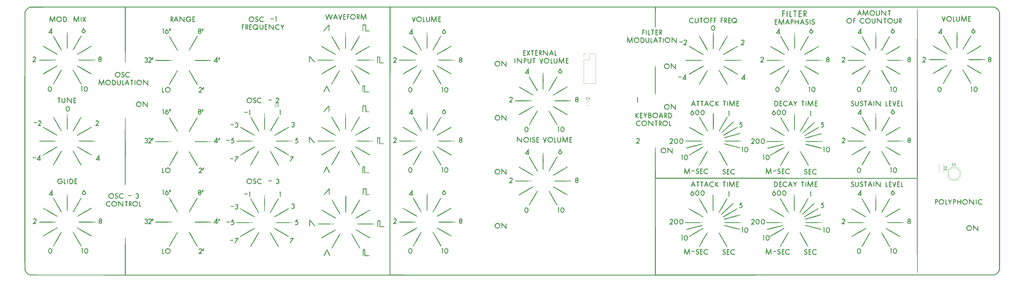
<source format=gbr>
%TF.GenerationSoftware,KiCad,Pcbnew,(5.1.7-0-10_14)*%
%TF.CreationDate,2020-11-05T11:53:55-03:00*%
%TF.ProjectId,MiniMood,4d696e69-4d6f-46f6-942e-6b696361645f,1*%
%TF.SameCoordinates,Original*%
%TF.FileFunction,Legend,Top*%
%TF.FilePolarity,Positive*%
%FSLAX46Y46*%
G04 Gerber Fmt 4.6, Leading zero omitted, Abs format (unit mm)*
G04 Created by KiCad (PCBNEW (5.1.7-0-10_14)) date 2020-11-05 11:53:55*
%MOMM*%
%LPD*%
G01*
G04 APERTURE LIST*
%ADD10C,0.010000*%
%ADD11C,0.120000*%
%ADD12C,0.150000*%
G04 APERTURE END LIST*
D10*
%TO.C,G\u002A\u002A\u002A*%
G36*
X439430000Y-21197672D02*
G01*
X440064694Y-21589381D01*
X440581973Y-22102813D01*
X440977663Y-22733795D01*
X440988328Y-22756000D01*
X441250333Y-23306334D01*
X441250333Y-134567115D01*
X440930468Y-135214317D01*
X440603408Y-135765890D01*
X440212772Y-136196527D01*
X439716125Y-136548287D01*
X439432575Y-136699036D01*
X438964333Y-136929000D01*
X231319333Y-136944305D01*
X224050710Y-136944832D01*
X216949531Y-136945327D01*
X210013909Y-136945789D01*
X203241954Y-136946218D01*
X196631777Y-136946612D01*
X190181491Y-136946971D01*
X183889206Y-136947294D01*
X177753034Y-136947579D01*
X171771086Y-136947826D01*
X165941474Y-136948034D01*
X160262308Y-136948201D01*
X154731700Y-136948327D01*
X149347762Y-136948411D01*
X144108605Y-136948452D01*
X139012340Y-136948449D01*
X134057079Y-136948401D01*
X129240932Y-136948307D01*
X124562012Y-136948166D01*
X120018429Y-136947977D01*
X115608295Y-136947739D01*
X111329722Y-136947452D01*
X107180820Y-136947114D01*
X103159701Y-136946724D01*
X99264477Y-136946281D01*
X95493258Y-136945784D01*
X91844156Y-136945233D01*
X88315282Y-136944627D01*
X84904749Y-136943964D01*
X81610666Y-136943243D01*
X78431146Y-136942464D01*
X75364299Y-136941626D01*
X72408238Y-136940727D01*
X69561073Y-136939767D01*
X66820916Y-136938745D01*
X64185878Y-136937659D01*
X61654071Y-136936509D01*
X59223605Y-136935294D01*
X56892593Y-136934013D01*
X54659145Y-136932665D01*
X52521373Y-136931249D01*
X50477388Y-136929764D01*
X48525302Y-136928209D01*
X46663226Y-136926583D01*
X44889271Y-136924885D01*
X43201549Y-136923115D01*
X41598171Y-136921270D01*
X40077248Y-136919351D01*
X38636892Y-136917356D01*
X37275213Y-136915285D01*
X35990325Y-136913136D01*
X34780337Y-136910908D01*
X33643361Y-136908601D01*
X32577508Y-136906213D01*
X31580890Y-136903744D01*
X30651618Y-136901192D01*
X29787804Y-136898557D01*
X28987559Y-136895838D01*
X28248993Y-136893034D01*
X27570220Y-136890143D01*
X26949349Y-136887165D01*
X26384492Y-136884099D01*
X25873761Y-136880944D01*
X25415267Y-136877698D01*
X25007120Y-136874362D01*
X24647434Y-136870934D01*
X24334319Y-136867412D01*
X24065885Y-136863797D01*
X23840246Y-136860087D01*
X23655511Y-136856281D01*
X23509793Y-136852378D01*
X23401202Y-136848378D01*
X23327851Y-136844279D01*
X23287850Y-136840080D01*
X23281747Y-136838704D01*
X22682532Y-136569426D01*
X22143938Y-136162783D01*
X21694170Y-135647614D01*
X21361434Y-135052754D01*
X21258392Y-134770000D01*
X21247246Y-134732481D01*
X21236605Y-134691846D01*
X21226458Y-134644235D01*
X21216796Y-134585792D01*
X21207609Y-134512657D01*
X21198886Y-134420974D01*
X21190617Y-134306883D01*
X21182793Y-134166528D01*
X21175403Y-133996049D01*
X21168437Y-133791590D01*
X21161885Y-133549291D01*
X21155737Y-133265295D01*
X21149982Y-132935744D01*
X21144612Y-132556780D01*
X21139615Y-132124544D01*
X21134983Y-131635179D01*
X21130703Y-131084827D01*
X21126767Y-130469630D01*
X21123165Y-129785729D01*
X21119886Y-129029267D01*
X21116920Y-128196385D01*
X21114258Y-127283226D01*
X21111889Y-126285932D01*
X21109802Y-125200643D01*
X21107989Y-124023504D01*
X21106439Y-122750655D01*
X21105141Y-121378238D01*
X21104086Y-119902395D01*
X21103264Y-118319269D01*
X21102665Y-116625002D01*
X21102278Y-114815734D01*
X21102094Y-112887609D01*
X21102102Y-110836768D01*
X21102292Y-108659353D01*
X21102654Y-106351506D01*
X21103179Y-103909370D01*
X21103856Y-101329085D01*
X21104675Y-98606795D01*
X21105625Y-95738641D01*
X21106698Y-92720765D01*
X21107882Y-89549308D01*
X21109168Y-86220414D01*
X21110546Y-82730224D01*
X21112006Y-79074879D01*
X21112062Y-78932334D01*
X21388333Y-78932334D01*
X21388343Y-82601369D01*
X21388381Y-86104920D01*
X21388458Y-89446833D01*
X21388584Y-92630957D01*
X21388770Y-95661140D01*
X21389026Y-98541231D01*
X21389364Y-101275077D01*
X21389794Y-103866526D01*
X21390327Y-106319426D01*
X21390974Y-108637627D01*
X21391745Y-110824975D01*
X21392651Y-112885318D01*
X21393702Y-114822506D01*
X21394911Y-116640386D01*
X21396286Y-118342805D01*
X21397839Y-119933613D01*
X21399581Y-121416658D01*
X21401523Y-122795786D01*
X21403674Y-124074847D01*
X21406046Y-125257689D01*
X21408650Y-126348160D01*
X21411496Y-127350107D01*
X21414595Y-128267379D01*
X21417958Y-129103825D01*
X21421595Y-129863291D01*
X21425517Y-130549627D01*
X21429736Y-131166680D01*
X21434261Y-131718298D01*
X21439103Y-132208330D01*
X21444273Y-132640623D01*
X21449782Y-133019027D01*
X21455641Y-133347388D01*
X21461859Y-133629555D01*
X21468449Y-133869376D01*
X21475420Y-134070699D01*
X21482784Y-134237373D01*
X21490551Y-134373245D01*
X21498732Y-134482163D01*
X21507337Y-134567976D01*
X21516378Y-134634532D01*
X21525864Y-134685678D01*
X21535808Y-134725264D01*
X21543880Y-134750567D01*
X21839679Y-135350747D01*
X22268106Y-135869843D01*
X22801930Y-136282622D01*
X23413920Y-136563850D01*
X23541351Y-136601563D01*
X23619948Y-136613384D01*
X23768402Y-136624372D01*
X23991977Y-136634555D01*
X24295937Y-136643960D01*
X24685547Y-136652616D01*
X25166070Y-136660551D01*
X25742771Y-136667793D01*
X26420913Y-136674371D01*
X27205761Y-136680311D01*
X28102579Y-136685644D01*
X29116631Y-136690396D01*
X30253181Y-136694595D01*
X31517493Y-136698271D01*
X32914832Y-136701451D01*
X34450460Y-136704162D01*
X36129643Y-136706434D01*
X37957645Y-136708294D01*
X39939729Y-136709771D01*
X42081160Y-136710892D01*
X44142070Y-136711619D01*
X64355807Y-136717334D01*
X64377403Y-128695167D01*
X64381294Y-127337469D01*
X64385329Y-126139398D01*
X64389688Y-125091248D01*
X64394550Y-124183311D01*
X64400097Y-123405882D01*
X64406506Y-122749253D01*
X64413959Y-122203720D01*
X64422635Y-121759574D01*
X64432713Y-121407109D01*
X64444374Y-121136620D01*
X64457797Y-120938399D01*
X64473162Y-120802741D01*
X64490650Y-120719938D01*
X64510439Y-120680284D01*
X64526000Y-120673000D01*
X64547533Y-120687890D01*
X64566638Y-120739032D01*
X64583493Y-120836131D01*
X64598278Y-120988894D01*
X64611173Y-121207028D01*
X64622357Y-121500239D01*
X64632011Y-121878234D01*
X64640314Y-122350718D01*
X64647447Y-122927400D01*
X64653588Y-123617984D01*
X64658918Y-124432178D01*
X64663616Y-125379688D01*
X64667863Y-126470221D01*
X64671838Y-127713482D01*
X64674596Y-128695167D01*
X64696192Y-136717334D01*
X178402666Y-136717334D01*
X178402666Y-105051106D01*
X178671945Y-105051106D01*
X178671959Y-107638043D01*
X178672091Y-110144102D01*
X178672340Y-112564930D01*
X178672704Y-114896172D01*
X178673182Y-117133474D01*
X178673773Y-119272481D01*
X178674475Y-121308840D01*
X178675287Y-123238196D01*
X178676207Y-125056194D01*
X178677234Y-126758481D01*
X178678366Y-128340702D01*
X178679603Y-129798502D01*
X178680942Y-131127528D01*
X178682383Y-132323425D01*
X178683924Y-133381838D01*
X178685563Y-134298414D01*
X178687300Y-135068799D01*
X178689132Y-135688637D01*
X178691059Y-136153574D01*
X178693079Y-136459257D01*
X178695190Y-136601331D01*
X178695873Y-136611500D01*
X178727675Y-136618647D01*
X178819696Y-136625484D01*
X178975173Y-136632020D01*
X179197341Y-136638258D01*
X179489436Y-136644206D01*
X179854693Y-136649870D01*
X180296348Y-136655255D01*
X180817637Y-136660367D01*
X181421795Y-136665213D01*
X182112058Y-136669799D01*
X182891662Y-136674130D01*
X183763841Y-136678212D01*
X184731833Y-136682052D01*
X185798872Y-136685656D01*
X186968194Y-136689028D01*
X188243034Y-136692177D01*
X189626629Y-136695107D01*
X191122213Y-136697824D01*
X192733024Y-136700335D01*
X194462295Y-136702646D01*
X196313263Y-136704762D01*
X198289164Y-136706689D01*
X200393232Y-136708434D01*
X202628704Y-136710003D01*
X204998816Y-136711401D01*
X207506802Y-136712635D01*
X210155899Y-136713710D01*
X212949342Y-136714633D01*
X215890366Y-136715409D01*
X218982208Y-136716045D01*
X222228104Y-136716547D01*
X225631287Y-136716920D01*
X229194995Y-136717171D01*
X232922463Y-136717305D01*
X235719342Y-136717334D01*
X292702666Y-136717334D01*
X292702666Y-109116000D01*
X292702728Y-106529390D01*
X292702930Y-104106863D01*
X292703296Y-101843172D01*
X292703849Y-99733066D01*
X292704615Y-97771297D01*
X292705617Y-95952616D01*
X292706879Y-94271772D01*
X292708426Y-92723518D01*
X292710280Y-91302604D01*
X292712467Y-90003781D01*
X292715011Y-88821799D01*
X292717935Y-87751410D01*
X292721263Y-86787363D01*
X292725020Y-85924412D01*
X292729229Y-85157304D01*
X292733915Y-84480793D01*
X292739102Y-83889629D01*
X292744814Y-83378561D01*
X292751074Y-82942342D01*
X292757908Y-82575723D01*
X292765338Y-82273453D01*
X292773389Y-82030283D01*
X292782086Y-81840966D01*
X292791451Y-81700251D01*
X292801510Y-81602889D01*
X292812286Y-81543631D01*
X292823803Y-81517228D01*
X292829153Y-81514667D01*
X292852565Y-81530223D01*
X292873089Y-81583971D01*
X292890963Y-81686530D01*
X292906422Y-81848518D01*
X292919703Y-82080556D01*
X292931040Y-82393262D01*
X292940671Y-82797254D01*
X292948831Y-83303153D01*
X292955755Y-83921577D01*
X292961681Y-84663145D01*
X292966844Y-85538477D01*
X292971481Y-86558190D01*
X292975826Y-87732906D01*
X292977320Y-88182167D01*
X292999000Y-94849667D01*
X405563138Y-94892127D01*
X405584402Y-58421897D01*
X405586188Y-55437250D01*
X405587980Y-52617364D01*
X405589796Y-49957665D01*
X405591655Y-47453582D01*
X405593576Y-45100540D01*
X405595577Y-42893968D01*
X405597677Y-40829293D01*
X405599894Y-38901941D01*
X405602248Y-37107340D01*
X405604756Y-35440917D01*
X405607437Y-33898099D01*
X405610310Y-32474314D01*
X405613393Y-31164989D01*
X405616705Y-29965551D01*
X405620265Y-28871426D01*
X405624090Y-27878043D01*
X405628201Y-26980829D01*
X405632615Y-26175210D01*
X405637351Y-25456614D01*
X405642427Y-24820468D01*
X405647862Y-24262200D01*
X405653675Y-23777235D01*
X405659884Y-23361003D01*
X405666508Y-23008930D01*
X405673566Y-22716442D01*
X405681076Y-22478968D01*
X405689056Y-22291934D01*
X405697525Y-22150768D01*
X405706502Y-22050897D01*
X405716006Y-21987748D01*
X405726054Y-21956748D01*
X405732666Y-21951667D01*
X405741026Y-21964511D01*
X405749017Y-22005484D01*
X405756647Y-22078246D01*
X405763924Y-22186458D01*
X405770857Y-22333780D01*
X405777452Y-22523871D01*
X405783719Y-22760393D01*
X405789666Y-23047006D01*
X405795301Y-23387371D01*
X405800632Y-23785146D01*
X405805666Y-24243994D01*
X405810414Y-24767573D01*
X405814881Y-25359545D01*
X405819078Y-26023570D01*
X405823011Y-26763308D01*
X405826689Y-27582420D01*
X405830120Y-28484565D01*
X405833312Y-29473405D01*
X405836274Y-30552599D01*
X405839014Y-31725808D01*
X405841539Y-32996692D01*
X405843858Y-34368912D01*
X405845979Y-35846127D01*
X405847911Y-37431999D01*
X405849661Y-39130187D01*
X405851237Y-40944353D01*
X405852648Y-42878155D01*
X405853902Y-44935255D01*
X405855007Y-47119313D01*
X405855971Y-49433988D01*
X405856802Y-51882943D01*
X405857509Y-54469836D01*
X405858100Y-57198329D01*
X405858582Y-60072081D01*
X405858965Y-63094753D01*
X405859255Y-66270005D01*
X405859462Y-69601498D01*
X405859593Y-73092892D01*
X405859657Y-76747847D01*
X405859666Y-78932334D01*
X405859638Y-82683317D01*
X405859546Y-86268627D01*
X405859384Y-89691925D01*
X405859143Y-92956871D01*
X405858815Y-96067124D01*
X405858391Y-99026346D01*
X405857864Y-101838196D01*
X405857225Y-104506336D01*
X405856466Y-107034425D01*
X405855580Y-109426123D01*
X405854557Y-111685092D01*
X405853390Y-113814991D01*
X405852071Y-115819481D01*
X405850591Y-117702221D01*
X405848942Y-119466873D01*
X405847116Y-121117097D01*
X405845105Y-122656553D01*
X405842902Y-124088901D01*
X405840496Y-125417802D01*
X405837881Y-126646917D01*
X405835049Y-127779904D01*
X405831990Y-128820425D01*
X405828698Y-129772140D01*
X405825163Y-130638710D01*
X405821378Y-131423794D01*
X405817335Y-132131054D01*
X405813025Y-132764149D01*
X405808440Y-133326739D01*
X405803572Y-133822486D01*
X405798413Y-134255049D01*
X405792955Y-134628089D01*
X405787189Y-134945266D01*
X405781107Y-135210240D01*
X405774702Y-135426672D01*
X405767965Y-135598222D01*
X405760888Y-135728551D01*
X405753463Y-135821318D01*
X405745681Y-135880185D01*
X405737535Y-135908811D01*
X405732666Y-135913000D01*
X405718877Y-135899430D01*
X405706071Y-135854646D01*
X405694206Y-135772536D01*
X405683236Y-135646991D01*
X405673116Y-135471899D01*
X405663803Y-135241150D01*
X405655253Y-134948632D01*
X405647419Y-134588236D01*
X405640259Y-134153850D01*
X405633727Y-133639363D01*
X405627779Y-133038665D01*
X405622370Y-132345645D01*
X405617457Y-131554192D01*
X405612994Y-130658195D01*
X405608938Y-129651544D01*
X405605243Y-128528127D01*
X405601866Y-127281835D01*
X405598761Y-125906555D01*
X405595884Y-124396178D01*
X405593192Y-122744593D01*
X405590638Y-120945688D01*
X405588180Y-118993353D01*
X405585772Y-116881477D01*
X405584326Y-115529500D01*
X405562987Y-95146000D01*
X292956326Y-95146000D01*
X292999000Y-136675000D01*
X438795000Y-136675000D01*
X439277303Y-136448925D01*
X439816618Y-136116385D01*
X440292155Y-135670418D01*
X440655590Y-135157914D01*
X440704436Y-135064125D01*
X440911666Y-134643000D01*
X440911666Y-23221667D01*
X440685961Y-22798334D01*
X440303924Y-22249536D01*
X439797919Y-21778175D01*
X439218333Y-21426797D01*
X438710333Y-21189667D01*
X292999000Y-21189667D01*
X292977064Y-25528834D01*
X292971622Y-26507908D01*
X292965732Y-27330745D01*
X292958947Y-28010442D01*
X292950819Y-28560096D01*
X292940900Y-28992802D01*
X292928745Y-29321658D01*
X292913905Y-29559760D01*
X292895934Y-29720205D01*
X292874384Y-29816089D01*
X292848807Y-29860508D01*
X292828897Y-29868000D01*
X292800493Y-29851441D01*
X292776611Y-29793037D01*
X292756874Y-29679698D01*
X292740902Y-29498334D01*
X292728317Y-29235856D01*
X292718738Y-28879174D01*
X292711788Y-28415197D01*
X292707088Y-27830836D01*
X292704258Y-27113002D01*
X292702919Y-26248604D01*
X292702666Y-25507604D01*
X292702666Y-21147208D01*
X235700833Y-21168438D01*
X178699000Y-21189667D01*
X178677364Y-78847667D01*
X178676252Y-81966554D01*
X178675271Y-85043752D01*
X178674419Y-88074908D01*
X178673695Y-91055667D01*
X178673098Y-93981675D01*
X178672625Y-96848577D01*
X178672277Y-99652019D01*
X178672050Y-102387647D01*
X178671945Y-105051106D01*
X178402666Y-105051106D01*
X178402666Y-21147334D01*
X64695921Y-21147334D01*
X64674460Y-33021834D01*
X64671292Y-34690547D01*
X64668055Y-36197920D01*
X64664648Y-37551947D01*
X64660972Y-38760621D01*
X64656926Y-39831935D01*
X64652411Y-40773884D01*
X64647328Y-41594459D01*
X64641574Y-42301655D01*
X64635052Y-42903466D01*
X64627661Y-43407884D01*
X64619301Y-43822903D01*
X64609872Y-44156516D01*
X64599274Y-44416717D01*
X64587408Y-44611500D01*
X64574172Y-44748858D01*
X64559468Y-44836783D01*
X64543196Y-44883271D01*
X64526000Y-44896334D01*
X64508127Y-44882117D01*
X64491920Y-44834139D01*
X64477276Y-44744407D01*
X64464098Y-44604927D01*
X64452283Y-44407707D01*
X64441734Y-44144753D01*
X64432349Y-43808072D01*
X64424030Y-43389671D01*
X64416675Y-42881557D01*
X64410185Y-42275736D01*
X64404460Y-41564217D01*
X64399401Y-40739005D01*
X64394906Y-39792108D01*
X64390877Y-38715532D01*
X64387214Y-37501284D01*
X64383815Y-36141372D01*
X64380583Y-34627802D01*
X64377539Y-33020811D01*
X64356078Y-21145288D01*
X44015205Y-21167477D01*
X41818794Y-21169926D01*
X39785334Y-21172332D01*
X37908443Y-21174747D01*
X36181740Y-21177224D01*
X34598841Y-21179813D01*
X33153365Y-21182567D01*
X31838931Y-21185537D01*
X30649155Y-21188775D01*
X29577656Y-21192333D01*
X28618052Y-21196264D01*
X27763960Y-21200618D01*
X27008999Y-21205447D01*
X26346787Y-21210803D01*
X25770941Y-21216739D01*
X25275080Y-21223305D01*
X24852821Y-21230554D01*
X24497783Y-21238537D01*
X24203583Y-21247307D01*
X23963839Y-21256915D01*
X23772169Y-21267412D01*
X23622191Y-21278851D01*
X23507524Y-21291284D01*
X23421784Y-21304762D01*
X23358591Y-21319336D01*
X23311561Y-21335060D01*
X23310380Y-21335531D01*
X22714152Y-21658298D01*
X22191946Y-22105582D01*
X21775145Y-22644650D01*
X21502117Y-23221667D01*
X21494419Y-23266389D01*
X21487061Y-23356058D01*
X21480038Y-23494214D01*
X21473341Y-23684397D01*
X21466964Y-23930149D01*
X21460900Y-24235010D01*
X21455140Y-24602519D01*
X21449679Y-25036219D01*
X21444508Y-25539648D01*
X21439620Y-26116349D01*
X21435009Y-26769861D01*
X21430666Y-27503725D01*
X21426586Y-28321481D01*
X21422760Y-29226670D01*
X21419181Y-30222833D01*
X21415842Y-31313510D01*
X21412736Y-32502241D01*
X21409855Y-33792568D01*
X21407193Y-35188030D01*
X21404742Y-36692169D01*
X21402495Y-38308524D01*
X21400444Y-40040636D01*
X21398583Y-41892046D01*
X21396904Y-43866295D01*
X21395400Y-45966922D01*
X21394063Y-48197469D01*
X21392888Y-50561475D01*
X21391865Y-53062483D01*
X21390988Y-55704031D01*
X21390251Y-58489660D01*
X21389644Y-61422912D01*
X21389162Y-64507326D01*
X21388798Y-67746444D01*
X21388543Y-71143805D01*
X21388390Y-74702950D01*
X21388334Y-78427420D01*
X21388333Y-78932334D01*
X21112062Y-78932334D01*
X21112130Y-78763000D01*
X21134333Y-23306334D01*
X21401139Y-22743194D01*
X21777593Y-22120301D01*
X22262597Y-21623303D01*
X22871886Y-21236464D01*
X22941860Y-21202473D01*
X23505000Y-20935667D01*
X438879666Y-20935667D01*
X439430000Y-21197672D01*
G37*
X439430000Y-21197672D02*
X440064694Y-21589381D01*
X440581973Y-22102813D01*
X440977663Y-22733795D01*
X440988328Y-22756000D01*
X441250333Y-23306334D01*
X441250333Y-134567115D01*
X440930468Y-135214317D01*
X440603408Y-135765890D01*
X440212772Y-136196527D01*
X439716125Y-136548287D01*
X439432575Y-136699036D01*
X438964333Y-136929000D01*
X231319333Y-136944305D01*
X224050710Y-136944832D01*
X216949531Y-136945327D01*
X210013909Y-136945789D01*
X203241954Y-136946218D01*
X196631777Y-136946612D01*
X190181491Y-136946971D01*
X183889206Y-136947294D01*
X177753034Y-136947579D01*
X171771086Y-136947826D01*
X165941474Y-136948034D01*
X160262308Y-136948201D01*
X154731700Y-136948327D01*
X149347762Y-136948411D01*
X144108605Y-136948452D01*
X139012340Y-136948449D01*
X134057079Y-136948401D01*
X129240932Y-136948307D01*
X124562012Y-136948166D01*
X120018429Y-136947977D01*
X115608295Y-136947739D01*
X111329722Y-136947452D01*
X107180820Y-136947114D01*
X103159701Y-136946724D01*
X99264477Y-136946281D01*
X95493258Y-136945784D01*
X91844156Y-136945233D01*
X88315282Y-136944627D01*
X84904749Y-136943964D01*
X81610666Y-136943243D01*
X78431146Y-136942464D01*
X75364299Y-136941626D01*
X72408238Y-136940727D01*
X69561073Y-136939767D01*
X66820916Y-136938745D01*
X64185878Y-136937659D01*
X61654071Y-136936509D01*
X59223605Y-136935294D01*
X56892593Y-136934013D01*
X54659145Y-136932665D01*
X52521373Y-136931249D01*
X50477388Y-136929764D01*
X48525302Y-136928209D01*
X46663226Y-136926583D01*
X44889271Y-136924885D01*
X43201549Y-136923115D01*
X41598171Y-136921270D01*
X40077248Y-136919351D01*
X38636892Y-136917356D01*
X37275213Y-136915285D01*
X35990325Y-136913136D01*
X34780337Y-136910908D01*
X33643361Y-136908601D01*
X32577508Y-136906213D01*
X31580890Y-136903744D01*
X30651618Y-136901192D01*
X29787804Y-136898557D01*
X28987559Y-136895838D01*
X28248993Y-136893034D01*
X27570220Y-136890143D01*
X26949349Y-136887165D01*
X26384492Y-136884099D01*
X25873761Y-136880944D01*
X25415267Y-136877698D01*
X25007120Y-136874362D01*
X24647434Y-136870934D01*
X24334319Y-136867412D01*
X24065885Y-136863797D01*
X23840246Y-136860087D01*
X23655511Y-136856281D01*
X23509793Y-136852378D01*
X23401202Y-136848378D01*
X23327851Y-136844279D01*
X23287850Y-136840080D01*
X23281747Y-136838704D01*
X22682532Y-136569426D01*
X22143938Y-136162783D01*
X21694170Y-135647614D01*
X21361434Y-135052754D01*
X21258392Y-134770000D01*
X21247246Y-134732481D01*
X21236605Y-134691846D01*
X21226458Y-134644235D01*
X21216796Y-134585792D01*
X21207609Y-134512657D01*
X21198886Y-134420974D01*
X21190617Y-134306883D01*
X21182793Y-134166528D01*
X21175403Y-133996049D01*
X21168437Y-133791590D01*
X21161885Y-133549291D01*
X21155737Y-133265295D01*
X21149982Y-132935744D01*
X21144612Y-132556780D01*
X21139615Y-132124544D01*
X21134983Y-131635179D01*
X21130703Y-131084827D01*
X21126767Y-130469630D01*
X21123165Y-129785729D01*
X21119886Y-129029267D01*
X21116920Y-128196385D01*
X21114258Y-127283226D01*
X21111889Y-126285932D01*
X21109802Y-125200643D01*
X21107989Y-124023504D01*
X21106439Y-122750655D01*
X21105141Y-121378238D01*
X21104086Y-119902395D01*
X21103264Y-118319269D01*
X21102665Y-116625002D01*
X21102278Y-114815734D01*
X21102094Y-112887609D01*
X21102102Y-110836768D01*
X21102292Y-108659353D01*
X21102654Y-106351506D01*
X21103179Y-103909370D01*
X21103856Y-101329085D01*
X21104675Y-98606795D01*
X21105625Y-95738641D01*
X21106698Y-92720765D01*
X21107882Y-89549308D01*
X21109168Y-86220414D01*
X21110546Y-82730224D01*
X21112006Y-79074879D01*
X21112062Y-78932334D01*
X21388333Y-78932334D01*
X21388343Y-82601369D01*
X21388381Y-86104920D01*
X21388458Y-89446833D01*
X21388584Y-92630957D01*
X21388770Y-95661140D01*
X21389026Y-98541231D01*
X21389364Y-101275077D01*
X21389794Y-103866526D01*
X21390327Y-106319426D01*
X21390974Y-108637627D01*
X21391745Y-110824975D01*
X21392651Y-112885318D01*
X21393702Y-114822506D01*
X21394911Y-116640386D01*
X21396286Y-118342805D01*
X21397839Y-119933613D01*
X21399581Y-121416658D01*
X21401523Y-122795786D01*
X21403674Y-124074847D01*
X21406046Y-125257689D01*
X21408650Y-126348160D01*
X21411496Y-127350107D01*
X21414595Y-128267379D01*
X21417958Y-129103825D01*
X21421595Y-129863291D01*
X21425517Y-130549627D01*
X21429736Y-131166680D01*
X21434261Y-131718298D01*
X21439103Y-132208330D01*
X21444273Y-132640623D01*
X21449782Y-133019027D01*
X21455641Y-133347388D01*
X21461859Y-133629555D01*
X21468449Y-133869376D01*
X21475420Y-134070699D01*
X21482784Y-134237373D01*
X21490551Y-134373245D01*
X21498732Y-134482163D01*
X21507337Y-134567976D01*
X21516378Y-134634532D01*
X21525864Y-134685678D01*
X21535808Y-134725264D01*
X21543880Y-134750567D01*
X21839679Y-135350747D01*
X22268106Y-135869843D01*
X22801930Y-136282622D01*
X23413920Y-136563850D01*
X23541351Y-136601563D01*
X23619948Y-136613384D01*
X23768402Y-136624372D01*
X23991977Y-136634555D01*
X24295937Y-136643960D01*
X24685547Y-136652616D01*
X25166070Y-136660551D01*
X25742771Y-136667793D01*
X26420913Y-136674371D01*
X27205761Y-136680311D01*
X28102579Y-136685644D01*
X29116631Y-136690396D01*
X30253181Y-136694595D01*
X31517493Y-136698271D01*
X32914832Y-136701451D01*
X34450460Y-136704162D01*
X36129643Y-136706434D01*
X37957645Y-136708294D01*
X39939729Y-136709771D01*
X42081160Y-136710892D01*
X44142070Y-136711619D01*
X64355807Y-136717334D01*
X64377403Y-128695167D01*
X64381294Y-127337469D01*
X64385329Y-126139398D01*
X64389688Y-125091248D01*
X64394550Y-124183311D01*
X64400097Y-123405882D01*
X64406506Y-122749253D01*
X64413959Y-122203720D01*
X64422635Y-121759574D01*
X64432713Y-121407109D01*
X64444374Y-121136620D01*
X64457797Y-120938399D01*
X64473162Y-120802741D01*
X64490650Y-120719938D01*
X64510439Y-120680284D01*
X64526000Y-120673000D01*
X64547533Y-120687890D01*
X64566638Y-120739032D01*
X64583493Y-120836131D01*
X64598278Y-120988894D01*
X64611173Y-121207028D01*
X64622357Y-121500239D01*
X64632011Y-121878234D01*
X64640314Y-122350718D01*
X64647447Y-122927400D01*
X64653588Y-123617984D01*
X64658918Y-124432178D01*
X64663616Y-125379688D01*
X64667863Y-126470221D01*
X64671838Y-127713482D01*
X64674596Y-128695167D01*
X64696192Y-136717334D01*
X178402666Y-136717334D01*
X178402666Y-105051106D01*
X178671945Y-105051106D01*
X178671959Y-107638043D01*
X178672091Y-110144102D01*
X178672340Y-112564930D01*
X178672704Y-114896172D01*
X178673182Y-117133474D01*
X178673773Y-119272481D01*
X178674475Y-121308840D01*
X178675287Y-123238196D01*
X178676207Y-125056194D01*
X178677234Y-126758481D01*
X178678366Y-128340702D01*
X178679603Y-129798502D01*
X178680942Y-131127528D01*
X178682383Y-132323425D01*
X178683924Y-133381838D01*
X178685563Y-134298414D01*
X178687300Y-135068799D01*
X178689132Y-135688637D01*
X178691059Y-136153574D01*
X178693079Y-136459257D01*
X178695190Y-136601331D01*
X178695873Y-136611500D01*
X178727675Y-136618647D01*
X178819696Y-136625484D01*
X178975173Y-136632020D01*
X179197341Y-136638258D01*
X179489436Y-136644206D01*
X179854693Y-136649870D01*
X180296348Y-136655255D01*
X180817637Y-136660367D01*
X181421795Y-136665213D01*
X182112058Y-136669799D01*
X182891662Y-136674130D01*
X183763841Y-136678212D01*
X184731833Y-136682052D01*
X185798872Y-136685656D01*
X186968194Y-136689028D01*
X188243034Y-136692177D01*
X189626629Y-136695107D01*
X191122213Y-136697824D01*
X192733024Y-136700335D01*
X194462295Y-136702646D01*
X196313263Y-136704762D01*
X198289164Y-136706689D01*
X200393232Y-136708434D01*
X202628704Y-136710003D01*
X204998816Y-136711401D01*
X207506802Y-136712635D01*
X210155899Y-136713710D01*
X212949342Y-136714633D01*
X215890366Y-136715409D01*
X218982208Y-136716045D01*
X222228104Y-136716547D01*
X225631287Y-136716920D01*
X229194995Y-136717171D01*
X232922463Y-136717305D01*
X235719342Y-136717334D01*
X292702666Y-136717334D01*
X292702666Y-109116000D01*
X292702728Y-106529390D01*
X292702930Y-104106863D01*
X292703296Y-101843172D01*
X292703849Y-99733066D01*
X292704615Y-97771297D01*
X292705617Y-95952616D01*
X292706879Y-94271772D01*
X292708426Y-92723518D01*
X292710280Y-91302604D01*
X292712467Y-90003781D01*
X292715011Y-88821799D01*
X292717935Y-87751410D01*
X292721263Y-86787363D01*
X292725020Y-85924412D01*
X292729229Y-85157304D01*
X292733915Y-84480793D01*
X292739102Y-83889629D01*
X292744814Y-83378561D01*
X292751074Y-82942342D01*
X292757908Y-82575723D01*
X292765338Y-82273453D01*
X292773389Y-82030283D01*
X292782086Y-81840966D01*
X292791451Y-81700251D01*
X292801510Y-81602889D01*
X292812286Y-81543631D01*
X292823803Y-81517228D01*
X292829153Y-81514667D01*
X292852565Y-81530223D01*
X292873089Y-81583971D01*
X292890963Y-81686530D01*
X292906422Y-81848518D01*
X292919703Y-82080556D01*
X292931040Y-82393262D01*
X292940671Y-82797254D01*
X292948831Y-83303153D01*
X292955755Y-83921577D01*
X292961681Y-84663145D01*
X292966844Y-85538477D01*
X292971481Y-86558190D01*
X292975826Y-87732906D01*
X292977320Y-88182167D01*
X292999000Y-94849667D01*
X405563138Y-94892127D01*
X405584402Y-58421897D01*
X405586188Y-55437250D01*
X405587980Y-52617364D01*
X405589796Y-49957665D01*
X405591655Y-47453582D01*
X405593576Y-45100540D01*
X405595577Y-42893968D01*
X405597677Y-40829293D01*
X405599894Y-38901941D01*
X405602248Y-37107340D01*
X405604756Y-35440917D01*
X405607437Y-33898099D01*
X405610310Y-32474314D01*
X405613393Y-31164989D01*
X405616705Y-29965551D01*
X405620265Y-28871426D01*
X405624090Y-27878043D01*
X405628201Y-26980829D01*
X405632615Y-26175210D01*
X405637351Y-25456614D01*
X405642427Y-24820468D01*
X405647862Y-24262200D01*
X405653675Y-23777235D01*
X405659884Y-23361003D01*
X405666508Y-23008930D01*
X405673566Y-22716442D01*
X405681076Y-22478968D01*
X405689056Y-22291934D01*
X405697525Y-22150768D01*
X405706502Y-22050897D01*
X405716006Y-21987748D01*
X405726054Y-21956748D01*
X405732666Y-21951667D01*
X405741026Y-21964511D01*
X405749017Y-22005484D01*
X405756647Y-22078246D01*
X405763924Y-22186458D01*
X405770857Y-22333780D01*
X405777452Y-22523871D01*
X405783719Y-22760393D01*
X405789666Y-23047006D01*
X405795301Y-23387371D01*
X405800632Y-23785146D01*
X405805666Y-24243994D01*
X405810414Y-24767573D01*
X405814881Y-25359545D01*
X405819078Y-26023570D01*
X405823011Y-26763308D01*
X405826689Y-27582420D01*
X405830120Y-28484565D01*
X405833312Y-29473405D01*
X405836274Y-30552599D01*
X405839014Y-31725808D01*
X405841539Y-32996692D01*
X405843858Y-34368912D01*
X405845979Y-35846127D01*
X405847911Y-37431999D01*
X405849661Y-39130187D01*
X405851237Y-40944353D01*
X405852648Y-42878155D01*
X405853902Y-44935255D01*
X405855007Y-47119313D01*
X405855971Y-49433988D01*
X405856802Y-51882943D01*
X405857509Y-54469836D01*
X405858100Y-57198329D01*
X405858582Y-60072081D01*
X405858965Y-63094753D01*
X405859255Y-66270005D01*
X405859462Y-69601498D01*
X405859593Y-73092892D01*
X405859657Y-76747847D01*
X405859666Y-78932334D01*
X405859638Y-82683317D01*
X405859546Y-86268627D01*
X405859384Y-89691925D01*
X405859143Y-92956871D01*
X405858815Y-96067124D01*
X405858391Y-99026346D01*
X405857864Y-101838196D01*
X405857225Y-104506336D01*
X405856466Y-107034425D01*
X405855580Y-109426123D01*
X405854557Y-111685092D01*
X405853390Y-113814991D01*
X405852071Y-115819481D01*
X405850591Y-117702221D01*
X405848942Y-119466873D01*
X405847116Y-121117097D01*
X405845105Y-122656553D01*
X405842902Y-124088901D01*
X405840496Y-125417802D01*
X405837881Y-126646917D01*
X405835049Y-127779904D01*
X405831990Y-128820425D01*
X405828698Y-129772140D01*
X405825163Y-130638710D01*
X405821378Y-131423794D01*
X405817335Y-132131054D01*
X405813025Y-132764149D01*
X405808440Y-133326739D01*
X405803572Y-133822486D01*
X405798413Y-134255049D01*
X405792955Y-134628089D01*
X405787189Y-134945266D01*
X405781107Y-135210240D01*
X405774702Y-135426672D01*
X405767965Y-135598222D01*
X405760888Y-135728551D01*
X405753463Y-135821318D01*
X405745681Y-135880185D01*
X405737535Y-135908811D01*
X405732666Y-135913000D01*
X405718877Y-135899430D01*
X405706071Y-135854646D01*
X405694206Y-135772536D01*
X405683236Y-135646991D01*
X405673116Y-135471899D01*
X405663803Y-135241150D01*
X405655253Y-134948632D01*
X405647419Y-134588236D01*
X405640259Y-134153850D01*
X405633727Y-133639363D01*
X405627779Y-133038665D01*
X405622370Y-132345645D01*
X405617457Y-131554192D01*
X405612994Y-130658195D01*
X405608938Y-129651544D01*
X405605243Y-128528127D01*
X405601866Y-127281835D01*
X405598761Y-125906555D01*
X405595884Y-124396178D01*
X405593192Y-122744593D01*
X405590638Y-120945688D01*
X405588180Y-118993353D01*
X405585772Y-116881477D01*
X405584326Y-115529500D01*
X405562987Y-95146000D01*
X292956326Y-95146000D01*
X292999000Y-136675000D01*
X438795000Y-136675000D01*
X439277303Y-136448925D01*
X439816618Y-136116385D01*
X440292155Y-135670418D01*
X440655590Y-135157914D01*
X440704436Y-135064125D01*
X440911666Y-134643000D01*
X440911666Y-23221667D01*
X440685961Y-22798334D01*
X440303924Y-22249536D01*
X439797919Y-21778175D01*
X439218333Y-21426797D01*
X438710333Y-21189667D01*
X292999000Y-21189667D01*
X292977064Y-25528834D01*
X292971622Y-26507908D01*
X292965732Y-27330745D01*
X292958947Y-28010442D01*
X292950819Y-28560096D01*
X292940900Y-28992802D01*
X292928745Y-29321658D01*
X292913905Y-29559760D01*
X292895934Y-29720205D01*
X292874384Y-29816089D01*
X292848807Y-29860508D01*
X292828897Y-29868000D01*
X292800493Y-29851441D01*
X292776611Y-29793037D01*
X292756874Y-29679698D01*
X292740902Y-29498334D01*
X292728317Y-29235856D01*
X292718738Y-28879174D01*
X292711788Y-28415197D01*
X292707088Y-27830836D01*
X292704258Y-27113002D01*
X292702919Y-26248604D01*
X292702666Y-25507604D01*
X292702666Y-21147208D01*
X235700833Y-21168438D01*
X178699000Y-21189667D01*
X178677364Y-78847667D01*
X178676252Y-81966554D01*
X178675271Y-85043752D01*
X178674419Y-88074908D01*
X178673695Y-91055667D01*
X178673098Y-93981675D01*
X178672625Y-96848577D01*
X178672277Y-99652019D01*
X178672050Y-102387647D01*
X178671945Y-105051106D01*
X178402666Y-105051106D01*
X178402666Y-21147334D01*
X64695921Y-21147334D01*
X64674460Y-33021834D01*
X64671292Y-34690547D01*
X64668055Y-36197920D01*
X64664648Y-37551947D01*
X64660972Y-38760621D01*
X64656926Y-39831935D01*
X64652411Y-40773884D01*
X64647328Y-41594459D01*
X64641574Y-42301655D01*
X64635052Y-42903466D01*
X64627661Y-43407884D01*
X64619301Y-43822903D01*
X64609872Y-44156516D01*
X64599274Y-44416717D01*
X64587408Y-44611500D01*
X64574172Y-44748858D01*
X64559468Y-44836783D01*
X64543196Y-44883271D01*
X64526000Y-44896334D01*
X64508127Y-44882117D01*
X64491920Y-44834139D01*
X64477276Y-44744407D01*
X64464098Y-44604927D01*
X64452283Y-44407707D01*
X64441734Y-44144753D01*
X64432349Y-43808072D01*
X64424030Y-43389671D01*
X64416675Y-42881557D01*
X64410185Y-42275736D01*
X64404460Y-41564217D01*
X64399401Y-40739005D01*
X64394906Y-39792108D01*
X64390877Y-38715532D01*
X64387214Y-37501284D01*
X64383815Y-36141372D01*
X64380583Y-34627802D01*
X64377539Y-33020811D01*
X64356078Y-21145288D01*
X44015205Y-21167477D01*
X41818794Y-21169926D01*
X39785334Y-21172332D01*
X37908443Y-21174747D01*
X36181740Y-21177224D01*
X34598841Y-21179813D01*
X33153365Y-21182567D01*
X31838931Y-21185537D01*
X30649155Y-21188775D01*
X29577656Y-21192333D01*
X28618052Y-21196264D01*
X27763960Y-21200618D01*
X27008999Y-21205447D01*
X26346787Y-21210803D01*
X25770941Y-21216739D01*
X25275080Y-21223305D01*
X24852821Y-21230554D01*
X24497783Y-21238537D01*
X24203583Y-21247307D01*
X23963839Y-21256915D01*
X23772169Y-21267412D01*
X23622191Y-21278851D01*
X23507524Y-21291284D01*
X23421784Y-21304762D01*
X23358591Y-21319336D01*
X23311561Y-21335060D01*
X23310380Y-21335531D01*
X22714152Y-21658298D01*
X22191946Y-22105582D01*
X21775145Y-22644650D01*
X21502117Y-23221667D01*
X21494419Y-23266389D01*
X21487061Y-23356058D01*
X21480038Y-23494214D01*
X21473341Y-23684397D01*
X21466964Y-23930149D01*
X21460900Y-24235010D01*
X21455140Y-24602519D01*
X21449679Y-25036219D01*
X21444508Y-25539648D01*
X21439620Y-26116349D01*
X21435009Y-26769861D01*
X21430666Y-27503725D01*
X21426586Y-28321481D01*
X21422760Y-29226670D01*
X21419181Y-30222833D01*
X21415842Y-31313510D01*
X21412736Y-32502241D01*
X21409855Y-33792568D01*
X21407193Y-35188030D01*
X21404742Y-36692169D01*
X21402495Y-38308524D01*
X21400444Y-40040636D01*
X21398583Y-41892046D01*
X21396904Y-43866295D01*
X21395400Y-45966922D01*
X21394063Y-48197469D01*
X21392888Y-50561475D01*
X21391865Y-53062483D01*
X21390988Y-55704031D01*
X21390251Y-58489660D01*
X21389644Y-61422912D01*
X21389162Y-64507326D01*
X21388798Y-67746444D01*
X21388543Y-71143805D01*
X21388390Y-74702950D01*
X21388334Y-78427420D01*
X21388333Y-78932334D01*
X21112062Y-78932334D01*
X21112130Y-78763000D01*
X21134333Y-23306334D01*
X21401139Y-22743194D01*
X21777593Y-22120301D01*
X22262597Y-21623303D01*
X22871886Y-21236464D01*
X22941860Y-21202473D01*
X23505000Y-20935667D01*
X438879666Y-20935667D01*
X439430000Y-21197672D01*
G36*
X151454587Y-125787669D02*
G01*
X151569177Y-125976000D01*
X151724743Y-126260014D01*
X151906852Y-126610424D01*
X152101069Y-126997944D01*
X152292960Y-127393284D01*
X152468092Y-127767160D01*
X152612030Y-128090282D01*
X152710340Y-128333363D01*
X152748589Y-128467118D01*
X152748666Y-128470130D01*
X152686205Y-128577461D01*
X152638355Y-128589334D01*
X152565419Y-128516739D01*
X152437316Y-128316637D01*
X152269230Y-128015546D01*
X152076345Y-127639985D01*
X151971811Y-127425167D01*
X151415578Y-126261000D01*
X150855779Y-127425167D01*
X150622019Y-127902763D01*
X150444894Y-128240680D01*
X150313429Y-128454492D01*
X150216650Y-128559771D01*
X150143584Y-128572090D01*
X150087928Y-128514799D01*
X150106935Y-128416898D01*
X150188439Y-128198218D01*
X150318282Y-127888971D01*
X150482311Y-127519371D01*
X150666367Y-127119627D01*
X150856297Y-126719954D01*
X151037944Y-126350562D01*
X151197151Y-126041664D01*
X151319764Y-125823473D01*
X151391627Y-125726200D01*
X151395408Y-125724308D01*
X151454587Y-125787669D01*
G37*
X151454587Y-125787669D02*
X151569177Y-125976000D01*
X151724743Y-126260014D01*
X151906852Y-126610424D01*
X152101069Y-126997944D01*
X152292960Y-127393284D01*
X152468092Y-127767160D01*
X152612030Y-128090282D01*
X152710340Y-128333363D01*
X152748589Y-128467118D01*
X152748666Y-128470130D01*
X152686205Y-128577461D01*
X152638355Y-128589334D01*
X152565419Y-128516739D01*
X152437316Y-128316637D01*
X152269230Y-128015546D01*
X152076345Y-127639985D01*
X151971811Y-127425167D01*
X151415578Y-126261000D01*
X150855779Y-127425167D01*
X150622019Y-127902763D01*
X150444894Y-128240680D01*
X150313429Y-128454492D01*
X150216650Y-128559771D01*
X150143584Y-128572090D01*
X150087928Y-128514799D01*
X150106935Y-128416898D01*
X150188439Y-128198218D01*
X150318282Y-127888971D01*
X150482311Y-127519371D01*
X150666367Y-127119627D01*
X150856297Y-126719954D01*
X151037944Y-126350562D01*
X151197151Y-126041664D01*
X151319764Y-125823473D01*
X151391627Y-125726200D01*
X151395408Y-125724308D01*
X151454587Y-125787669D01*
G36*
X167525093Y-125720634D02*
G01*
X167714383Y-125756871D01*
X167778584Y-125797898D01*
X167798947Y-125910177D01*
X167817929Y-126158758D01*
X167833779Y-126510606D01*
X167844744Y-126932691D01*
X167847081Y-127089065D01*
X167861666Y-128293000D01*
X168877666Y-128335334D01*
X169366386Y-128363700D01*
X169688366Y-128398934D01*
X169845901Y-128437843D01*
X169841287Y-128477236D01*
X169676817Y-128513918D01*
X169354787Y-128544699D01*
X168877491Y-128566387D01*
X168708576Y-128570556D01*
X167565333Y-128594112D01*
X167565333Y-126049334D01*
X167146526Y-126049334D01*
X167123096Y-127291215D01*
X167107592Y-127833794D01*
X167083919Y-128218683D01*
X167050951Y-128457381D01*
X167007558Y-128561385D01*
X166997929Y-128566905D01*
X166956666Y-128533875D01*
X166924727Y-128393342D01*
X166900598Y-128129431D01*
X166882764Y-127726266D01*
X166870929Y-127235890D01*
X166866690Y-126740024D01*
X166872782Y-126322116D01*
X166888205Y-126008366D01*
X166911959Y-125824973D01*
X166926100Y-125790866D01*
X167061972Y-125737063D01*
X167284630Y-125713841D01*
X167525093Y-125720634D01*
G37*
X167525093Y-125720634D02*
X167714383Y-125756871D01*
X167778584Y-125797898D01*
X167798947Y-125910177D01*
X167817929Y-126158758D01*
X167833779Y-126510606D01*
X167844744Y-126932691D01*
X167847081Y-127089065D01*
X167861666Y-128293000D01*
X168877666Y-128335334D01*
X169366386Y-128363700D01*
X169688366Y-128398934D01*
X169845901Y-128437843D01*
X169841287Y-128477236D01*
X169676817Y-128513918D01*
X169354787Y-128544699D01*
X168877491Y-128566387D01*
X168708576Y-128570556D01*
X167565333Y-128594112D01*
X167565333Y-126049334D01*
X167146526Y-126049334D01*
X167123096Y-127291215D01*
X167107592Y-127833794D01*
X167083919Y-128218683D01*
X167050951Y-128457381D01*
X167007558Y-128561385D01*
X166997929Y-128566905D01*
X166956666Y-128533875D01*
X166924727Y-128393342D01*
X166900598Y-128129431D01*
X166882764Y-127726266D01*
X166870929Y-127235890D01*
X166866690Y-126740024D01*
X166872782Y-126322116D01*
X166888205Y-126008366D01*
X166911959Y-125824973D01*
X166926100Y-125790866D01*
X167061972Y-125737063D01*
X167284630Y-125713841D01*
X167525093Y-125720634D01*
G36*
X80627180Y-125483269D02*
G01*
X80664610Y-125580970D01*
X80686284Y-125776606D01*
X80695861Y-126097018D01*
X80697333Y-126388000D01*
X80697333Y-127319334D01*
X80951333Y-127319334D01*
X81137253Y-127345944D01*
X81202712Y-127444955D01*
X81205333Y-127488667D01*
X81180404Y-127594487D01*
X81076891Y-127644526D01*
X80851703Y-127657936D01*
X80824333Y-127658000D01*
X80443333Y-127658000D01*
X80443333Y-126557334D01*
X80446163Y-126098927D01*
X80456581Y-125784741D01*
X80477476Y-125589729D01*
X80511739Y-125488842D01*
X80562259Y-125457034D01*
X80570333Y-125456667D01*
X80627180Y-125483269D01*
G37*
X80627180Y-125483269D02*
X80664610Y-125580970D01*
X80686284Y-125776606D01*
X80695861Y-126097018D01*
X80697333Y-126388000D01*
X80697333Y-127319334D01*
X80951333Y-127319334D01*
X81137253Y-127345944D01*
X81202712Y-127444955D01*
X81205333Y-127488667D01*
X81180404Y-127594487D01*
X81076891Y-127644526D01*
X80851703Y-127657936D01*
X80824333Y-127658000D01*
X80443333Y-127658000D01*
X80443333Y-126557334D01*
X80446163Y-126098927D01*
X80456581Y-125784741D01*
X80477476Y-125589729D01*
X80511739Y-125488842D01*
X80562259Y-125457034D01*
X80570333Y-125456667D01*
X80627180Y-125483269D01*
G36*
X83311362Y-125386113D02*
G01*
X83630331Y-125577713D01*
X83871899Y-125864000D01*
X84004522Y-126235305D01*
X84020115Y-126411928D01*
X83952070Y-126852008D01*
X83751291Y-127213494D01*
X83444234Y-127475513D01*
X83057354Y-127617194D01*
X82617108Y-127617665D01*
X82517666Y-127597220D01*
X82153674Y-127430041D01*
X81880884Y-127150905D01*
X81712312Y-126798058D01*
X81672000Y-126493142D01*
X81947308Y-126493142D01*
X81973518Y-126669327D01*
X82144215Y-127000438D01*
X82418167Y-127220631D01*
X82759674Y-127315762D01*
X83133039Y-127271689D01*
X83309721Y-127198683D01*
X83576390Y-126980196D01*
X83716619Y-126693165D01*
X83735312Y-126375924D01*
X83637370Y-126066808D01*
X83427696Y-125804152D01*
X83111194Y-125626289D01*
X83108505Y-125625397D01*
X82773816Y-125592808D01*
X82456951Y-125694009D01*
X82191311Y-125898279D01*
X82010297Y-126174897D01*
X81947308Y-126493142D01*
X81672000Y-126493142D01*
X81660974Y-126409743D01*
X81739886Y-126024207D01*
X81892367Y-125759898D01*
X82205495Y-125476090D01*
X82567400Y-125325635D01*
X82946537Y-125298864D01*
X83311362Y-125386113D01*
G37*
X83311362Y-125386113D02*
X83630331Y-125577713D01*
X83871899Y-125864000D01*
X84004522Y-126235305D01*
X84020115Y-126411928D01*
X83952070Y-126852008D01*
X83751291Y-127213494D01*
X83444234Y-127475513D01*
X83057354Y-127617194D01*
X82617108Y-127617665D01*
X82517666Y-127597220D01*
X82153674Y-127430041D01*
X81880884Y-127150905D01*
X81712312Y-126798058D01*
X81672000Y-126493142D01*
X81947308Y-126493142D01*
X81973518Y-126669327D01*
X82144215Y-127000438D01*
X82418167Y-127220631D01*
X82759674Y-127315762D01*
X83133039Y-127271689D01*
X83309721Y-127198683D01*
X83576390Y-126980196D01*
X83716619Y-126693165D01*
X83735312Y-126375924D01*
X83637370Y-126066808D01*
X83427696Y-125804152D01*
X83111194Y-125626289D01*
X83108505Y-125625397D01*
X82773816Y-125592808D01*
X82456951Y-125694009D01*
X82191311Y-125898279D01*
X82010297Y-126174897D01*
X81947308Y-126493142D01*
X81672000Y-126493142D01*
X81660974Y-126409743D01*
X81739886Y-126024207D01*
X81892367Y-125759898D01*
X82205495Y-125476090D01*
X82567400Y-125325635D01*
X82946537Y-125298864D01*
X83311362Y-125386113D01*
G36*
X97242715Y-125367529D02*
G01*
X97474715Y-125538087D01*
X97611364Y-125789522D01*
X97630666Y-125941979D01*
X97597313Y-126157713D01*
X97484548Y-126389418D01*
X97273307Y-126668235D01*
X97007858Y-126959500D01*
X96664076Y-127319334D01*
X97062705Y-127319334D01*
X97307469Y-127329421D01*
X97425974Y-127371713D01*
X97460700Y-127464255D01*
X97461333Y-127488667D01*
X97448197Y-127570281D01*
X97386940Y-127620463D01*
X97244790Y-127646759D01*
X96988974Y-127656714D01*
X96725826Y-127658000D01*
X95990319Y-127658000D01*
X96201429Y-127425167D01*
X96583602Y-127001272D01*
X96865280Y-126680973D01*
X97061470Y-126444039D01*
X97187180Y-126270239D01*
X97257418Y-126139345D01*
X97287192Y-126031126D01*
X97292000Y-125955115D01*
X97246038Y-125741514D01*
X97104657Y-125635908D01*
X96856217Y-125597840D01*
X96649293Y-125657617D01*
X96556109Y-125764749D01*
X96461823Y-125851429D01*
X96319909Y-125878183D01*
X96209735Y-125839192D01*
X96191333Y-125791485D01*
X96246401Y-125676556D01*
X96380820Y-125513827D01*
X96399151Y-125495152D01*
X96662479Y-125330658D01*
X96957819Y-125293252D01*
X97242715Y-125367529D01*
G37*
X97242715Y-125367529D02*
X97474715Y-125538087D01*
X97611364Y-125789522D01*
X97630666Y-125941979D01*
X97597313Y-126157713D01*
X97484548Y-126389418D01*
X97273307Y-126668235D01*
X97007858Y-126959500D01*
X96664076Y-127319334D01*
X97062705Y-127319334D01*
X97307469Y-127329421D01*
X97425974Y-127371713D01*
X97460700Y-127464255D01*
X97461333Y-127488667D01*
X97448197Y-127570281D01*
X97386940Y-127620463D01*
X97244790Y-127646759D01*
X96988974Y-127656714D01*
X96725826Y-127658000D01*
X95990319Y-127658000D01*
X96201429Y-127425167D01*
X96583602Y-127001272D01*
X96865280Y-126680973D01*
X97061470Y-126444039D01*
X97187180Y-126270239D01*
X97257418Y-126139345D01*
X97287192Y-126031126D01*
X97292000Y-125955115D01*
X97246038Y-125741514D01*
X97104657Y-125635908D01*
X96856217Y-125597840D01*
X96649293Y-125657617D01*
X96556109Y-125764749D01*
X96461823Y-125851429D01*
X96319909Y-125878183D01*
X96209735Y-125839192D01*
X96191333Y-125791485D01*
X96246401Y-125676556D01*
X96380820Y-125513827D01*
X96399151Y-125495152D01*
X96662479Y-125330658D01*
X96957819Y-125293252D01*
X97242715Y-125367529D01*
G36*
X32383591Y-125241084D02*
G01*
X32413547Y-125250940D01*
X32611805Y-125374425D01*
X32805803Y-125575219D01*
X32836880Y-125618472D01*
X32987181Y-125963704D01*
X33032803Y-126358899D01*
X32981930Y-126757535D01*
X32842741Y-127113089D01*
X32623418Y-127379039D01*
X32514787Y-127450063D01*
X32268816Y-127551138D01*
X32065293Y-127546963D01*
X31824564Y-127440797D01*
X31551881Y-127198811D01*
X31388588Y-126830426D01*
X31355897Y-126535736D01*
X31605737Y-126535736D01*
X31727838Y-126904836D01*
X31759072Y-126959500D01*
X31964253Y-127175798D01*
X32203309Y-127233979D01*
X32449366Y-127130123D01*
X32517277Y-127070056D01*
X32683491Y-126797466D01*
X32747007Y-126454855D01*
X32712613Y-126097484D01*
X32585094Y-125780617D01*
X32387444Y-125570930D01*
X32226452Y-125485910D01*
X32094619Y-125503468D01*
X31967887Y-125578357D01*
X31732745Y-125826309D01*
X31609700Y-126160831D01*
X31605737Y-126535736D01*
X31355897Y-126535736D01*
X31336666Y-126362392D01*
X31392864Y-125937128D01*
X31547135Y-125590195D01*
X31778001Y-125343763D01*
X32063980Y-125220003D01*
X32383591Y-125241084D01*
G37*
X32383591Y-125241084D02*
X32413547Y-125250940D01*
X32611805Y-125374425D01*
X32805803Y-125575219D01*
X32836880Y-125618472D01*
X32987181Y-125963704D01*
X33032803Y-126358899D01*
X32981930Y-126757535D01*
X32842741Y-127113089D01*
X32623418Y-127379039D01*
X32514787Y-127450063D01*
X32268816Y-127551138D01*
X32065293Y-127546963D01*
X31824564Y-127440797D01*
X31551881Y-127198811D01*
X31388588Y-126830426D01*
X31355897Y-126535736D01*
X31605737Y-126535736D01*
X31727838Y-126904836D01*
X31759072Y-126959500D01*
X31964253Y-127175798D01*
X32203309Y-127233979D01*
X32449366Y-127130123D01*
X32517277Y-127070056D01*
X32683491Y-126797466D01*
X32747007Y-126454855D01*
X32712613Y-126097484D01*
X32585094Y-125780617D01*
X32387444Y-125570930D01*
X32226452Y-125485910D01*
X32094619Y-125503468D01*
X31967887Y-125578357D01*
X31732745Y-125826309D01*
X31609700Y-126160831D01*
X31605737Y-126535736D01*
X31355897Y-126535736D01*
X31336666Y-126362392D01*
X31392864Y-125937128D01*
X31547135Y-125590195D01*
X31778001Y-125343763D01*
X32063980Y-125220003D01*
X32383591Y-125241084D01*
G36*
X47877591Y-125241084D02*
G01*
X47907547Y-125250940D01*
X48105805Y-125374425D01*
X48299803Y-125575219D01*
X48330880Y-125618472D01*
X48481181Y-125963704D01*
X48526803Y-126358899D01*
X48475930Y-126757535D01*
X48336741Y-127113089D01*
X48117418Y-127379039D01*
X48008787Y-127450063D01*
X47762816Y-127551138D01*
X47559293Y-127546963D01*
X47318564Y-127440797D01*
X47045881Y-127198811D01*
X46882588Y-126830426D01*
X46849897Y-126535736D01*
X47099737Y-126535736D01*
X47221838Y-126904836D01*
X47253072Y-126959500D01*
X47458253Y-127175798D01*
X47697309Y-127233979D01*
X47943366Y-127130123D01*
X48011277Y-127070056D01*
X48177491Y-126797466D01*
X48241007Y-126454855D01*
X48206613Y-126097484D01*
X48079094Y-125780617D01*
X47881444Y-125570930D01*
X47720452Y-125485910D01*
X47588619Y-125503468D01*
X47461887Y-125578357D01*
X47226745Y-125826309D01*
X47103700Y-126160831D01*
X47099737Y-126535736D01*
X46849897Y-126535736D01*
X46830666Y-126362392D01*
X46886864Y-125937128D01*
X47041135Y-125590195D01*
X47272001Y-125343763D01*
X47557980Y-125220003D01*
X47877591Y-125241084D01*
G37*
X47877591Y-125241084D02*
X47907547Y-125250940D01*
X48105805Y-125374425D01*
X48299803Y-125575219D01*
X48330880Y-125618472D01*
X48481181Y-125963704D01*
X48526803Y-126358899D01*
X48475930Y-126757535D01*
X48336741Y-127113089D01*
X48117418Y-127379039D01*
X48008787Y-127450063D01*
X47762816Y-127551138D01*
X47559293Y-127546963D01*
X47318564Y-127440797D01*
X47045881Y-127198811D01*
X46882588Y-126830426D01*
X46849897Y-126535736D01*
X47099737Y-126535736D01*
X47221838Y-126904836D01*
X47253072Y-126959500D01*
X47458253Y-127175798D01*
X47697309Y-127233979D01*
X47943366Y-127130123D01*
X48011277Y-127070056D01*
X48177491Y-126797466D01*
X48241007Y-126454855D01*
X48206613Y-126097484D01*
X48079094Y-125780617D01*
X47881444Y-125570930D01*
X47720452Y-125485910D01*
X47588619Y-125503468D01*
X47461887Y-125578357D01*
X47226745Y-125826309D01*
X47103700Y-126160831D01*
X47099737Y-126535736D01*
X46849897Y-126535736D01*
X46830666Y-126362392D01*
X46886864Y-125937128D01*
X47041135Y-125590195D01*
X47272001Y-125343763D01*
X47557980Y-125220003D01*
X47877591Y-125241084D01*
G36*
X46153333Y-126303334D02*
G01*
X46150502Y-126761740D01*
X46140085Y-127075926D01*
X46119190Y-127270938D01*
X46084927Y-127371825D01*
X46034406Y-127403633D01*
X46026333Y-127404000D01*
X45969486Y-127377398D01*
X45932056Y-127279697D01*
X45910382Y-127084061D01*
X45900805Y-126763649D01*
X45899333Y-126472667D01*
X45891973Y-126052443D01*
X45871204Y-125744927D01*
X45838994Y-125571755D01*
X45814666Y-125541334D01*
X45745876Y-125470421D01*
X45730000Y-125372000D01*
X45779608Y-125239215D01*
X45941666Y-125202667D01*
X46153333Y-125202667D01*
X46153333Y-126303334D01*
G37*
X46153333Y-126303334D02*
X46150502Y-126761740D01*
X46140085Y-127075926D01*
X46119190Y-127270938D01*
X46084927Y-127371825D01*
X46034406Y-127403633D01*
X46026333Y-127404000D01*
X45969486Y-127377398D01*
X45932056Y-127279697D01*
X45910382Y-127084061D01*
X45900805Y-126763649D01*
X45899333Y-126472667D01*
X45891973Y-126052443D01*
X45871204Y-125744927D01*
X45838994Y-125571755D01*
X45814666Y-125541334D01*
X45745876Y-125470421D01*
X45730000Y-125372000D01*
X45779608Y-125239215D01*
X45941666Y-125202667D01*
X46153333Y-125202667D01*
X46153333Y-126303334D01*
G36*
X98452586Y-125403698D02*
G01*
X98452505Y-125502918D01*
X98402250Y-125708951D01*
X98340157Y-125898588D01*
X98233819Y-126161882D01*
X98133754Y-126302722D01*
X98004514Y-126362769D01*
X97935985Y-126373580D01*
X97767918Y-126378252D01*
X97725586Y-126312133D01*
X97749322Y-126204247D01*
X97806870Y-125973999D01*
X97855983Y-125736286D01*
X97930140Y-125529036D01*
X98087243Y-125428369D01*
X98155076Y-125410729D01*
X98346441Y-125386019D01*
X98452586Y-125403698D01*
G37*
X98452586Y-125403698D02*
X98452505Y-125502918D01*
X98402250Y-125708951D01*
X98340157Y-125898588D01*
X98233819Y-126161882D01*
X98133754Y-126302722D01*
X98004514Y-126362769D01*
X97935985Y-126373580D01*
X97767918Y-126378252D01*
X97725586Y-126312133D01*
X97749322Y-126204247D01*
X97806870Y-125973999D01*
X97855983Y-125736286D01*
X97930140Y-125529036D01*
X98087243Y-125428369D01*
X98155076Y-125410729D01*
X98346441Y-125386019D01*
X98452586Y-125403698D01*
G36*
X157127710Y-118963208D02*
G01*
X157151333Y-119055520D01*
X157109926Y-119157912D01*
X156992974Y-119385663D01*
X156811381Y-119720060D01*
X156576049Y-120142388D01*
X156297883Y-120633934D01*
X155987785Y-121175985D01*
X155656659Y-121749828D01*
X155315409Y-122336750D01*
X154974937Y-122918036D01*
X154646147Y-123474974D01*
X154339942Y-123988850D01*
X154067227Y-124440951D01*
X153838903Y-124812564D01*
X153665874Y-125084975D01*
X153559045Y-125239471D01*
X153531833Y-125267639D01*
X153441665Y-125230601D01*
X153426000Y-125163719D01*
X153466815Y-125066316D01*
X153581988Y-124841807D01*
X153760603Y-124509382D01*
X153991747Y-124088234D01*
X154264508Y-123597553D01*
X154567971Y-123056531D01*
X154891223Y-122484357D01*
X155223351Y-121900225D01*
X155553441Y-121323324D01*
X155870580Y-120772845D01*
X156163854Y-120267981D01*
X156422350Y-119827921D01*
X156635155Y-119471857D01*
X156791354Y-119218981D01*
X156880035Y-119088482D01*
X156882513Y-119085500D01*
X157031068Y-118956478D01*
X157127710Y-118963208D01*
G37*
X157127710Y-118963208D02*
X157151333Y-119055520D01*
X157109926Y-119157912D01*
X156992974Y-119385663D01*
X156811381Y-119720060D01*
X156576049Y-120142388D01*
X156297883Y-120633934D01*
X155987785Y-121175985D01*
X155656659Y-121749828D01*
X155315409Y-122336750D01*
X154974937Y-122918036D01*
X154646147Y-123474974D01*
X154339942Y-123988850D01*
X154067227Y-124440951D01*
X153838903Y-124812564D01*
X153665874Y-125084975D01*
X153559045Y-125239471D01*
X153531833Y-125267639D01*
X153441665Y-125230601D01*
X153426000Y-125163719D01*
X153466815Y-125066316D01*
X153581988Y-124841807D01*
X153760603Y-124509382D01*
X153991747Y-124088234D01*
X154264508Y-123597553D01*
X154567971Y-123056531D01*
X154891223Y-122484357D01*
X155223351Y-121900225D01*
X155553441Y-121323324D01*
X155870580Y-120772845D01*
X156163854Y-120267981D01*
X156422350Y-119827921D01*
X156635155Y-119471857D01*
X156791354Y-119218981D01*
X156880035Y-119088482D01*
X156882513Y-119085500D01*
X157031068Y-118956478D01*
X157127710Y-118963208D01*
G36*
X162109752Y-119003475D02*
G01*
X162111082Y-119004359D01*
X162177719Y-119093210D01*
X162315857Y-119310667D01*
X162514460Y-119637478D01*
X162762495Y-120054391D01*
X163048926Y-120542157D01*
X163362718Y-121081522D01*
X163692838Y-121653236D01*
X164028250Y-122238047D01*
X164357920Y-122816705D01*
X164670812Y-123369957D01*
X164955893Y-123878552D01*
X165202127Y-124323239D01*
X165398480Y-124684767D01*
X165533916Y-124943883D01*
X165597402Y-125081337D01*
X165600367Y-125091830D01*
X165610573Y-125254203D01*
X165544609Y-125267527D01*
X165424972Y-125166878D01*
X165357509Y-125069128D01*
X165215554Y-124840736D01*
X165008774Y-124498000D01*
X164746833Y-124057219D01*
X164439398Y-123534690D01*
X164096134Y-122946713D01*
X163726707Y-122309586D01*
X163588331Y-122069872D01*
X163126169Y-121263962D01*
X162748024Y-120594165D01*
X162449804Y-120051990D01*
X162227416Y-119628945D01*
X162076770Y-119316539D01*
X161993772Y-119106281D01*
X161974331Y-118989678D01*
X162014355Y-118958240D01*
X162109752Y-119003475D01*
G37*
X162109752Y-119003475D02*
X162111082Y-119004359D01*
X162177719Y-119093210D01*
X162315857Y-119310667D01*
X162514460Y-119637478D01*
X162762495Y-120054391D01*
X163048926Y-120542157D01*
X163362718Y-121081522D01*
X163692838Y-121653236D01*
X164028250Y-122238047D01*
X164357920Y-122816705D01*
X164670812Y-123369957D01*
X164955893Y-123878552D01*
X165202127Y-124323239D01*
X165398480Y-124684767D01*
X165533916Y-124943883D01*
X165597402Y-125081337D01*
X165600367Y-125091830D01*
X165610573Y-125254203D01*
X165544609Y-125267527D01*
X165424972Y-125166878D01*
X165357509Y-125069128D01*
X165215554Y-124840736D01*
X165008774Y-124498000D01*
X164746833Y-124057219D01*
X164439398Y-123534690D01*
X164096134Y-122946713D01*
X163726707Y-122309586D01*
X163588331Y-122069872D01*
X163126169Y-121263962D01*
X162748024Y-120594165D01*
X162449804Y-120051990D01*
X162227416Y-119628945D01*
X162076770Y-119316539D01*
X161993772Y-119106281D01*
X161974331Y-118989678D01*
X162014355Y-118958240D01*
X162109752Y-119003475D01*
G36*
X122083532Y-118389933D02*
G01*
X122099333Y-118469875D01*
X122058281Y-118566577D01*
X121942405Y-118790257D01*
X121762621Y-119121875D01*
X121529848Y-119542388D01*
X121255003Y-120032756D01*
X120949004Y-120573937D01*
X120622770Y-121146890D01*
X120287217Y-121732573D01*
X119953263Y-122311944D01*
X119631827Y-122865962D01*
X119333825Y-123375586D01*
X119070177Y-123821773D01*
X118851799Y-124185484D01*
X118689609Y-124447675D01*
X118594525Y-124589306D01*
X118582305Y-124603865D01*
X118482293Y-124680686D01*
X118424755Y-124619049D01*
X118415321Y-124595561D01*
X118444833Y-124490700D01*
X118555643Y-124251346D01*
X118741987Y-123888245D01*
X118998096Y-123412139D01*
X119318205Y-122833772D01*
X119696548Y-122163887D01*
X120070690Y-121511362D01*
X120444924Y-120863842D01*
X120795061Y-120260142D01*
X121111595Y-119716496D01*
X121385017Y-119249141D01*
X121605820Y-118874312D01*
X121764496Y-118608245D01*
X121851537Y-118467174D01*
X121863180Y-118450500D01*
X121994542Y-118352122D01*
X122083532Y-118389933D01*
G37*
X122083532Y-118389933D02*
X122099333Y-118469875D01*
X122058281Y-118566577D01*
X121942405Y-118790257D01*
X121762621Y-119121875D01*
X121529848Y-119542388D01*
X121255003Y-120032756D01*
X120949004Y-120573937D01*
X120622770Y-121146890D01*
X120287217Y-121732573D01*
X119953263Y-122311944D01*
X119631827Y-122865962D01*
X119333825Y-123375586D01*
X119070177Y-123821773D01*
X118851799Y-124185484D01*
X118689609Y-124447675D01*
X118594525Y-124589306D01*
X118582305Y-124603865D01*
X118482293Y-124680686D01*
X118424755Y-124619049D01*
X118415321Y-124595561D01*
X118444833Y-124490700D01*
X118555643Y-124251346D01*
X118741987Y-123888245D01*
X118998096Y-123412139D01*
X119318205Y-122833772D01*
X119696548Y-122163887D01*
X120070690Y-121511362D01*
X120444924Y-120863842D01*
X120795061Y-120260142D01*
X121111595Y-119716496D01*
X121385017Y-119249141D01*
X121605820Y-118874312D01*
X121764496Y-118608245D01*
X121851537Y-118467174D01*
X121863180Y-118450500D01*
X121994542Y-118352122D01*
X122083532Y-118389933D01*
G36*
X127051420Y-118404730D02*
G01*
X127062514Y-118411692D01*
X127124316Y-118496229D01*
X127260423Y-118711489D01*
X127461116Y-119041180D01*
X127716676Y-119469008D01*
X128017385Y-119978682D01*
X128353524Y-120553907D01*
X128715375Y-121178391D01*
X128790112Y-121308000D01*
X129157620Y-121945358D01*
X129501916Y-122541488D01*
X129813084Y-123079295D01*
X130081210Y-123541686D01*
X130296379Y-123911566D01*
X130448677Y-124171841D01*
X130528189Y-124305418D01*
X130533877Y-124314486D01*
X130591602Y-124479315D01*
X130565122Y-124608246D01*
X130473380Y-124647299D01*
X130424299Y-124626698D01*
X130362785Y-124542768D01*
X130226508Y-124327587D01*
X130024836Y-123996855D01*
X129767138Y-123566275D01*
X129462781Y-123051549D01*
X129121134Y-122468380D01*
X128751566Y-121832469D01*
X128577550Y-121531384D01*
X128112511Y-120721277D01*
X127731204Y-120047160D01*
X127429402Y-119500326D01*
X127202876Y-119072069D01*
X127047400Y-118753683D01*
X126958744Y-118536462D01*
X126932680Y-118411700D01*
X126964982Y-118370692D01*
X127051420Y-118404730D01*
G37*
X127051420Y-118404730D02*
X127062514Y-118411692D01*
X127124316Y-118496229D01*
X127260423Y-118711489D01*
X127461116Y-119041180D01*
X127716676Y-119469008D01*
X128017385Y-119978682D01*
X128353524Y-120553907D01*
X128715375Y-121178391D01*
X128790112Y-121308000D01*
X129157620Y-121945358D01*
X129501916Y-122541488D01*
X129813084Y-123079295D01*
X130081210Y-123541686D01*
X130296379Y-123911566D01*
X130448677Y-124171841D01*
X130528189Y-124305418D01*
X130533877Y-124314486D01*
X130591602Y-124479315D01*
X130565122Y-124608246D01*
X130473380Y-124647299D01*
X130424299Y-124626698D01*
X130362785Y-124542768D01*
X130226508Y-124327587D01*
X130024836Y-123996855D01*
X129767138Y-123566275D01*
X129462781Y-123051549D01*
X129121134Y-122468380D01*
X128751566Y-121832469D01*
X128577550Y-121531384D01*
X128112511Y-120721277D01*
X127731204Y-120047160D01*
X127429402Y-119500326D01*
X127202876Y-119072069D01*
X127047400Y-118753683D01*
X126958744Y-118536462D01*
X126932680Y-118411700D01*
X126964982Y-118370692D01*
X127051420Y-118404730D01*
G36*
X37095277Y-118227411D02*
G01*
X37072260Y-118315603D01*
X36973124Y-118530577D01*
X36808511Y-118853697D01*
X36589062Y-119266326D01*
X36325417Y-119749827D01*
X36028217Y-120285565D01*
X35708103Y-120854901D01*
X35375715Y-121439200D01*
X35041693Y-122019825D01*
X34716680Y-122578139D01*
X34411315Y-123095505D01*
X34136240Y-123553287D01*
X33902094Y-123932849D01*
X33719519Y-124215553D01*
X33599155Y-124382762D01*
X33559166Y-124420737D01*
X33469390Y-124383630D01*
X33453333Y-124315011D01*
X33494162Y-124217122D01*
X33609350Y-123992206D01*
X33787949Y-123659515D01*
X34019010Y-123238297D01*
X34291585Y-122747801D01*
X34594724Y-122207277D01*
X34917480Y-121635974D01*
X35248903Y-121053141D01*
X35578046Y-120478028D01*
X35893959Y-119929885D01*
X36185694Y-119427959D01*
X36442303Y-118991502D01*
X36652836Y-118639761D01*
X36806346Y-118391988D01*
X36891883Y-118267429D01*
X36895219Y-118263629D01*
X37024196Y-118190140D01*
X37095277Y-118227411D01*
G37*
X37095277Y-118227411D02*
X37072260Y-118315603D01*
X36973124Y-118530577D01*
X36808511Y-118853697D01*
X36589062Y-119266326D01*
X36325417Y-119749827D01*
X36028217Y-120285565D01*
X35708103Y-120854901D01*
X35375715Y-121439200D01*
X35041693Y-122019825D01*
X34716680Y-122578139D01*
X34411315Y-123095505D01*
X34136240Y-123553287D01*
X33902094Y-123932849D01*
X33719519Y-124215553D01*
X33599155Y-124382762D01*
X33559166Y-124420737D01*
X33469390Y-124383630D01*
X33453333Y-124315011D01*
X33494162Y-124217122D01*
X33609350Y-123992206D01*
X33787949Y-123659515D01*
X34019010Y-123238297D01*
X34291585Y-122747801D01*
X34594724Y-122207277D01*
X34917480Y-121635974D01*
X35248903Y-121053141D01*
X35578046Y-120478028D01*
X35893959Y-119929885D01*
X36185694Y-119427959D01*
X36442303Y-118991502D01*
X36652836Y-118639761D01*
X36806346Y-118391988D01*
X36891883Y-118267429D01*
X36895219Y-118263629D01*
X37024196Y-118190140D01*
X37095277Y-118227411D01*
G36*
X42094896Y-118275384D02*
G01*
X42245000Y-118470099D01*
X42449802Y-118774793D01*
X42714579Y-119197300D01*
X43044609Y-119745455D01*
X43445169Y-120427091D01*
X43897871Y-121208952D01*
X44273917Y-121864099D01*
X44622207Y-122475375D01*
X44933870Y-123026876D01*
X45200034Y-123502699D01*
X45411829Y-123886941D01*
X45560382Y-124163700D01*
X45636824Y-124317071D01*
X45645333Y-124341619D01*
X45628024Y-124429580D01*
X45572528Y-124432368D01*
X45473493Y-124342033D01*
X45325568Y-124150623D01*
X45123401Y-123850187D01*
X44861640Y-123432775D01*
X44534932Y-122890436D01*
X44137926Y-122215220D01*
X43668878Y-121405438D01*
X43292652Y-120750202D01*
X42944184Y-120138898D01*
X42632341Y-119587412D01*
X42365992Y-119111630D01*
X42154008Y-118727439D01*
X42005256Y-118450726D01*
X41928606Y-118297377D01*
X41920000Y-118272771D01*
X41937673Y-118184555D01*
X41994213Y-118182814D01*
X42094896Y-118275384D01*
G37*
X42094896Y-118275384D02*
X42245000Y-118470099D01*
X42449802Y-118774793D01*
X42714579Y-119197300D01*
X43044609Y-119745455D01*
X43445169Y-120427091D01*
X43897871Y-121208952D01*
X44273917Y-121864099D01*
X44622207Y-122475375D01*
X44933870Y-123026876D01*
X45200034Y-123502699D01*
X45411829Y-123886941D01*
X45560382Y-124163700D01*
X45636824Y-124317071D01*
X45645333Y-124341619D01*
X45628024Y-124429580D01*
X45572528Y-124432368D01*
X45473493Y-124342033D01*
X45325568Y-124150623D01*
X45123401Y-123850187D01*
X44861640Y-123432775D01*
X44534932Y-122890436D01*
X44137926Y-122215220D01*
X43668878Y-121405438D01*
X43292652Y-120750202D01*
X42944184Y-120138898D01*
X42632341Y-119587412D01*
X42365992Y-119111630D01*
X42154008Y-118727439D01*
X42005256Y-118450726D01*
X41928606Y-118297377D01*
X41920000Y-118272771D01*
X41937673Y-118184555D01*
X41994213Y-118182814D01*
X42094896Y-118275384D01*
G36*
X87115944Y-118238376D02*
G01*
X87107430Y-118344811D01*
X87056496Y-118453329D01*
X86929803Y-118691666D01*
X86736646Y-119043220D01*
X86486317Y-119491388D01*
X86188110Y-120019565D01*
X85851319Y-120611148D01*
X85485239Y-121249535D01*
X85353916Y-121477478D01*
X84884671Y-122286313D01*
X84490898Y-122954023D01*
X84167353Y-123488342D01*
X83908789Y-123897000D01*
X83709960Y-124187730D01*
X83565620Y-124368263D01*
X83470524Y-124446333D01*
X83419426Y-124429671D01*
X83406666Y-124347554D01*
X83448106Y-124242722D01*
X83565156Y-124013966D01*
X83746914Y-123679834D01*
X83982475Y-123258875D01*
X84260936Y-122769636D01*
X84571393Y-122230666D01*
X84902943Y-121660513D01*
X85244682Y-121077725D01*
X85585707Y-120500852D01*
X85915115Y-119948440D01*
X86222001Y-119439039D01*
X86495462Y-118991197D01*
X86724594Y-118623461D01*
X86898495Y-118354381D01*
X87006259Y-118202504D01*
X87034985Y-118175334D01*
X87115944Y-118238376D01*
G37*
X87115944Y-118238376D02*
X87107430Y-118344811D01*
X87056496Y-118453329D01*
X86929803Y-118691666D01*
X86736646Y-119043220D01*
X86486317Y-119491388D01*
X86188110Y-120019565D01*
X85851319Y-120611148D01*
X85485239Y-121249535D01*
X85353916Y-121477478D01*
X84884671Y-122286313D01*
X84490898Y-122954023D01*
X84167353Y-123488342D01*
X83908789Y-123897000D01*
X83709960Y-124187730D01*
X83565620Y-124368263D01*
X83470524Y-124446333D01*
X83419426Y-124429671D01*
X83406666Y-124347554D01*
X83448106Y-124242722D01*
X83565156Y-124013966D01*
X83746914Y-123679834D01*
X83982475Y-123258875D01*
X84260936Y-122769636D01*
X84571393Y-122230666D01*
X84902943Y-121660513D01*
X85244682Y-121077725D01*
X85585707Y-120500852D01*
X85915115Y-119948440D01*
X86222001Y-119439039D01*
X86495462Y-118991197D01*
X86724594Y-118623461D01*
X86898495Y-118354381D01*
X87006259Y-118202504D01*
X87034985Y-118175334D01*
X87115944Y-118238376D01*
G36*
X92160001Y-118263629D02*
G01*
X92240761Y-118377451D01*
X92389461Y-118614540D01*
X92595391Y-118956083D01*
X92847843Y-119383269D01*
X93136109Y-119877287D01*
X93449480Y-120419325D01*
X93777249Y-120990572D01*
X94108707Y-121572216D01*
X94433145Y-122145445D01*
X94739856Y-122691449D01*
X95018131Y-123191415D01*
X95257262Y-123626533D01*
X95446540Y-123977991D01*
X95575258Y-124226976D01*
X95632706Y-124354679D01*
X95634252Y-124366918D01*
X95518342Y-124437403D01*
X95388760Y-124359920D01*
X95370830Y-124334834D01*
X95314723Y-124240453D01*
X95183391Y-124015587D01*
X94986223Y-123676428D01*
X94732608Y-123239167D01*
X94431934Y-122719996D01*
X94093590Y-122135109D01*
X93726964Y-121500696D01*
X93591536Y-121266197D01*
X93126749Y-120455777D01*
X92735823Y-119762527D01*
X92421374Y-119191333D01*
X92186016Y-118747085D01*
X92032365Y-118434670D01*
X91963038Y-118258975D01*
X91962307Y-118221826D01*
X92080764Y-118202846D01*
X92160001Y-118263629D01*
G37*
X92160001Y-118263629D02*
X92240761Y-118377451D01*
X92389461Y-118614540D01*
X92595391Y-118956083D01*
X92847843Y-119383269D01*
X93136109Y-119877287D01*
X93449480Y-120419325D01*
X93777249Y-120990572D01*
X94108707Y-121572216D01*
X94433145Y-122145445D01*
X94739856Y-122691449D01*
X95018131Y-123191415D01*
X95257262Y-123626533D01*
X95446540Y-123977991D01*
X95575258Y-124226976D01*
X95632706Y-124354679D01*
X95634252Y-124366918D01*
X95518342Y-124437403D01*
X95388760Y-124359920D01*
X95370830Y-124334834D01*
X95314723Y-124240453D01*
X95183391Y-124015587D01*
X94986223Y-123676428D01*
X94732608Y-123239167D01*
X94431934Y-122719996D01*
X94093590Y-122135109D01*
X93726964Y-121500696D01*
X93591536Y-121266197D01*
X93126749Y-120455777D01*
X92735823Y-119762527D01*
X92421374Y-119191333D01*
X92186016Y-118747085D01*
X92032365Y-118434670D01*
X91963038Y-118258975D01*
X91962307Y-118221826D01*
X92080764Y-118202846D01*
X92160001Y-118263629D01*
G36*
X112924725Y-120806678D02*
G01*
X113189956Y-120824645D01*
X113342154Y-120850802D01*
X113364555Y-120869489D01*
X113296820Y-120984629D01*
X113153303Y-121198135D01*
X112954643Y-121481758D01*
X112721481Y-121807250D01*
X112474455Y-122146366D01*
X112234207Y-122470855D01*
X112021376Y-122752472D01*
X111856601Y-122962968D01*
X111760523Y-123074095D01*
X111746176Y-123084401D01*
X111661188Y-123019267D01*
X111634589Y-122967613D01*
X111663991Y-122856219D01*
X111777981Y-122640338D01*
X111958815Y-122350401D01*
X112188750Y-122016837D01*
X112189992Y-122015113D01*
X112790823Y-121181000D01*
X112280411Y-121155793D01*
X111994182Y-121134508D01*
X111839315Y-121097215D01*
X111777851Y-121029746D01*
X111770000Y-120965293D01*
X111782988Y-120888675D01*
X111842748Y-120840192D01*
X111980474Y-120813490D01*
X112227360Y-120802213D01*
X112581388Y-120800000D01*
X112924725Y-120806678D01*
G37*
X112924725Y-120806678D02*
X113189956Y-120824645D01*
X113342154Y-120850802D01*
X113364555Y-120869489D01*
X113296820Y-120984629D01*
X113153303Y-121198135D01*
X112954643Y-121481758D01*
X112721481Y-121807250D01*
X112474455Y-122146366D01*
X112234207Y-122470855D01*
X112021376Y-122752472D01*
X111856601Y-122962968D01*
X111760523Y-123074095D01*
X111746176Y-123084401D01*
X111661188Y-123019267D01*
X111634589Y-122967613D01*
X111663991Y-122856219D01*
X111777981Y-122640338D01*
X111958815Y-122350401D01*
X112188750Y-122016837D01*
X112189992Y-122015113D01*
X112790823Y-121181000D01*
X112280411Y-121155793D01*
X111994182Y-121134508D01*
X111839315Y-121097215D01*
X111777851Y-121029746D01*
X111770000Y-120965293D01*
X111782988Y-120888675D01*
X111842748Y-120840192D01*
X111980474Y-120813490D01*
X112227360Y-120802213D01*
X112581388Y-120800000D01*
X112924725Y-120806678D01*
G36*
X136716058Y-120806678D02*
G01*
X136981289Y-120824645D01*
X137133487Y-120850802D01*
X137155888Y-120869489D01*
X137088154Y-120984629D01*
X136944636Y-121198135D01*
X136745977Y-121481758D01*
X136512814Y-121807250D01*
X136265789Y-122146366D01*
X136025540Y-122470855D01*
X135812709Y-122752472D01*
X135647934Y-122962968D01*
X135551856Y-123074095D01*
X135537509Y-123084401D01*
X135452521Y-123019267D01*
X135425922Y-122967613D01*
X135455324Y-122856219D01*
X135569314Y-122640338D01*
X135750148Y-122350401D01*
X135980084Y-122016837D01*
X135981325Y-122015113D01*
X136582157Y-121181000D01*
X136071745Y-121155793D01*
X135785515Y-121134508D01*
X135630648Y-121097215D01*
X135569184Y-121029746D01*
X135561333Y-120965293D01*
X135574321Y-120888675D01*
X135634081Y-120840192D01*
X135771807Y-120813490D01*
X136018694Y-120802213D01*
X136372722Y-120800000D01*
X136716058Y-120806678D01*
G37*
X136716058Y-120806678D02*
X136981289Y-120824645D01*
X137133487Y-120850802D01*
X137155888Y-120869489D01*
X137088154Y-120984629D01*
X136944636Y-121198135D01*
X136745977Y-121481758D01*
X136512814Y-121807250D01*
X136265789Y-122146366D01*
X136025540Y-122470855D01*
X135812709Y-122752472D01*
X135647934Y-122962968D01*
X135551856Y-123074095D01*
X135537509Y-123084401D01*
X135452521Y-123019267D01*
X135425922Y-122967613D01*
X135455324Y-122856219D01*
X135569314Y-122640338D01*
X135750148Y-122350401D01*
X135980084Y-122016837D01*
X135981325Y-122015113D01*
X136582157Y-121181000D01*
X136071745Y-121155793D01*
X135785515Y-121134508D01*
X135630648Y-121097215D01*
X135569184Y-121029746D01*
X135561333Y-120965293D01*
X135574321Y-120888675D01*
X135634081Y-120840192D01*
X135771807Y-120813490D01*
X136018694Y-120802213D01*
X136372722Y-120800000D01*
X136716058Y-120806678D01*
G36*
X110732795Y-121652089D02*
G01*
X110953002Y-121671826D01*
X111063123Y-121711083D01*
X111092666Y-121773667D01*
X111061941Y-121837160D01*
X110950099Y-121876020D01*
X110727639Y-121895453D01*
X110373000Y-121900667D01*
X110013204Y-121895245D01*
X109792997Y-121875508D01*
X109682876Y-121836250D01*
X109653333Y-121773667D01*
X109684058Y-121710174D01*
X109795900Y-121671313D01*
X110018360Y-121651880D01*
X110373000Y-121646667D01*
X110732795Y-121652089D01*
G37*
X110732795Y-121652089D02*
X110953002Y-121671826D01*
X111063123Y-121711083D01*
X111092666Y-121773667D01*
X111061941Y-121837160D01*
X110950099Y-121876020D01*
X110727639Y-121895453D01*
X110373000Y-121900667D01*
X110013204Y-121895245D01*
X109792997Y-121875508D01*
X109682876Y-121836250D01*
X109653333Y-121773667D01*
X109684058Y-121710174D01*
X109795900Y-121671313D01*
X110018360Y-121651880D01*
X110373000Y-121646667D01*
X110732795Y-121652089D01*
G36*
X155259485Y-117173905D02*
G01*
X155273257Y-117221524D01*
X155202423Y-117308050D01*
X155038276Y-117439339D01*
X154772110Y-117621251D01*
X154395218Y-117859641D01*
X153898894Y-118160369D01*
X153274431Y-118529293D01*
X152513121Y-118972270D01*
X152244003Y-119127834D01*
X151590349Y-119504647D01*
X150982852Y-119853775D01*
X150437013Y-120166392D01*
X149968329Y-120433669D01*
X149592299Y-120646779D01*
X149324422Y-120796895D01*
X149180197Y-120875189D01*
X149159471Y-120884667D01*
X149083502Y-120824646D01*
X149061107Y-120792623D01*
X149054721Y-120663806D01*
X149077277Y-120633145D01*
X149180523Y-120563045D01*
X149409449Y-120422857D01*
X149745011Y-120223440D01*
X150168166Y-119975652D01*
X150659872Y-119690350D01*
X151201085Y-119378393D01*
X151772761Y-119050638D01*
X152355858Y-118717944D01*
X152931334Y-118391167D01*
X153480144Y-118081167D01*
X153983245Y-117798801D01*
X154421595Y-117554927D01*
X154776151Y-117360402D01*
X155027868Y-117226085D01*
X155157705Y-117162833D01*
X155169813Y-117159334D01*
X155259485Y-117173905D01*
G37*
X155259485Y-117173905D02*
X155273257Y-117221524D01*
X155202423Y-117308050D01*
X155038276Y-117439339D01*
X154772110Y-117621251D01*
X154395218Y-117859641D01*
X153898894Y-118160369D01*
X153274431Y-118529293D01*
X152513121Y-118972270D01*
X152244003Y-119127834D01*
X151590349Y-119504647D01*
X150982852Y-119853775D01*
X150437013Y-120166392D01*
X149968329Y-120433669D01*
X149592299Y-120646779D01*
X149324422Y-120796895D01*
X149180197Y-120875189D01*
X149159471Y-120884667D01*
X149083502Y-120824646D01*
X149061107Y-120792623D01*
X149054721Y-120663806D01*
X149077277Y-120633145D01*
X149180523Y-120563045D01*
X149409449Y-120422857D01*
X149745011Y-120223440D01*
X150168166Y-119975652D01*
X150659872Y-119690350D01*
X151201085Y-119378393D01*
X151772761Y-119050638D01*
X152355858Y-118717944D01*
X152931334Y-118391167D01*
X153480144Y-118081167D01*
X153983245Y-117798801D01*
X154421595Y-117554927D01*
X154776151Y-117360402D01*
X155027868Y-117226085D01*
X155157705Y-117162833D01*
X155169813Y-117159334D01*
X155259485Y-117173905D01*
G36*
X163945833Y-117180781D02*
G01*
X164079934Y-117236168D01*
X164334361Y-117365672D01*
X164690237Y-117558185D01*
X165128685Y-117802601D01*
X165630825Y-118087811D01*
X166177782Y-118402708D01*
X166750677Y-118736184D01*
X167330632Y-119077132D01*
X167898771Y-119414443D01*
X168436215Y-119737011D01*
X168924087Y-120033727D01*
X169343508Y-120293484D01*
X169675603Y-120505175D01*
X169901492Y-120657691D01*
X170002299Y-120739925D01*
X170005708Y-120746427D01*
X169976075Y-120860135D01*
X169921041Y-120877200D01*
X169825702Y-120834419D01*
X169600040Y-120715357D01*
X169260047Y-120528972D01*
X168821718Y-120284220D01*
X168301043Y-119990057D01*
X167714018Y-119655440D01*
X167076634Y-119289326D01*
X166784010Y-119120367D01*
X165944746Y-118631965D01*
X165249333Y-118220280D01*
X164692534Y-117881736D01*
X164269115Y-117612753D01*
X163973839Y-117409756D01*
X163801472Y-117269165D01*
X163746779Y-117187403D01*
X163804523Y-117160893D01*
X163945833Y-117180781D01*
G37*
X163945833Y-117180781D02*
X164079934Y-117236168D01*
X164334361Y-117365672D01*
X164690237Y-117558185D01*
X165128685Y-117802601D01*
X165630825Y-118087811D01*
X166177782Y-118402708D01*
X166750677Y-118736184D01*
X167330632Y-119077132D01*
X167898771Y-119414443D01*
X168436215Y-119737011D01*
X168924087Y-120033727D01*
X169343508Y-120293484D01*
X169675603Y-120505175D01*
X169901492Y-120657691D01*
X170002299Y-120739925D01*
X170005708Y-120746427D01*
X169976075Y-120860135D01*
X169921041Y-120877200D01*
X169825702Y-120834419D01*
X169600040Y-120715357D01*
X169260047Y-120528972D01*
X168821718Y-120284220D01*
X168301043Y-119990057D01*
X167714018Y-119655440D01*
X167076634Y-119289326D01*
X166784010Y-119120367D01*
X165944746Y-118631965D01*
X165249333Y-118220280D01*
X164692534Y-117881736D01*
X164269115Y-117612753D01*
X163973839Y-117409756D01*
X163801472Y-117269165D01*
X163746779Y-117187403D01*
X163804523Y-117160893D01*
X163945833Y-117180781D01*
G36*
X120292747Y-116598425D02*
G01*
X120240733Y-116671108D01*
X120086964Y-116794346D01*
X119824154Y-116972997D01*
X119445015Y-117211919D01*
X118942263Y-117515970D01*
X118308610Y-117890009D01*
X117536769Y-118338894D01*
X117191299Y-118538422D01*
X116538121Y-118914630D01*
X115931462Y-119263188D01*
X115386779Y-119575279D01*
X114919530Y-119842084D01*
X114545173Y-120054786D01*
X114279166Y-120204567D01*
X114136966Y-120282610D01*
X114117262Y-120292000D01*
X114035817Y-120243285D01*
X114027777Y-120235556D01*
X113971585Y-120122703D01*
X113971333Y-120116528D01*
X114042128Y-120059257D01*
X114242045Y-119930132D01*
X114552382Y-119739892D01*
X114954436Y-119499278D01*
X115429505Y-119219029D01*
X115958886Y-118909885D01*
X116523878Y-118582586D01*
X117105779Y-118247871D01*
X117685884Y-117916481D01*
X118245494Y-117599154D01*
X118765904Y-117306631D01*
X119228413Y-117049652D01*
X119614318Y-116838957D01*
X119904918Y-116685284D01*
X120081509Y-116599375D01*
X120120659Y-116585288D01*
X120250294Y-116571437D01*
X120292747Y-116598425D01*
G37*
X120292747Y-116598425D02*
X120240733Y-116671108D01*
X120086964Y-116794346D01*
X119824154Y-116972997D01*
X119445015Y-117211919D01*
X118942263Y-117515970D01*
X118308610Y-117890009D01*
X117536769Y-118338894D01*
X117191299Y-118538422D01*
X116538121Y-118914630D01*
X115931462Y-119263188D01*
X115386779Y-119575279D01*
X114919530Y-119842084D01*
X114545173Y-120054786D01*
X114279166Y-120204567D01*
X114136966Y-120282610D01*
X114117262Y-120292000D01*
X114035817Y-120243285D01*
X114027777Y-120235556D01*
X113971585Y-120122703D01*
X113971333Y-120116528D01*
X114042128Y-120059257D01*
X114242045Y-119930132D01*
X114552382Y-119739892D01*
X114954436Y-119499278D01*
X115429505Y-119219029D01*
X115958886Y-118909885D01*
X116523878Y-118582586D01*
X117105779Y-118247871D01*
X117685884Y-117916481D01*
X118245494Y-117599154D01*
X118765904Y-117306631D01*
X119228413Y-117049652D01*
X119614318Y-116838957D01*
X119904918Y-116685284D01*
X120081509Y-116599375D01*
X120120659Y-116585288D01*
X120250294Y-116571437D01*
X120292747Y-116598425D01*
G36*
X128968158Y-116614024D02*
G01*
X129207944Y-116732769D01*
X129551988Y-116916193D01*
X129981415Y-117153231D01*
X130477353Y-117432814D01*
X131020930Y-117743876D01*
X131593274Y-118075351D01*
X132175513Y-118416170D01*
X132748772Y-118755267D01*
X133294182Y-119081575D01*
X133792868Y-119384028D01*
X134225958Y-119651557D01*
X134574581Y-119873097D01*
X134819863Y-120037579D01*
X134942933Y-120133938D01*
X134953613Y-120149364D01*
X134925218Y-120265189D01*
X134869041Y-120283247D01*
X134772610Y-120239942D01*
X134547061Y-120120472D01*
X134209331Y-119934355D01*
X133776356Y-119691109D01*
X133265075Y-119400253D01*
X132692423Y-119071307D01*
X132075337Y-118713787D01*
X132044333Y-118695747D01*
X131258345Y-118238340D01*
X130606169Y-117858632D01*
X130075348Y-117549010D01*
X129653423Y-117301861D01*
X129327934Y-117109571D01*
X129086422Y-116964527D01*
X128916428Y-116859116D01*
X128805494Y-116785726D01*
X128741161Y-116736741D01*
X128710969Y-116704551D01*
X128702459Y-116681540D01*
X128703173Y-116660097D01*
X128703333Y-116654189D01*
X128772917Y-116582128D01*
X128851500Y-116571026D01*
X128968158Y-116614024D01*
G37*
X128968158Y-116614024D02*
X129207944Y-116732769D01*
X129551988Y-116916193D01*
X129981415Y-117153231D01*
X130477353Y-117432814D01*
X131020930Y-117743876D01*
X131593274Y-118075351D01*
X132175513Y-118416170D01*
X132748772Y-118755267D01*
X133294182Y-119081575D01*
X133792868Y-119384028D01*
X134225958Y-119651557D01*
X134574581Y-119873097D01*
X134819863Y-120037579D01*
X134942933Y-120133938D01*
X134953613Y-120149364D01*
X134925218Y-120265189D01*
X134869041Y-120283247D01*
X134772610Y-120239942D01*
X134547061Y-120120472D01*
X134209331Y-119934355D01*
X133776356Y-119691109D01*
X133265075Y-119400253D01*
X132692423Y-119071307D01*
X132075337Y-118713787D01*
X132044333Y-118695747D01*
X131258345Y-118238340D01*
X130606169Y-117858632D01*
X130075348Y-117549010D01*
X129653423Y-117301861D01*
X129327934Y-117109571D01*
X129086422Y-116964527D01*
X128916428Y-116859116D01*
X128805494Y-116785726D01*
X128741161Y-116736741D01*
X128710969Y-116704551D01*
X128702459Y-116681540D01*
X128703173Y-116660097D01*
X128703333Y-116654189D01*
X128772917Y-116582128D01*
X128851500Y-116571026D01*
X128968158Y-116614024D01*
G36*
X35313512Y-116330702D02*
G01*
X35315933Y-116388306D01*
X35222419Y-116490724D01*
X35025236Y-116643203D01*
X34716654Y-116850987D01*
X34288940Y-117119323D01*
X33734361Y-117453458D01*
X33045187Y-117858636D01*
X32352811Y-118259917D01*
X31702137Y-118633941D01*
X31092541Y-118981880D01*
X30540628Y-119294439D01*
X30062999Y-119562325D01*
X29676260Y-119776244D01*
X29397012Y-119926902D01*
X29241860Y-120005006D01*
X29220144Y-120013430D01*
X29078707Y-120006983D01*
X29050666Y-119940986D01*
X29121160Y-119879361D01*
X29320278Y-119744888D01*
X29629470Y-119548469D01*
X30030188Y-119301010D01*
X30503884Y-119013412D01*
X31032010Y-118696581D01*
X31596018Y-118361418D01*
X32177359Y-118018828D01*
X32757485Y-117679715D01*
X33317847Y-117354982D01*
X33839898Y-117055532D01*
X34305089Y-116792269D01*
X34694872Y-116576097D01*
X34990698Y-116417919D01*
X35174020Y-116328639D01*
X35222886Y-116312667D01*
X35313512Y-116330702D01*
G37*
X35313512Y-116330702D02*
X35315933Y-116388306D01*
X35222419Y-116490724D01*
X35025236Y-116643203D01*
X34716654Y-116850987D01*
X34288940Y-117119323D01*
X33734361Y-117453458D01*
X33045187Y-117858636D01*
X32352811Y-118259917D01*
X31702137Y-118633941D01*
X31092541Y-118981880D01*
X30540628Y-119294439D01*
X30062999Y-119562325D01*
X29676260Y-119776244D01*
X29397012Y-119926902D01*
X29241860Y-120005006D01*
X29220144Y-120013430D01*
X29078707Y-120006983D01*
X29050666Y-119940986D01*
X29121160Y-119879361D01*
X29320278Y-119744888D01*
X29629470Y-119548469D01*
X30030188Y-119301010D01*
X30503884Y-119013412D01*
X31032010Y-118696581D01*
X31596018Y-118361418D01*
X32177359Y-118018828D01*
X32757485Y-117679715D01*
X33317847Y-117354982D01*
X33839898Y-117055532D01*
X34305089Y-116792269D01*
X34694872Y-116576097D01*
X34990698Y-116417919D01*
X35174020Y-116328639D01*
X35222886Y-116312667D01*
X35313512Y-116330702D01*
G36*
X43937762Y-116353416D02*
G01*
X44151226Y-116468437D01*
X44473257Y-116646889D01*
X44884944Y-116877930D01*
X45367376Y-117150721D01*
X45901642Y-117454419D01*
X46468832Y-117778184D01*
X47050033Y-118111174D01*
X47626336Y-118442550D01*
X48178830Y-118761470D01*
X48688604Y-119057093D01*
X49136746Y-119318578D01*
X49504346Y-119535084D01*
X49772493Y-119695770D01*
X49922276Y-119789796D01*
X49942166Y-119804072D01*
X50041449Y-119934013D01*
X49996088Y-120019098D01*
X49899833Y-120033328D01*
X49796295Y-119990988D01*
X49563054Y-119872117D01*
X49216506Y-119685793D01*
X48773044Y-119441094D01*
X48249066Y-119147098D01*
X47660966Y-118812883D01*
X47025139Y-118447527D01*
X46788333Y-118310482D01*
X46077403Y-117895261D01*
X45440773Y-117517425D01*
X44890609Y-117184531D01*
X44439073Y-116904136D01*
X44098329Y-116683797D01*
X43880543Y-116531071D01*
X43797879Y-116453515D01*
X43797625Y-116452488D01*
X43813293Y-116333339D01*
X43851775Y-116312667D01*
X43937762Y-116353416D01*
G37*
X43937762Y-116353416D02*
X44151226Y-116468437D01*
X44473257Y-116646889D01*
X44884944Y-116877930D01*
X45367376Y-117150721D01*
X45901642Y-117454419D01*
X46468832Y-117778184D01*
X47050033Y-118111174D01*
X47626336Y-118442550D01*
X48178830Y-118761470D01*
X48688604Y-119057093D01*
X49136746Y-119318578D01*
X49504346Y-119535084D01*
X49772493Y-119695770D01*
X49922276Y-119789796D01*
X49942166Y-119804072D01*
X50041449Y-119934013D01*
X49996088Y-120019098D01*
X49899833Y-120033328D01*
X49796295Y-119990988D01*
X49563054Y-119872117D01*
X49216506Y-119685793D01*
X48773044Y-119441094D01*
X48249066Y-119147098D01*
X47660966Y-118812883D01*
X47025139Y-118447527D01*
X46788333Y-118310482D01*
X46077403Y-117895261D01*
X45440773Y-117517425D01*
X44890609Y-117184531D01*
X44439073Y-116904136D01*
X44098329Y-116683797D01*
X43880543Y-116531071D01*
X43797879Y-116453515D01*
X43797625Y-116452488D01*
X43813293Y-116333339D01*
X43851775Y-116312667D01*
X43937762Y-116353416D01*
G36*
X174191280Y-113219414D02*
G01*
X174274862Y-113251663D01*
X174303335Y-113362233D01*
X174325474Y-113611080D01*
X174339664Y-113967215D01*
X174344290Y-114399646D01*
X174343327Y-114565686D01*
X174330943Y-115798860D01*
X175238083Y-115822930D01*
X175695903Y-115843019D01*
X175996765Y-115875720D01*
X176152691Y-115922688D01*
X176180334Y-115952834D01*
X176155070Y-115998787D01*
X176030273Y-116030219D01*
X175786070Y-116049172D01*
X175402588Y-116057686D01*
X175150055Y-116058667D01*
X174084666Y-116058667D01*
X174084666Y-113518667D01*
X173407333Y-113518667D01*
X173407333Y-114788667D01*
X173401618Y-115329715D01*
X173384864Y-115727422D01*
X173357659Y-115973247D01*
X173320590Y-116058651D01*
X173320009Y-116058667D01*
X173213973Y-115991856D01*
X173190709Y-115949279D01*
X173177638Y-115830116D01*
X173169308Y-115573791D01*
X173166138Y-115212419D01*
X173168548Y-114778116D01*
X173172199Y-114531112D01*
X173195666Y-113222334D01*
X173694839Y-113196573D01*
X173976809Y-113195529D01*
X174191280Y-113219414D01*
G37*
X174191280Y-113219414D02*
X174274862Y-113251663D01*
X174303335Y-113362233D01*
X174325474Y-113611080D01*
X174339664Y-113967215D01*
X174344290Y-114399646D01*
X174343327Y-114565686D01*
X174330943Y-115798860D01*
X175238083Y-115822930D01*
X175695903Y-115843019D01*
X175996765Y-115875720D01*
X176152691Y-115922688D01*
X176180334Y-115952834D01*
X176155070Y-115998787D01*
X176030273Y-116030219D01*
X175786070Y-116049172D01*
X175402588Y-116057686D01*
X175150055Y-116058667D01*
X174084666Y-116058667D01*
X174084666Y-113518667D01*
X173407333Y-113518667D01*
X173407333Y-114788667D01*
X173401618Y-115329715D01*
X173384864Y-115727422D01*
X173357659Y-115973247D01*
X173320590Y-116058651D01*
X173320009Y-116058667D01*
X173213973Y-115991856D01*
X173190709Y-115949279D01*
X173177638Y-115830116D01*
X173169308Y-115573791D01*
X173166138Y-115212419D01*
X173168548Y-114778116D01*
X173172199Y-114531112D01*
X173195666Y-113222334D01*
X173694839Y-113196573D01*
X173976809Y-113195529D01*
X174191280Y-113219414D01*
G36*
X143991968Y-112917601D02*
G01*
X144161777Y-113076655D01*
X144398916Y-113320944D01*
X144683334Y-113627640D01*
X144994984Y-113973911D01*
X145313816Y-114336930D01*
X145619781Y-114693866D01*
X145892831Y-115021890D01*
X146112916Y-115298174D01*
X146259988Y-115499886D01*
X146313997Y-115604199D01*
X146314000Y-115604534D01*
X146293012Y-115691733D01*
X146222870Y-115696604D01*
X146092798Y-115609812D01*
X145892024Y-115422025D01*
X145609776Y-115123910D01*
X145235280Y-114706134D01*
X145101937Y-114554480D01*
X144117600Y-113431293D01*
X144093966Y-114547547D01*
X144077771Y-115050907D01*
X144052844Y-115400150D01*
X144017493Y-115610344D01*
X143970024Y-115696558D01*
X143964544Y-115698941D01*
X143845675Y-115666367D01*
X143814077Y-115617653D01*
X143791730Y-115472221D01*
X143780155Y-115205795D01*
X143778144Y-114853212D01*
X143784487Y-114449309D01*
X143797977Y-114028922D01*
X143817404Y-113626889D01*
X143841559Y-113278046D01*
X143869234Y-113017230D01*
X143899220Y-112879277D01*
X143909536Y-112866612D01*
X143991968Y-112917601D01*
G37*
X143991968Y-112917601D02*
X144161777Y-113076655D01*
X144398916Y-113320944D01*
X144683334Y-113627640D01*
X144994984Y-113973911D01*
X145313816Y-114336930D01*
X145619781Y-114693866D01*
X145892831Y-115021890D01*
X146112916Y-115298174D01*
X146259988Y-115499886D01*
X146313997Y-115604199D01*
X146314000Y-115604534D01*
X146293012Y-115691733D01*
X146222870Y-115696604D01*
X146092798Y-115609812D01*
X145892024Y-115422025D01*
X145609776Y-115123910D01*
X145235280Y-114706134D01*
X145101937Y-114554480D01*
X144117600Y-113431293D01*
X144093966Y-114547547D01*
X144077771Y-115050907D01*
X144052844Y-115400150D01*
X144017493Y-115610344D01*
X143970024Y-115696558D01*
X143964544Y-115698941D01*
X143845675Y-115666367D01*
X143814077Y-115617653D01*
X143791730Y-115472221D01*
X143780155Y-115205795D01*
X143778144Y-114853212D01*
X143784487Y-114449309D01*
X143797977Y-114028922D01*
X143817404Y-113626889D01*
X143841559Y-113278046D01*
X143869234Y-113017230D01*
X143899220Y-112879277D01*
X143909536Y-112866612D01*
X143991968Y-112917601D01*
G36*
X111200575Y-112941464D02*
G01*
X111326713Y-112993222D01*
X111346666Y-113047889D01*
X111266192Y-113145243D01*
X111030689Y-113195929D01*
X111029166Y-113196056D01*
X110804375Y-113238307D01*
X110703296Y-113332046D01*
X110687033Y-113394349D01*
X110713409Y-113530706D01*
X110864084Y-113623276D01*
X110941033Y-113648349D01*
X111205169Y-113798242D01*
X111366062Y-114029531D01*
X111461180Y-114383266D01*
X111413390Y-114709449D01*
X111249115Y-114980858D01*
X110994782Y-115170269D01*
X110676813Y-115250459D01*
X110321634Y-115194203D01*
X110259783Y-115169257D01*
X110081492Y-115060391D01*
X110012229Y-114953957D01*
X110014896Y-114937816D01*
X110054667Y-114878604D01*
X110144462Y-114859080D01*
X110323810Y-114878716D01*
X110597453Y-114930028D01*
X110845020Y-114909512D01*
X111034098Y-114769952D01*
X111147774Y-114556454D01*
X111169131Y-114314124D01*
X111081255Y-114088069D01*
X110957121Y-113970949D01*
X110764555Y-113877837D01*
X110575271Y-113891468D01*
X110475871Y-113925191D01*
X110288804Y-113983214D01*
X110184138Y-113992075D01*
X110180979Y-113989869D01*
X110190309Y-113899406D01*
X110247796Y-113696056D01*
X110334907Y-113441008D01*
X110522689Y-112926000D01*
X110934677Y-112926000D01*
X111200575Y-112941464D01*
G37*
X111200575Y-112941464D02*
X111326713Y-112993222D01*
X111346666Y-113047889D01*
X111266192Y-113145243D01*
X111030689Y-113195929D01*
X111029166Y-113196056D01*
X110804375Y-113238307D01*
X110703296Y-113332046D01*
X110687033Y-113394349D01*
X110713409Y-113530706D01*
X110864084Y-113623276D01*
X110941033Y-113648349D01*
X111205169Y-113798242D01*
X111366062Y-114029531D01*
X111461180Y-114383266D01*
X111413390Y-114709449D01*
X111249115Y-114980858D01*
X110994782Y-115170269D01*
X110676813Y-115250459D01*
X110321634Y-115194203D01*
X110259783Y-115169257D01*
X110081492Y-115060391D01*
X110012229Y-114953957D01*
X110014896Y-114937816D01*
X110054667Y-114878604D01*
X110144462Y-114859080D01*
X110323810Y-114878716D01*
X110597453Y-114930028D01*
X110845020Y-114909512D01*
X111034098Y-114769952D01*
X111147774Y-114556454D01*
X111169131Y-114314124D01*
X111081255Y-114088069D01*
X110957121Y-113970949D01*
X110764555Y-113877837D01*
X110575271Y-113891468D01*
X110475871Y-113925191D01*
X110288804Y-113983214D01*
X110184138Y-113992075D01*
X110180979Y-113989869D01*
X110190309Y-113899406D01*
X110247796Y-113696056D01*
X110334907Y-113441008D01*
X110522689Y-112926000D01*
X110934677Y-112926000D01*
X111200575Y-112941464D01*
G36*
X138801908Y-112941464D02*
G01*
X138928047Y-112993222D01*
X138948000Y-113047889D01*
X138867526Y-113145243D01*
X138632023Y-113195929D01*
X138630500Y-113196056D01*
X138405709Y-113238307D01*
X138304630Y-113332046D01*
X138288366Y-113394349D01*
X138314742Y-113530706D01*
X138465418Y-113623276D01*
X138542366Y-113648349D01*
X138806502Y-113798242D01*
X138967395Y-114029531D01*
X139062513Y-114383266D01*
X139014723Y-114709449D01*
X138850449Y-114980858D01*
X138596115Y-115170269D01*
X138278146Y-115250459D01*
X137922967Y-115194203D01*
X137861116Y-115169257D01*
X137682825Y-115060391D01*
X137613563Y-114953957D01*
X137616229Y-114937816D01*
X137656000Y-114878604D01*
X137745795Y-114859080D01*
X137925143Y-114878716D01*
X138198786Y-114930028D01*
X138446353Y-114909512D01*
X138635432Y-114769952D01*
X138749108Y-114556454D01*
X138770465Y-114314124D01*
X138682588Y-114088069D01*
X138558454Y-113970949D01*
X138365889Y-113877837D01*
X138176605Y-113891468D01*
X138077204Y-113925191D01*
X137890137Y-113983214D01*
X137785471Y-113992075D01*
X137782313Y-113989869D01*
X137791642Y-113899406D01*
X137849129Y-113696056D01*
X137936241Y-113441008D01*
X138124022Y-112926000D01*
X138536011Y-112926000D01*
X138801908Y-112941464D01*
G37*
X138801908Y-112941464D02*
X138928047Y-112993222D01*
X138948000Y-113047889D01*
X138867526Y-113145243D01*
X138632023Y-113195929D01*
X138630500Y-113196056D01*
X138405709Y-113238307D01*
X138304630Y-113332046D01*
X138288366Y-113394349D01*
X138314742Y-113530706D01*
X138465418Y-113623276D01*
X138542366Y-113648349D01*
X138806502Y-113798242D01*
X138967395Y-114029531D01*
X139062513Y-114383266D01*
X139014723Y-114709449D01*
X138850449Y-114980858D01*
X138596115Y-115170269D01*
X138278146Y-115250459D01*
X137922967Y-115194203D01*
X137861116Y-115169257D01*
X137682825Y-115060391D01*
X137613563Y-114953957D01*
X137616229Y-114937816D01*
X137656000Y-114878604D01*
X137745795Y-114859080D01*
X137925143Y-114878716D01*
X138198786Y-114930028D01*
X138446353Y-114909512D01*
X138635432Y-114769952D01*
X138749108Y-114556454D01*
X138770465Y-114314124D01*
X138682588Y-114088069D01*
X138558454Y-113970949D01*
X138365889Y-113877837D01*
X138176605Y-113891468D01*
X138077204Y-113925191D01*
X137890137Y-113983214D01*
X137785471Y-113992075D01*
X137782313Y-113989869D01*
X137791642Y-113899406D01*
X137849129Y-113696056D01*
X137936241Y-113441008D01*
X138124022Y-112926000D01*
X138536011Y-112926000D01*
X138801908Y-112941464D01*
G36*
X149950633Y-114627933D02*
G01*
X150606461Y-114633105D01*
X151276762Y-114640597D01*
X151940187Y-114650148D01*
X152575387Y-114661498D01*
X153161011Y-114674389D01*
X153675711Y-114688561D01*
X154098135Y-114703754D01*
X154406936Y-114719710D01*
X154580763Y-114736168D01*
X154611398Y-114746334D01*
X154530280Y-114767760D01*
X154301108Y-114787247D01*
X153945148Y-114804667D01*
X153483669Y-114819894D01*
X152937940Y-114832801D01*
X152329230Y-114843261D01*
X151678805Y-114851148D01*
X151007935Y-114856334D01*
X150337888Y-114858693D01*
X149689933Y-114858097D01*
X149085336Y-114854421D01*
X148545368Y-114847538D01*
X148091296Y-114837320D01*
X147744389Y-114823641D01*
X147525914Y-114806373D01*
X147457195Y-114788983D01*
X147470999Y-114688455D01*
X147515187Y-114660112D01*
X147635832Y-114645926D01*
X147899048Y-114635615D01*
X148283486Y-114628919D01*
X148767796Y-114625580D01*
X149330628Y-114625338D01*
X149950633Y-114627933D01*
G37*
X149950633Y-114627933D02*
X150606461Y-114633105D01*
X151276762Y-114640597D01*
X151940187Y-114650148D01*
X152575387Y-114661498D01*
X153161011Y-114674389D01*
X153675711Y-114688561D01*
X154098135Y-114703754D01*
X154406936Y-114719710D01*
X154580763Y-114736168D01*
X154611398Y-114746334D01*
X154530280Y-114767760D01*
X154301108Y-114787247D01*
X153945148Y-114804667D01*
X153483669Y-114819894D01*
X152937940Y-114832801D01*
X152329230Y-114843261D01*
X151678805Y-114851148D01*
X151007935Y-114856334D01*
X150337888Y-114858693D01*
X149689933Y-114858097D01*
X149085336Y-114854421D01*
X148545368Y-114847538D01*
X148091296Y-114837320D01*
X147744389Y-114823641D01*
X147525914Y-114806373D01*
X147457195Y-114788983D01*
X147470999Y-114688455D01*
X147515187Y-114660112D01*
X147635832Y-114645926D01*
X147899048Y-114635615D01*
X148283486Y-114628919D01*
X148767796Y-114625580D01*
X149330628Y-114625338D01*
X149950633Y-114627933D01*
G36*
X168914990Y-114619926D02*
G01*
X169644059Y-114622042D01*
X170232615Y-114626191D01*
X170695068Y-114632880D01*
X171045827Y-114642619D01*
X171299299Y-114655916D01*
X171469894Y-114673279D01*
X171572022Y-114695218D01*
X171620090Y-114722240D01*
X171629333Y-114746334D01*
X171612549Y-114777533D01*
X171552590Y-114803265D01*
X171435049Y-114824038D01*
X171245515Y-114840359D01*
X170969580Y-114852739D01*
X170592836Y-114861685D01*
X170100872Y-114867706D01*
X169479282Y-114871311D01*
X168713654Y-114873007D01*
X168031000Y-114873334D01*
X167147009Y-114872741D01*
X166417940Y-114870625D01*
X165829384Y-114866476D01*
X165366931Y-114859787D01*
X165016172Y-114850048D01*
X164762700Y-114836751D01*
X164592105Y-114819388D01*
X164489977Y-114797449D01*
X164441909Y-114770427D01*
X164432666Y-114746334D01*
X164449450Y-114715134D01*
X164509409Y-114689402D01*
X164626950Y-114668629D01*
X164816484Y-114652308D01*
X165092419Y-114639928D01*
X165469163Y-114630982D01*
X165961127Y-114624961D01*
X166582717Y-114621356D01*
X167348345Y-114619660D01*
X168031000Y-114619334D01*
X168914990Y-114619926D01*
G37*
X168914990Y-114619926D02*
X169644059Y-114622042D01*
X170232615Y-114626191D01*
X170695068Y-114632880D01*
X171045827Y-114642619D01*
X171299299Y-114655916D01*
X171469894Y-114673279D01*
X171572022Y-114695218D01*
X171620090Y-114722240D01*
X171629333Y-114746334D01*
X171612549Y-114777533D01*
X171552590Y-114803265D01*
X171435049Y-114824038D01*
X171245515Y-114840359D01*
X170969580Y-114852739D01*
X170592836Y-114861685D01*
X170100872Y-114867706D01*
X169479282Y-114871311D01*
X168713654Y-114873007D01*
X168031000Y-114873334D01*
X167147009Y-114872741D01*
X166417940Y-114870625D01*
X165829384Y-114866476D01*
X165366931Y-114859787D01*
X165016172Y-114850048D01*
X164762700Y-114836751D01*
X164592105Y-114819388D01*
X164489977Y-114797449D01*
X164441909Y-114770427D01*
X164432666Y-114746334D01*
X164449450Y-114715134D01*
X164509409Y-114689402D01*
X164626950Y-114668629D01*
X164816484Y-114652308D01*
X165092419Y-114639928D01*
X165469163Y-114630982D01*
X165961127Y-114624961D01*
X166582717Y-114621356D01*
X167348345Y-114619660D01*
X168031000Y-114619334D01*
X168914990Y-114619926D01*
G36*
X73866083Y-112481299D02*
G01*
X74075005Y-112659142D01*
X74153462Y-112933445D01*
X74142044Y-113082462D01*
X74105958Y-113323279D01*
X74095189Y-113521255D01*
X74109808Y-113749788D01*
X74142952Y-114028395D01*
X74159668Y-114292802D01*
X74115102Y-114457924D01*
X74031257Y-114556556D01*
X73764415Y-114703376D01*
X73442949Y-114753686D01*
X73188701Y-114706613D01*
X73015589Y-114580687D01*
X72873909Y-114395786D01*
X72823333Y-114243900D01*
X72884884Y-114192392D01*
X73018597Y-114205756D01*
X73148060Y-114267622D01*
X73192617Y-114323000D01*
X73306558Y-114415846D01*
X73504159Y-114447424D01*
X73710076Y-114414695D01*
X73822400Y-114348400D01*
X73918013Y-114149526D01*
X73866876Y-113928988D01*
X73754666Y-113795355D01*
X73616099Y-113613464D01*
X73598103Y-113438969D01*
X73705097Y-113321630D01*
X73712333Y-113318716D01*
X73805217Y-113206547D01*
X73836997Y-113017481D01*
X73806571Y-112831002D01*
X73720499Y-112729183D01*
X73529730Y-112709694D01*
X73349224Y-112766183D01*
X73250371Y-112872951D01*
X73246666Y-112899750D01*
X73181240Y-112991952D01*
X73105516Y-112995708D01*
X72957058Y-112918637D01*
X72934766Y-112793119D01*
X73015221Y-112650074D01*
X73175009Y-112520424D01*
X73390713Y-112435090D01*
X73543000Y-112418000D01*
X73866083Y-112481299D01*
G37*
X73866083Y-112481299D02*
X74075005Y-112659142D01*
X74153462Y-112933445D01*
X74142044Y-113082462D01*
X74105958Y-113323279D01*
X74095189Y-113521255D01*
X74109808Y-113749788D01*
X74142952Y-114028395D01*
X74159668Y-114292802D01*
X74115102Y-114457924D01*
X74031257Y-114556556D01*
X73764415Y-114703376D01*
X73442949Y-114753686D01*
X73188701Y-114706613D01*
X73015589Y-114580687D01*
X72873909Y-114395786D01*
X72823333Y-114243900D01*
X72884884Y-114192392D01*
X73018597Y-114205756D01*
X73148060Y-114267622D01*
X73192617Y-114323000D01*
X73306558Y-114415846D01*
X73504159Y-114447424D01*
X73710076Y-114414695D01*
X73822400Y-114348400D01*
X73918013Y-114149526D01*
X73866876Y-113928988D01*
X73754666Y-113795355D01*
X73616099Y-113613464D01*
X73598103Y-113438969D01*
X73705097Y-113321630D01*
X73712333Y-113318716D01*
X73805217Y-113206547D01*
X73836997Y-113017481D01*
X73806571Y-112831002D01*
X73720499Y-112729183D01*
X73529730Y-112709694D01*
X73349224Y-112766183D01*
X73250371Y-112872951D01*
X73246666Y-112899750D01*
X73181240Y-112991952D01*
X73105516Y-112995708D01*
X72957058Y-112918637D01*
X72934766Y-112793119D01*
X73015221Y-112650074D01*
X73175009Y-112520424D01*
X73390713Y-112435090D01*
X73543000Y-112418000D01*
X73866083Y-112481299D01*
G36*
X75510086Y-112511536D02*
G01*
X75740771Y-112725022D01*
X75867126Y-113012704D01*
X75934023Y-113307000D01*
X75997445Y-112951676D01*
X76056660Y-112717498D01*
X76151522Y-112598012D01*
X76310820Y-112541452D01*
X76502281Y-112516704D01*
X76608586Y-112534365D01*
X76608505Y-112633585D01*
X76558250Y-112839617D01*
X76496157Y-113029255D01*
X76388326Y-113294386D01*
X76286317Y-113435964D01*
X76156137Y-113495025D01*
X76103624Y-113503124D01*
X75921272Y-113489785D01*
X75871333Y-113420785D01*
X75833323Y-113403142D01*
X75740908Y-113507588D01*
X75731819Y-113520995D01*
X75594379Y-113700298D01*
X75391420Y-113935710D01*
X75248524Y-114090167D01*
X74904743Y-114450000D01*
X75303371Y-114450000D01*
X75548136Y-114460087D01*
X75666641Y-114502379D01*
X75701367Y-114594922D01*
X75702000Y-114619334D01*
X75688863Y-114700947D01*
X75627607Y-114751130D01*
X75485457Y-114777426D01*
X75229640Y-114787381D01*
X74966492Y-114788667D01*
X74230985Y-114788667D01*
X74442095Y-114555834D01*
X74822619Y-114134565D01*
X75103152Y-113817595D01*
X75298324Y-113584575D01*
X75422767Y-113415162D01*
X75491110Y-113289009D01*
X75517983Y-113185772D01*
X75518017Y-113085103D01*
X75515989Y-113062432D01*
X75480425Y-112886878D01*
X75383949Y-112805520D01*
X75172384Y-112772701D01*
X75172152Y-112772682D01*
X74929839Y-112779441D01*
X74812744Y-112858069D01*
X74803261Y-112878515D01*
X74707995Y-112974258D01*
X74566607Y-113009835D01*
X74454251Y-112976413D01*
X74432000Y-112922152D01*
X74487068Y-112807222D01*
X74621486Y-112644494D01*
X74639818Y-112625818D01*
X74918603Y-112449008D01*
X75222361Y-112415223D01*
X75510086Y-112511536D01*
G37*
X75510086Y-112511536D02*
X75740771Y-112725022D01*
X75867126Y-113012704D01*
X75934023Y-113307000D01*
X75997445Y-112951676D01*
X76056660Y-112717498D01*
X76151522Y-112598012D01*
X76310820Y-112541452D01*
X76502281Y-112516704D01*
X76608586Y-112534365D01*
X76608505Y-112633585D01*
X76558250Y-112839617D01*
X76496157Y-113029255D01*
X76388326Y-113294386D01*
X76286317Y-113435964D01*
X76156137Y-113495025D01*
X76103624Y-113503124D01*
X75921272Y-113489785D01*
X75871333Y-113420785D01*
X75833323Y-113403142D01*
X75740908Y-113507588D01*
X75731819Y-113520995D01*
X75594379Y-113700298D01*
X75391420Y-113935710D01*
X75248524Y-114090167D01*
X74904743Y-114450000D01*
X75303371Y-114450000D01*
X75548136Y-114460087D01*
X75666641Y-114502379D01*
X75701367Y-114594922D01*
X75702000Y-114619334D01*
X75688863Y-114700947D01*
X75627607Y-114751130D01*
X75485457Y-114777426D01*
X75229640Y-114787381D01*
X74966492Y-114788667D01*
X74230985Y-114788667D01*
X74442095Y-114555834D01*
X74822619Y-114134565D01*
X75103152Y-113817595D01*
X75298324Y-113584575D01*
X75422767Y-113415162D01*
X75491110Y-113289009D01*
X75517983Y-113185772D01*
X75518017Y-113085103D01*
X75515989Y-113062432D01*
X75480425Y-112886878D01*
X75383949Y-112805520D01*
X75172384Y-112772701D01*
X75172152Y-112772682D01*
X74929839Y-112779441D01*
X74812744Y-112858069D01*
X74803261Y-112878515D01*
X74707995Y-112974258D01*
X74566607Y-113009835D01*
X74454251Y-112976413D01*
X74432000Y-112922152D01*
X74487068Y-112807222D01*
X74621486Y-112644494D01*
X74639818Y-112625818D01*
X74918603Y-112449008D01*
X75222361Y-112415223D01*
X75510086Y-112511536D01*
G36*
X25868715Y-112413529D02*
G01*
X26100715Y-112584087D01*
X26237364Y-112835522D01*
X26256666Y-112987979D01*
X26223313Y-113203713D01*
X26110548Y-113435418D01*
X25899307Y-113714235D01*
X25633858Y-114005500D01*
X25290076Y-114365334D01*
X25688705Y-114365334D01*
X25933469Y-114375421D01*
X26051974Y-114417713D01*
X26086700Y-114510255D01*
X26087333Y-114534667D01*
X26074197Y-114616281D01*
X26012940Y-114666463D01*
X25870790Y-114692759D01*
X25614974Y-114702714D01*
X25351826Y-114704000D01*
X24616319Y-114704000D01*
X24827429Y-114471167D01*
X25209602Y-114047272D01*
X25491280Y-113726973D01*
X25687470Y-113490039D01*
X25813180Y-113316239D01*
X25883418Y-113185345D01*
X25913192Y-113077126D01*
X25918000Y-113001115D01*
X25872038Y-112787514D01*
X25730657Y-112681908D01*
X25482217Y-112643840D01*
X25275293Y-112703617D01*
X25182109Y-112810749D01*
X25087823Y-112897429D01*
X24945909Y-112924183D01*
X24835735Y-112885192D01*
X24817333Y-112837485D01*
X24872401Y-112722556D01*
X25006820Y-112559827D01*
X25025151Y-112541152D01*
X25288479Y-112376658D01*
X25583819Y-112339252D01*
X25868715Y-112413529D01*
G37*
X25868715Y-112413529D02*
X26100715Y-112584087D01*
X26237364Y-112835522D01*
X26256666Y-112987979D01*
X26223313Y-113203713D01*
X26110548Y-113435418D01*
X25899307Y-113714235D01*
X25633858Y-114005500D01*
X25290076Y-114365334D01*
X25688705Y-114365334D01*
X25933469Y-114375421D01*
X26051974Y-114417713D01*
X26086700Y-114510255D01*
X26087333Y-114534667D01*
X26074197Y-114616281D01*
X26012940Y-114666463D01*
X25870790Y-114692759D01*
X25614974Y-114702714D01*
X25351826Y-114704000D01*
X24616319Y-114704000D01*
X24827429Y-114471167D01*
X25209602Y-114047272D01*
X25491280Y-113726973D01*
X25687470Y-113490039D01*
X25813180Y-113316239D01*
X25883418Y-113185345D01*
X25913192Y-113077126D01*
X25918000Y-113001115D01*
X25872038Y-112787514D01*
X25730657Y-112681908D01*
X25482217Y-112643840D01*
X25275293Y-112703617D01*
X25182109Y-112810749D01*
X25087823Y-112897429D01*
X24945909Y-112924183D01*
X24835735Y-112885192D01*
X24817333Y-112837485D01*
X24872401Y-112722556D01*
X25006820Y-112559827D01*
X25025151Y-112541152D01*
X25288479Y-112376658D01*
X25583819Y-112339252D01*
X25868715Y-112413529D01*
G36*
X53922762Y-112360029D02*
G01*
X54184878Y-112489237D01*
X54242848Y-112541152D01*
X54420252Y-112812916D01*
X54429858Y-113103332D01*
X54367120Y-113262574D01*
X54333459Y-113458419D01*
X54408897Y-113718625D01*
X54471977Y-114046190D01*
X54396853Y-114330530D01*
X54213782Y-114545588D01*
X53953022Y-114665308D01*
X53644829Y-114663634D01*
X53414575Y-114574892D01*
X53194177Y-114363320D01*
X53106670Y-114063535D01*
X53117816Y-113959579D01*
X53372304Y-113959579D01*
X53393931Y-114171858D01*
X53435579Y-114239433D01*
X53611547Y-114339509D01*
X53848495Y-114358996D01*
X54056733Y-114294590D01*
X54095066Y-114263734D01*
X54200344Y-114067087D01*
X54170722Y-113868775D01*
X54035416Y-113708835D01*
X53823644Y-113627306D01*
X53639736Y-113639757D01*
X53462360Y-113758359D01*
X53372304Y-113959579D01*
X53117816Y-113959579D01*
X53135757Y-113792269D01*
X53178406Y-113533846D01*
X53186308Y-113349334D01*
X53176305Y-113097808D01*
X53170662Y-112957201D01*
X53434666Y-112957201D01*
X53466509Y-113158420D01*
X53586182Y-113245331D01*
X53812623Y-113247513D01*
X54003587Y-113198328D01*
X54083626Y-113069590D01*
X54095907Y-112995195D01*
X54065552Y-112781647D01*
X53947740Y-112674716D01*
X53726651Y-112632303D01*
X53538336Y-112718558D01*
X53439015Y-112902528D01*
X53434666Y-112957201D01*
X53170662Y-112957201D01*
X53167941Y-112889421D01*
X53227456Y-112627726D01*
X53401479Y-112443067D01*
X53647439Y-112349236D01*
X53922762Y-112360029D01*
G37*
X53922762Y-112360029D02*
X54184878Y-112489237D01*
X54242848Y-112541152D01*
X54420252Y-112812916D01*
X54429858Y-113103332D01*
X54367120Y-113262574D01*
X54333459Y-113458419D01*
X54408897Y-113718625D01*
X54471977Y-114046190D01*
X54396853Y-114330530D01*
X54213782Y-114545588D01*
X53953022Y-114665308D01*
X53644829Y-114663634D01*
X53414575Y-114574892D01*
X53194177Y-114363320D01*
X53106670Y-114063535D01*
X53117816Y-113959579D01*
X53372304Y-113959579D01*
X53393931Y-114171858D01*
X53435579Y-114239433D01*
X53611547Y-114339509D01*
X53848495Y-114358996D01*
X54056733Y-114294590D01*
X54095066Y-114263734D01*
X54200344Y-114067087D01*
X54170722Y-113868775D01*
X54035416Y-113708835D01*
X53823644Y-113627306D01*
X53639736Y-113639757D01*
X53462360Y-113758359D01*
X53372304Y-113959579D01*
X53117816Y-113959579D01*
X53135757Y-113792269D01*
X53178406Y-113533846D01*
X53186308Y-113349334D01*
X53176305Y-113097808D01*
X53170662Y-112957201D01*
X53434666Y-112957201D01*
X53466509Y-113158420D01*
X53586182Y-113245331D01*
X53812623Y-113247513D01*
X54003587Y-113198328D01*
X54083626Y-113069590D01*
X54095907Y-112995195D01*
X54065552Y-112781647D01*
X53947740Y-112674716D01*
X53726651Y-112632303D01*
X53538336Y-112718558D01*
X53439015Y-112902528D01*
X53434666Y-112957201D01*
X53170662Y-112957201D01*
X53167941Y-112889421D01*
X53227456Y-112627726D01*
X53401479Y-112443067D01*
X53647439Y-112349236D01*
X53922762Y-112360029D01*
G36*
X104131520Y-113116500D02*
G01*
X104147829Y-113522332D01*
X104173649Y-113842574D01*
X104205893Y-114048212D01*
X104237353Y-114111334D01*
X104310098Y-114179951D01*
X104319333Y-114238334D01*
X104273615Y-114351005D01*
X104234666Y-114365334D01*
X104159552Y-114433910D01*
X104150000Y-114492334D01*
X104079413Y-114595762D01*
X103980666Y-114619334D01*
X103843399Y-114568019D01*
X103811333Y-114496043D01*
X103768071Y-114425944D01*
X103619834Y-114380828D01*
X103338941Y-114353783D01*
X103217954Y-114347876D01*
X102624575Y-114323000D01*
X102804967Y-114055246D01*
X103218666Y-114055246D01*
X103293173Y-114092335D01*
X103476355Y-114110855D01*
X103515000Y-114111334D01*
X103811333Y-114111334D01*
X103811333Y-113645667D01*
X103805821Y-113390576D01*
X103791603Y-113221435D01*
X103777826Y-113180000D01*
X103716762Y-113245038D01*
X103601570Y-113407682D01*
X103463364Y-113619226D01*
X103333260Y-113830965D01*
X103242376Y-113994193D01*
X103218666Y-114055246D01*
X102804967Y-114055246D01*
X103366120Y-113222334D01*
X104107666Y-112121667D01*
X104131520Y-113116500D01*
G37*
X104131520Y-113116500D02*
X104147829Y-113522332D01*
X104173649Y-113842574D01*
X104205893Y-114048212D01*
X104237353Y-114111334D01*
X104310098Y-114179951D01*
X104319333Y-114238334D01*
X104273615Y-114351005D01*
X104234666Y-114365334D01*
X104159552Y-114433910D01*
X104150000Y-114492334D01*
X104079413Y-114595762D01*
X103980666Y-114619334D01*
X103843399Y-114568019D01*
X103811333Y-114496043D01*
X103768071Y-114425944D01*
X103619834Y-114380828D01*
X103338941Y-114353783D01*
X103217954Y-114347876D01*
X102624575Y-114323000D01*
X102804967Y-114055246D01*
X103218666Y-114055246D01*
X103293173Y-114092335D01*
X103476355Y-114110855D01*
X103515000Y-114111334D01*
X103811333Y-114111334D01*
X103811333Y-113645667D01*
X103805821Y-113390576D01*
X103791603Y-113221435D01*
X103777826Y-113180000D01*
X103716762Y-113245038D01*
X103601570Y-113407682D01*
X103463364Y-113619226D01*
X103333260Y-113830965D01*
X103242376Y-113994193D01*
X103218666Y-114055246D01*
X102804967Y-114055246D01*
X103366120Y-113222334D01*
X104107666Y-112121667D01*
X104131520Y-113116500D01*
G36*
X114898633Y-114035266D02*
G01*
X115554461Y-114040439D01*
X116224762Y-114047930D01*
X116888187Y-114057481D01*
X117523387Y-114068831D01*
X118109011Y-114081722D01*
X118623711Y-114095894D01*
X119046135Y-114111088D01*
X119354936Y-114127043D01*
X119528763Y-114143502D01*
X119559398Y-114153667D01*
X119478280Y-114175093D01*
X119249108Y-114194580D01*
X118893148Y-114212000D01*
X118431669Y-114227227D01*
X117885940Y-114240134D01*
X117277230Y-114250595D01*
X116626805Y-114258481D01*
X115955935Y-114263667D01*
X115285888Y-114266026D01*
X114637933Y-114265431D01*
X114033336Y-114261755D01*
X113493368Y-114254871D01*
X113039296Y-114244653D01*
X112692389Y-114230974D01*
X112473914Y-114213707D01*
X112405195Y-114196317D01*
X112418999Y-114095788D01*
X112463187Y-114067446D01*
X112583832Y-114053259D01*
X112847048Y-114042948D01*
X113231486Y-114036253D01*
X113715796Y-114032913D01*
X114278628Y-114032671D01*
X114898633Y-114035266D01*
G37*
X114898633Y-114035266D02*
X115554461Y-114040439D01*
X116224762Y-114047930D01*
X116888187Y-114057481D01*
X117523387Y-114068831D01*
X118109011Y-114081722D01*
X118623711Y-114095894D01*
X119046135Y-114111088D01*
X119354936Y-114127043D01*
X119528763Y-114143502D01*
X119559398Y-114153667D01*
X119478280Y-114175093D01*
X119249108Y-114194580D01*
X118893148Y-114212000D01*
X118431669Y-114227227D01*
X117885940Y-114240134D01*
X117277230Y-114250595D01*
X116626805Y-114258481D01*
X115955935Y-114263667D01*
X115285888Y-114266026D01*
X114637933Y-114265431D01*
X114033336Y-114261755D01*
X113493368Y-114254871D01*
X113039296Y-114244653D01*
X112692389Y-114230974D01*
X112473914Y-114213707D01*
X112405195Y-114196317D01*
X112418999Y-114095788D01*
X112463187Y-114067446D01*
X112583832Y-114053259D01*
X112847048Y-114042948D01*
X113231486Y-114036253D01*
X113715796Y-114032913D01*
X114278628Y-114032671D01*
X114898633Y-114035266D01*
G36*
X131453958Y-114039774D02*
G01*
X132200523Y-114042561D01*
X132979031Y-114046924D01*
X133948590Y-114054848D01*
X134773040Y-114065765D01*
X135448141Y-114079551D01*
X135969654Y-114096079D01*
X136333338Y-114115224D01*
X136534955Y-114136859D01*
X136577395Y-114153667D01*
X136493443Y-114176995D01*
X136244412Y-114197921D01*
X135834542Y-114216320D01*
X135268073Y-114232066D01*
X134549244Y-114245034D01*
X133682296Y-114255096D01*
X132979031Y-114260409D01*
X132096636Y-114265269D01*
X131369056Y-114267725D01*
X130781784Y-114267347D01*
X130320311Y-114263704D01*
X129970132Y-114256367D01*
X129716738Y-114244905D01*
X129545622Y-114228888D01*
X129442278Y-114207885D01*
X129392198Y-114181466D01*
X129380666Y-114153667D01*
X129396136Y-114122173D01*
X129452218Y-114096470D01*
X129563419Y-114076129D01*
X129744245Y-114060718D01*
X130009205Y-114049807D01*
X130372806Y-114042967D01*
X130849554Y-114039766D01*
X131453958Y-114039774D01*
G37*
X131453958Y-114039774D02*
X132200523Y-114042561D01*
X132979031Y-114046924D01*
X133948590Y-114054848D01*
X134773040Y-114065765D01*
X135448141Y-114079551D01*
X135969654Y-114096079D01*
X136333338Y-114115224D01*
X136534955Y-114136859D01*
X136577395Y-114153667D01*
X136493443Y-114176995D01*
X136244412Y-114197921D01*
X135834542Y-114216320D01*
X135268073Y-114232066D01*
X134549244Y-114245034D01*
X133682296Y-114255096D01*
X132979031Y-114260409D01*
X132096636Y-114265269D01*
X131369056Y-114267725D01*
X130781784Y-114267347D01*
X130320311Y-114263704D01*
X129970132Y-114256367D01*
X129716738Y-114244905D01*
X129545622Y-114228888D01*
X129442278Y-114207885D01*
X129392198Y-114181466D01*
X129380666Y-114153667D01*
X129396136Y-114122173D01*
X129452218Y-114096470D01*
X129563419Y-114076129D01*
X129744245Y-114060718D01*
X130009205Y-114049807D01*
X130372806Y-114042967D01*
X130849554Y-114039766D01*
X131453958Y-114039774D01*
G36*
X30988990Y-113792283D02*
G01*
X31087852Y-113792881D01*
X31960339Y-113799008D01*
X32678047Y-113805762D01*
X33255527Y-113813763D01*
X33707334Y-113823629D01*
X34048021Y-113835979D01*
X34292141Y-113851430D01*
X34454247Y-113870602D01*
X34548892Y-113894113D01*
X34590630Y-113922582D01*
X34596333Y-113942000D01*
X34579058Y-113973605D01*
X34517559Y-113999916D01*
X34397323Y-114021545D01*
X34203840Y-114039106D01*
X33922596Y-114053212D01*
X33539082Y-114064475D01*
X33038784Y-114073509D01*
X32407191Y-114080927D01*
X31629791Y-114087342D01*
X31067068Y-114091091D01*
X30103805Y-114095482D01*
X29302768Y-114095456D01*
X28656905Y-114090874D01*
X28159163Y-114081598D01*
X27802488Y-114067487D01*
X27579829Y-114048403D01*
X27484131Y-114024205D01*
X27480345Y-114020214D01*
X27476314Y-113884515D01*
X27501129Y-113849004D01*
X27602897Y-113830971D01*
X27860046Y-113815885D01*
X28258648Y-113803963D01*
X28784773Y-113795424D01*
X29424491Y-113790486D01*
X30163873Y-113789366D01*
X30988990Y-113792283D01*
G37*
X30988990Y-113792283D02*
X31087852Y-113792881D01*
X31960339Y-113799008D01*
X32678047Y-113805762D01*
X33255527Y-113813763D01*
X33707334Y-113823629D01*
X34048021Y-113835979D01*
X34292141Y-113851430D01*
X34454247Y-113870602D01*
X34548892Y-113894113D01*
X34590630Y-113922582D01*
X34596333Y-113942000D01*
X34579058Y-113973605D01*
X34517559Y-113999916D01*
X34397323Y-114021545D01*
X34203840Y-114039106D01*
X33922596Y-114053212D01*
X33539082Y-114064475D01*
X33038784Y-114073509D01*
X32407191Y-114080927D01*
X31629791Y-114087342D01*
X31067068Y-114091091D01*
X30103805Y-114095482D01*
X29302768Y-114095456D01*
X28656905Y-114090874D01*
X28159163Y-114081598D01*
X27802488Y-114067487D01*
X27579829Y-114048403D01*
X27484131Y-114024205D01*
X27480345Y-114020214D01*
X27476314Y-113884515D01*
X27501129Y-113849004D01*
X27602897Y-113830971D01*
X27860046Y-113815885D01*
X28258648Y-113803963D01*
X28784773Y-113795424D01*
X29424491Y-113790486D01*
X30163873Y-113789366D01*
X30988990Y-113792283D01*
G36*
X47927883Y-113792093D02*
G01*
X48063508Y-113792892D01*
X48941681Y-113798976D01*
X49664991Y-113805676D01*
X50247905Y-113813598D01*
X50704893Y-113823350D01*
X51050423Y-113835539D01*
X51298966Y-113850773D01*
X51464990Y-113869661D01*
X51562964Y-113892808D01*
X51607356Y-113920823D01*
X51614333Y-113942000D01*
X51597106Y-113973432D01*
X51535808Y-113999628D01*
X51416010Y-114021190D01*
X51223283Y-114038721D01*
X50943200Y-114052824D01*
X50561332Y-114064099D01*
X50063250Y-114073151D01*
X49434527Y-114080580D01*
X48660734Y-114086989D01*
X48042728Y-114091081D01*
X47073462Y-114095457D01*
X46266448Y-114095474D01*
X45614658Y-114090997D01*
X45111062Y-114081888D01*
X44748632Y-114068009D01*
X44520341Y-114049223D01*
X44419157Y-114025394D01*
X44413672Y-114020204D01*
X44409644Y-113884512D01*
X44434452Y-113849015D01*
X44536128Y-113831076D01*
X44793298Y-113816050D01*
X45192141Y-113804151D01*
X45718840Y-113795592D01*
X46359576Y-113790587D01*
X47100530Y-113789349D01*
X47927883Y-113792093D01*
G37*
X47927883Y-113792093D02*
X48063508Y-113792892D01*
X48941681Y-113798976D01*
X49664991Y-113805676D01*
X50247905Y-113813598D01*
X50704893Y-113823350D01*
X51050423Y-113835539D01*
X51298966Y-113850773D01*
X51464990Y-113869661D01*
X51562964Y-113892808D01*
X51607356Y-113920823D01*
X51614333Y-113942000D01*
X51597106Y-113973432D01*
X51535808Y-113999628D01*
X51416010Y-114021190D01*
X51223283Y-114038721D01*
X50943200Y-114052824D01*
X50561332Y-114064099D01*
X50063250Y-114073151D01*
X49434527Y-114080580D01*
X48660734Y-114086989D01*
X48042728Y-114091081D01*
X47073462Y-114095457D01*
X46266448Y-114095474D01*
X45614658Y-114090997D01*
X45111062Y-114081888D01*
X44748632Y-114068009D01*
X44520341Y-114049223D01*
X44419157Y-114025394D01*
X44413672Y-114020204D01*
X44409644Y-113884512D01*
X44434452Y-113849015D01*
X44536128Y-113831076D01*
X44793298Y-113816050D01*
X45192141Y-113804151D01*
X45718840Y-113795592D01*
X46359576Y-113790587D01*
X47100530Y-113789349D01*
X47927883Y-113792093D01*
G36*
X80947883Y-113792093D02*
G01*
X81083508Y-113792892D01*
X81961681Y-113798976D01*
X82684991Y-113805676D01*
X83267905Y-113813598D01*
X83724893Y-113823350D01*
X84070423Y-113835539D01*
X84318966Y-113850773D01*
X84484990Y-113869661D01*
X84582964Y-113892808D01*
X84627356Y-113920823D01*
X84634333Y-113942000D01*
X84617106Y-113973432D01*
X84555808Y-113999628D01*
X84436010Y-114021190D01*
X84243283Y-114038721D01*
X83963200Y-114052824D01*
X83581332Y-114064099D01*
X83083250Y-114073151D01*
X82454527Y-114080580D01*
X81680734Y-114086989D01*
X81062728Y-114091081D01*
X80093462Y-114095457D01*
X79286448Y-114095474D01*
X78634658Y-114090997D01*
X78131062Y-114081888D01*
X77768632Y-114068009D01*
X77540341Y-114049223D01*
X77439157Y-114025394D01*
X77433672Y-114020204D01*
X77429644Y-113884512D01*
X77454452Y-113849015D01*
X77556128Y-113831076D01*
X77813298Y-113816050D01*
X78212141Y-113804151D01*
X78738840Y-113795592D01*
X79379576Y-113790587D01*
X80120530Y-113789349D01*
X80947883Y-113792093D01*
G37*
X80947883Y-113792093D02*
X81083508Y-113792892D01*
X81961681Y-113798976D01*
X82684991Y-113805676D01*
X83267905Y-113813598D01*
X83724893Y-113823350D01*
X84070423Y-113835539D01*
X84318966Y-113850773D01*
X84484990Y-113869661D01*
X84582964Y-113892808D01*
X84627356Y-113920823D01*
X84634333Y-113942000D01*
X84617106Y-113973432D01*
X84555808Y-113999628D01*
X84436010Y-114021190D01*
X84243283Y-114038721D01*
X83963200Y-114052824D01*
X83581332Y-114064099D01*
X83083250Y-114073151D01*
X82454527Y-114080580D01*
X81680734Y-114086989D01*
X81062728Y-114091081D01*
X80093462Y-114095457D01*
X79286448Y-114095474D01*
X78634658Y-114090997D01*
X78131062Y-114081888D01*
X77768632Y-114068009D01*
X77540341Y-114049223D01*
X77439157Y-114025394D01*
X77433672Y-114020204D01*
X77429644Y-113884512D01*
X77454452Y-113849015D01*
X77556128Y-113831076D01*
X77813298Y-113816050D01*
X78212141Y-113804151D01*
X78738840Y-113795592D01*
X79379576Y-113790587D01*
X80120530Y-113789349D01*
X80947883Y-113792093D01*
G36*
X97960323Y-113792283D02*
G01*
X98059185Y-113792881D01*
X98931673Y-113799008D01*
X99649380Y-113805762D01*
X100226861Y-113813763D01*
X100678668Y-113823629D01*
X101019354Y-113835979D01*
X101263474Y-113851430D01*
X101425580Y-113870602D01*
X101520225Y-113894113D01*
X101561963Y-113922582D01*
X101567666Y-113942000D01*
X101550391Y-113973605D01*
X101488892Y-113999916D01*
X101368656Y-114021545D01*
X101175173Y-114039106D01*
X100893930Y-114053212D01*
X100510415Y-114064475D01*
X100010117Y-114073509D01*
X99378524Y-114080927D01*
X98601124Y-114087342D01*
X98038401Y-114091091D01*
X97075138Y-114095482D01*
X96274102Y-114095456D01*
X95628239Y-114090874D01*
X95130496Y-114081598D01*
X94773822Y-114067487D01*
X94551162Y-114048403D01*
X94455464Y-114024205D01*
X94451678Y-114020214D01*
X94447647Y-113884515D01*
X94472462Y-113849004D01*
X94574230Y-113830971D01*
X94831380Y-113815885D01*
X95229982Y-113803963D01*
X95756106Y-113795424D01*
X96395825Y-113790486D01*
X97135207Y-113789366D01*
X97960323Y-113792283D01*
G37*
X97960323Y-113792283D02*
X98059185Y-113792881D01*
X98931673Y-113799008D01*
X99649380Y-113805762D01*
X100226861Y-113813763D01*
X100678668Y-113823629D01*
X101019354Y-113835979D01*
X101263474Y-113851430D01*
X101425580Y-113870602D01*
X101520225Y-113894113D01*
X101561963Y-113922582D01*
X101567666Y-113942000D01*
X101550391Y-113973605D01*
X101488892Y-113999916D01*
X101368656Y-114021545D01*
X101175173Y-114039106D01*
X100893930Y-114053212D01*
X100510415Y-114064475D01*
X100010117Y-114073509D01*
X99378524Y-114080927D01*
X98601124Y-114087342D01*
X98038401Y-114091091D01*
X97075138Y-114095482D01*
X96274102Y-114095456D01*
X95628239Y-114090874D01*
X95130496Y-114081598D01*
X94773822Y-114067487D01*
X94551162Y-114048403D01*
X94455464Y-114024205D01*
X94451678Y-114020214D01*
X94447647Y-113884515D01*
X94472462Y-113849004D01*
X94574230Y-113830971D01*
X94831380Y-113815885D01*
X95229982Y-113803963D01*
X95756106Y-113795424D01*
X96395825Y-113790486D01*
X97135207Y-113789366D01*
X97960323Y-113792283D01*
G36*
X109124128Y-113778089D02*
G01*
X109344335Y-113797826D01*
X109454456Y-113837083D01*
X109484000Y-113899667D01*
X109453275Y-113963160D01*
X109341432Y-114002020D01*
X109118972Y-114021453D01*
X108764333Y-114026667D01*
X108404538Y-114021245D01*
X108184330Y-114001508D01*
X108074209Y-113962250D01*
X108044666Y-113899667D01*
X108075391Y-113836174D01*
X108187233Y-113797313D01*
X108409693Y-113777880D01*
X108764333Y-113772667D01*
X109124128Y-113778089D01*
G37*
X109124128Y-113778089D02*
X109344335Y-113797826D01*
X109454456Y-113837083D01*
X109484000Y-113899667D01*
X109453275Y-113963160D01*
X109341432Y-114002020D01*
X109118972Y-114021453D01*
X108764333Y-114026667D01*
X108404538Y-114021245D01*
X108184330Y-114001508D01*
X108074209Y-113962250D01*
X108044666Y-113899667D01*
X108075391Y-113836174D01*
X108187233Y-113797313D01*
X108409693Y-113777880D01*
X108764333Y-113772667D01*
X109124128Y-113778089D01*
G36*
X105310586Y-112534365D02*
G01*
X105310505Y-112633585D01*
X105260250Y-112839617D01*
X105198157Y-113029255D01*
X105091819Y-113292548D01*
X104991754Y-113433389D01*
X104862514Y-113493436D01*
X104793985Y-113504247D01*
X104625918Y-113508919D01*
X104583586Y-113442799D01*
X104607322Y-113334914D01*
X104664870Y-113104666D01*
X104713983Y-112866953D01*
X104788140Y-112659702D01*
X104945243Y-112559036D01*
X105013076Y-112541396D01*
X105204441Y-112516686D01*
X105310586Y-112534365D01*
G37*
X105310586Y-112534365D02*
X105310505Y-112633585D01*
X105260250Y-112839617D01*
X105198157Y-113029255D01*
X105091819Y-113292548D01*
X104991754Y-113433389D01*
X104862514Y-113493436D01*
X104793985Y-113504247D01*
X104625918Y-113508919D01*
X104583586Y-113442799D01*
X104607322Y-113334914D01*
X104664870Y-113104666D01*
X104713983Y-112866953D01*
X104788140Y-112659702D01*
X104945243Y-112559036D01*
X105013076Y-112541396D01*
X105204441Y-112516686D01*
X105310586Y-112534365D01*
G36*
X149269653Y-108691569D02*
G01*
X149497520Y-108808005D01*
X149830874Y-108988739D01*
X150251053Y-109222866D01*
X150739396Y-109499484D01*
X151277241Y-109807689D01*
X151845928Y-110136576D01*
X152426796Y-110475244D01*
X153001183Y-110812787D01*
X153550428Y-111138302D01*
X154055870Y-111440886D01*
X154498848Y-111709635D01*
X154860701Y-111933646D01*
X155122767Y-112102014D01*
X155266386Y-112203836D01*
X155288127Y-112227500D01*
X155219604Y-112313266D01*
X155140500Y-112325658D01*
X155036996Y-112282600D01*
X154803837Y-112162941D01*
X154457410Y-111975785D01*
X154014098Y-111730238D01*
X153490288Y-111435408D01*
X152902365Y-111100399D01*
X152266716Y-110734319D01*
X152029000Y-110596472D01*
X151225805Y-110127366D01*
X150562977Y-109734275D01*
X150032448Y-109411713D01*
X149626153Y-109154198D01*
X149336024Y-108956248D01*
X149153996Y-108812379D01*
X149072002Y-108717107D01*
X149081976Y-108664951D01*
X149165932Y-108650334D01*
X149269653Y-108691569D01*
G37*
X149269653Y-108691569D02*
X149497520Y-108808005D01*
X149830874Y-108988739D01*
X150251053Y-109222866D01*
X150739396Y-109499484D01*
X151277241Y-109807689D01*
X151845928Y-110136576D01*
X152426796Y-110475244D01*
X153001183Y-110812787D01*
X153550428Y-111138302D01*
X154055870Y-111440886D01*
X154498848Y-111709635D01*
X154860701Y-111933646D01*
X155122767Y-112102014D01*
X155266386Y-112203836D01*
X155288127Y-112227500D01*
X155219604Y-112313266D01*
X155140500Y-112325658D01*
X155036996Y-112282600D01*
X154803837Y-112162941D01*
X154457410Y-111975785D01*
X154014098Y-111730238D01*
X153490288Y-111435408D01*
X152902365Y-111100399D01*
X152266716Y-110734319D01*
X152029000Y-110596472D01*
X151225805Y-110127366D01*
X150562977Y-109734275D01*
X150032448Y-109411713D01*
X149626153Y-109154198D01*
X149336024Y-108956248D01*
X149153996Y-108812379D01*
X149072002Y-108717107D01*
X149081976Y-108664951D01*
X149165932Y-108650334D01*
X149269653Y-108691569D01*
G36*
X170007625Y-108674630D02*
G01*
X170005708Y-108745979D01*
X169929189Y-108815523D01*
X169724029Y-108957172D01*
X169409081Y-109159856D01*
X169003202Y-109412504D01*
X168525246Y-109704045D01*
X167994068Y-110023407D01*
X167428523Y-110359520D01*
X166847467Y-110701312D01*
X166269754Y-111037713D01*
X165714240Y-111357652D01*
X165199779Y-111650058D01*
X164745228Y-111903859D01*
X164369439Y-112107984D01*
X164091270Y-112251363D01*
X163929575Y-112322925D01*
X163903500Y-112328974D01*
X163777926Y-112297683D01*
X163755333Y-112259034D01*
X163813397Y-112146105D01*
X163861166Y-112099652D01*
X163970100Y-112028452D01*
X164203310Y-111887191D01*
X164541878Y-111686717D01*
X164966887Y-111437881D01*
X165459421Y-111151534D01*
X166000563Y-110838525D01*
X166571397Y-110509705D01*
X167153005Y-110175923D01*
X167726471Y-109848030D01*
X168272878Y-109536877D01*
X168773309Y-109253312D01*
X169208848Y-109008187D01*
X169560577Y-108812351D01*
X169809581Y-108676655D01*
X169936941Y-108611949D01*
X169948710Y-108608000D01*
X170007625Y-108674630D01*
G37*
X170007625Y-108674630D02*
X170005708Y-108745979D01*
X169929189Y-108815523D01*
X169724029Y-108957172D01*
X169409081Y-109159856D01*
X169003202Y-109412504D01*
X168525246Y-109704045D01*
X167994068Y-110023407D01*
X167428523Y-110359520D01*
X166847467Y-110701312D01*
X166269754Y-111037713D01*
X165714240Y-111357652D01*
X165199779Y-111650058D01*
X164745228Y-111903859D01*
X164369439Y-112107984D01*
X164091270Y-112251363D01*
X163929575Y-112322925D01*
X163903500Y-112328974D01*
X163777926Y-112297683D01*
X163755333Y-112259034D01*
X163813397Y-112146105D01*
X163861166Y-112099652D01*
X163970100Y-112028452D01*
X164203310Y-111887191D01*
X164541878Y-111686717D01*
X164966887Y-111437881D01*
X165459421Y-111151534D01*
X166000563Y-110838525D01*
X166571397Y-110509705D01*
X167153005Y-110175923D01*
X167726471Y-109848030D01*
X168272878Y-109536877D01*
X168773309Y-109253312D01*
X169208848Y-109008187D01*
X169560577Y-108812351D01*
X169809581Y-108676655D01*
X169936941Y-108611949D01*
X169948710Y-108608000D01*
X170007625Y-108674630D01*
G36*
X114139201Y-108090779D02*
G01*
X114355649Y-108195795D01*
X114680370Y-108365930D01*
X115094716Y-108590487D01*
X115580039Y-108858772D01*
X116117692Y-109160090D01*
X116689026Y-109483745D01*
X117275394Y-109819043D01*
X117858149Y-110155287D01*
X118418643Y-110481783D01*
X118938228Y-110787836D01*
X119398257Y-111062750D01*
X119780081Y-111295829D01*
X120065054Y-111476380D01*
X120234527Y-111593706D01*
X120274157Y-111631578D01*
X120281442Y-111703689D01*
X120224075Y-111727199D01*
X120092374Y-111697315D01*
X119876654Y-111609245D01*
X119567233Y-111458194D01*
X119154429Y-111239371D01*
X118628558Y-110947983D01*
X117979937Y-110579236D01*
X117198884Y-110128338D01*
X116978379Y-110000230D01*
X116334077Y-109623951D01*
X115736738Y-109272086D01*
X115202004Y-108954071D01*
X114745515Y-108679346D01*
X114382911Y-108457347D01*
X114129834Y-108297514D01*
X114001922Y-108209285D01*
X113989410Y-108196565D01*
X114022629Y-108083688D01*
X114049673Y-108061577D01*
X114139201Y-108090779D01*
G37*
X114139201Y-108090779D02*
X114355649Y-108195795D01*
X114680370Y-108365930D01*
X115094716Y-108590487D01*
X115580039Y-108858772D01*
X116117692Y-109160090D01*
X116689026Y-109483745D01*
X117275394Y-109819043D01*
X117858149Y-110155287D01*
X118418643Y-110481783D01*
X118938228Y-110787836D01*
X119398257Y-111062750D01*
X119780081Y-111295829D01*
X120065054Y-111476380D01*
X120234527Y-111593706D01*
X120274157Y-111631578D01*
X120281442Y-111703689D01*
X120224075Y-111727199D01*
X120092374Y-111697315D01*
X119876654Y-111609245D01*
X119567233Y-111458194D01*
X119154429Y-111239371D01*
X118628558Y-110947983D01*
X117979937Y-110579236D01*
X117198884Y-110128338D01*
X116978379Y-110000230D01*
X116334077Y-109623951D01*
X115736738Y-109272086D01*
X115202004Y-108954071D01*
X114745515Y-108679346D01*
X114382911Y-108457347D01*
X114129834Y-108297514D01*
X114001922Y-108209285D01*
X113989410Y-108196565D01*
X114022629Y-108083688D01*
X114049673Y-108061577D01*
X114139201Y-108090779D01*
G36*
X134956262Y-108082546D02*
G01*
X134953613Y-108157970D01*
X134877061Y-108228272D01*
X134671788Y-108370515D01*
X134356667Y-108573630D01*
X133950571Y-108826551D01*
X133472372Y-109118212D01*
X132940942Y-109437544D01*
X132375153Y-109773482D01*
X131793879Y-110114957D01*
X131215992Y-110450904D01*
X130660363Y-110770255D01*
X130145866Y-111061943D01*
X129691373Y-111314901D01*
X129315756Y-111518063D01*
X129037888Y-111660360D01*
X128876641Y-111730728D01*
X128851500Y-111736308D01*
X128725998Y-111701116D01*
X128703333Y-111657952D01*
X128767143Y-111554940D01*
X128893833Y-111451725D01*
X129060750Y-111348938D01*
X129343224Y-111181131D01*
X129722291Y-110959148D01*
X130178991Y-110693833D01*
X130694360Y-110396030D01*
X131249436Y-110076581D01*
X131825258Y-109746330D01*
X132402862Y-109416121D01*
X132963287Y-109096798D01*
X133487571Y-108799204D01*
X133956751Y-108534182D01*
X134351866Y-108312576D01*
X134653952Y-108145230D01*
X134844048Y-108042987D01*
X134903084Y-108015334D01*
X134956262Y-108082546D01*
G37*
X134956262Y-108082546D02*
X134953613Y-108157970D01*
X134877061Y-108228272D01*
X134671788Y-108370515D01*
X134356667Y-108573630D01*
X133950571Y-108826551D01*
X133472372Y-109118212D01*
X132940942Y-109437544D01*
X132375153Y-109773482D01*
X131793879Y-110114957D01*
X131215992Y-110450904D01*
X130660363Y-110770255D01*
X130145866Y-111061943D01*
X129691373Y-111314901D01*
X129315756Y-111518063D01*
X129037888Y-111660360D01*
X128876641Y-111730728D01*
X128851500Y-111736308D01*
X128725998Y-111701116D01*
X128703333Y-111657952D01*
X128767143Y-111554940D01*
X128893833Y-111451725D01*
X129060750Y-111348938D01*
X129343224Y-111181131D01*
X129722291Y-110959148D01*
X130178991Y-110693833D01*
X130694360Y-110396030D01*
X131249436Y-110076581D01*
X131825258Y-109746330D01*
X132402862Y-109416121D01*
X132963287Y-109096798D01*
X133487571Y-108799204D01*
X133956751Y-108534182D01*
X134351866Y-108312576D01*
X134653952Y-108145230D01*
X134844048Y-108042987D01*
X134903084Y-108015334D01*
X134956262Y-108082546D01*
G36*
X29215198Y-107869277D02*
G01*
X29322589Y-107919894D01*
X29559870Y-108046252D01*
X29910487Y-108239078D01*
X30357882Y-108489102D01*
X30885500Y-108787050D01*
X31476785Y-109123652D01*
X32115180Y-109489636D01*
X32347864Y-109623637D01*
X33158572Y-110093787D01*
X33827952Y-110488414D01*
X34363566Y-110812655D01*
X34772973Y-111071647D01*
X35063736Y-111270528D01*
X35243414Y-111414435D01*
X35319569Y-111508504D01*
X35299761Y-111557874D01*
X35210166Y-111568457D01*
X35116219Y-111526673D01*
X34891915Y-111408547D01*
X34553198Y-111223004D01*
X34116008Y-110978971D01*
X33596289Y-110685374D01*
X33009982Y-110351137D01*
X32373030Y-109985188D01*
X32077500Y-109814495D01*
X31404153Y-109422158D01*
X30787760Y-109057558D01*
X30242575Y-108729499D01*
X29782851Y-108446787D01*
X29422842Y-108218225D01*
X29176801Y-108052617D01*
X29058983Y-107958770D01*
X29050666Y-107944830D01*
X29113216Y-107861886D01*
X29215198Y-107869277D01*
G37*
X29215198Y-107869277D02*
X29322589Y-107919894D01*
X29559870Y-108046252D01*
X29910487Y-108239078D01*
X30357882Y-108489102D01*
X30885500Y-108787050D01*
X31476785Y-109123652D01*
X32115180Y-109489636D01*
X32347864Y-109623637D01*
X33158572Y-110093787D01*
X33827952Y-110488414D01*
X34363566Y-110812655D01*
X34772973Y-111071647D01*
X35063736Y-111270528D01*
X35243414Y-111414435D01*
X35319569Y-111508504D01*
X35299761Y-111557874D01*
X35210166Y-111568457D01*
X35116219Y-111526673D01*
X34891915Y-111408547D01*
X34553198Y-111223004D01*
X34116008Y-110978971D01*
X33596289Y-110685374D01*
X33009982Y-110351137D01*
X32373030Y-109985188D01*
X32077500Y-109814495D01*
X31404153Y-109422158D01*
X30787760Y-109057558D01*
X30242575Y-108729499D01*
X29782851Y-108446787D01*
X29422842Y-108218225D01*
X29176801Y-108052617D01*
X29058983Y-107958770D01*
X29050666Y-107944830D01*
X29113216Y-107861886D01*
X29215198Y-107869277D01*
G36*
X50013931Y-107874802D02*
G01*
X50037513Y-107966073D01*
X49942166Y-108081475D01*
X49835396Y-108151504D01*
X49604002Y-108291728D01*
X49266907Y-108491301D01*
X48843038Y-108739376D01*
X48351320Y-109025105D01*
X47810677Y-109337641D01*
X47240035Y-109666138D01*
X46658319Y-109999748D01*
X46084455Y-110327625D01*
X45537367Y-110638920D01*
X45035980Y-110922788D01*
X44599220Y-111168382D01*
X44246012Y-111364853D01*
X43995281Y-111501355D01*
X43865953Y-111567042D01*
X43853303Y-111571334D01*
X43795527Y-111504641D01*
X43797625Y-111433094D01*
X43873808Y-111364749D01*
X44078486Y-111224114D01*
X44392781Y-111022297D01*
X44797816Y-110770406D01*
X45274713Y-110479547D01*
X45804595Y-110160830D01*
X46368583Y-109825361D01*
X46947800Y-109484248D01*
X47523369Y-109148599D01*
X48076412Y-108829522D01*
X48588051Y-108538123D01*
X49039408Y-108285511D01*
X49411607Y-108082794D01*
X49685769Y-107941078D01*
X49843017Y-107871472D01*
X49857500Y-107867448D01*
X50013931Y-107874802D01*
G37*
X50013931Y-107874802D02*
X50037513Y-107966073D01*
X49942166Y-108081475D01*
X49835396Y-108151504D01*
X49604002Y-108291728D01*
X49266907Y-108491301D01*
X48843038Y-108739376D01*
X48351320Y-109025105D01*
X47810677Y-109337641D01*
X47240035Y-109666138D01*
X46658319Y-109999748D01*
X46084455Y-110327625D01*
X45537367Y-110638920D01*
X45035980Y-110922788D01*
X44599220Y-111168382D01*
X44246012Y-111364853D01*
X43995281Y-111501355D01*
X43865953Y-111567042D01*
X43853303Y-111571334D01*
X43795527Y-111504641D01*
X43797625Y-111433094D01*
X43873808Y-111364749D01*
X44078486Y-111224114D01*
X44392781Y-111022297D01*
X44797816Y-110770406D01*
X45274713Y-110479547D01*
X45804595Y-110160830D01*
X46368583Y-109825361D01*
X46947800Y-109484248D01*
X47523369Y-109148599D01*
X48076412Y-108829522D01*
X48588051Y-108538123D01*
X49039408Y-108285511D01*
X49411607Y-108082794D01*
X49685769Y-107941078D01*
X49843017Y-107871472D01*
X49857500Y-107867448D01*
X50013931Y-107874802D01*
G36*
X153595295Y-104297154D02*
G01*
X153607873Y-104306924D01*
X153680486Y-104403216D01*
X153824190Y-104626688D01*
X154027964Y-104958264D01*
X154280789Y-105378867D01*
X154571644Y-105869420D01*
X154889511Y-106410845D01*
X155223369Y-106984068D01*
X155562199Y-107570010D01*
X155894980Y-108149595D01*
X156210692Y-108703746D01*
X156498316Y-109213386D01*
X156746832Y-109659439D01*
X156945220Y-110022828D01*
X157082459Y-110284475D01*
X157147531Y-110425305D01*
X157151333Y-110441093D01*
X157107707Y-110545600D01*
X156994105Y-110513810D01*
X156882513Y-110407167D01*
X156813559Y-110302801D01*
X156670384Y-110068176D01*
X156462831Y-109720023D01*
X156200744Y-109275075D01*
X155893967Y-108750065D01*
X155552345Y-108161724D01*
X155185721Y-107526787D01*
X155086206Y-107353853D01*
X154621967Y-106542491D01*
X154241516Y-105867904D01*
X153940934Y-105322016D01*
X153716304Y-104896752D01*
X153563707Y-104584037D01*
X153479226Y-104375794D01*
X153458943Y-104263950D01*
X153498938Y-104240428D01*
X153595295Y-104297154D01*
G37*
X153595295Y-104297154D02*
X153607873Y-104306924D01*
X153680486Y-104403216D01*
X153824190Y-104626688D01*
X154027964Y-104958264D01*
X154280789Y-105378867D01*
X154571644Y-105869420D01*
X154889511Y-106410845D01*
X155223369Y-106984068D01*
X155562199Y-107570010D01*
X155894980Y-108149595D01*
X156210692Y-108703746D01*
X156498316Y-109213386D01*
X156746832Y-109659439D01*
X156945220Y-110022828D01*
X157082459Y-110284475D01*
X157147531Y-110425305D01*
X157151333Y-110441093D01*
X157107707Y-110545600D01*
X156994105Y-110513810D01*
X156882513Y-110407167D01*
X156813559Y-110302801D01*
X156670384Y-110068176D01*
X156462831Y-109720023D01*
X156200744Y-109275075D01*
X155893967Y-108750065D01*
X155552345Y-108161724D01*
X155185721Y-107526787D01*
X155086206Y-107353853D01*
X154621967Y-106542491D01*
X154241516Y-105867904D01*
X153940934Y-105322016D01*
X153716304Y-104896752D01*
X153563707Y-104584037D01*
X153479226Y-104375794D01*
X153458943Y-104263950D01*
X153498938Y-104240428D01*
X153595295Y-104297154D01*
G36*
X165601777Y-104255488D02*
G01*
X165602402Y-104390020D01*
X165600872Y-104398194D01*
X165550569Y-104517659D01*
X165426603Y-104760619D01*
X165239927Y-105108043D01*
X165001493Y-105540899D01*
X164722256Y-106040156D01*
X164413167Y-106586784D01*
X164085181Y-107161751D01*
X163749249Y-107746025D01*
X163416324Y-108320577D01*
X163097361Y-108866375D01*
X162803311Y-109364388D01*
X162545128Y-109795584D01*
X162333764Y-110140932D01*
X162180172Y-110381402D01*
X162095306Y-110497962D01*
X162085878Y-110505612D01*
X161959020Y-110493658D01*
X161931759Y-110465424D01*
X161960834Y-110375498D01*
X162066067Y-110158867D01*
X162236717Y-109834160D01*
X162462045Y-109420007D01*
X162731309Y-108935039D01*
X163033767Y-108397883D01*
X163358679Y-107827171D01*
X163695305Y-107241532D01*
X164032902Y-106659595D01*
X164360731Y-106099991D01*
X164668050Y-105581348D01*
X164944118Y-105122297D01*
X165178195Y-104741467D01*
X165359538Y-104457488D01*
X165477408Y-104288990D01*
X165515213Y-104250091D01*
X165601777Y-104255488D01*
G37*
X165601777Y-104255488D02*
X165602402Y-104390020D01*
X165600872Y-104398194D01*
X165550569Y-104517659D01*
X165426603Y-104760619D01*
X165239927Y-105108043D01*
X165001493Y-105540899D01*
X164722256Y-106040156D01*
X164413167Y-106586784D01*
X164085181Y-107161751D01*
X163749249Y-107746025D01*
X163416324Y-108320577D01*
X163097361Y-108866375D01*
X162803311Y-109364388D01*
X162545128Y-109795584D01*
X162333764Y-110140932D01*
X162180172Y-110381402D01*
X162095306Y-110497962D01*
X162085878Y-110505612D01*
X161959020Y-110493658D01*
X161931759Y-110465424D01*
X161960834Y-110375498D01*
X162066067Y-110158867D01*
X162236717Y-109834160D01*
X162462045Y-109420007D01*
X162731309Y-108935039D01*
X163033767Y-108397883D01*
X163358679Y-107827171D01*
X163695305Y-107241532D01*
X164032902Y-106659595D01*
X164360731Y-106099991D01*
X164668050Y-105581348D01*
X164944118Y-105122297D01*
X165178195Y-104741467D01*
X165359538Y-104457488D01*
X165477408Y-104288990D01*
X165515213Y-104250091D01*
X165601777Y-104255488D01*
G36*
X118560769Y-103681239D02*
G01*
X118582947Y-103703468D01*
X118658271Y-103810187D01*
X118803551Y-104042483D01*
X119007879Y-104381321D01*
X119260352Y-104807666D01*
X119550064Y-105302483D01*
X119866110Y-105846738D01*
X120197586Y-106421394D01*
X120533586Y-107007418D01*
X120863204Y-107585775D01*
X121175537Y-108137428D01*
X121459678Y-108643343D01*
X121704724Y-109084486D01*
X121899768Y-109441821D01*
X122033905Y-109696313D01*
X122096232Y-109828927D01*
X122099333Y-109841385D01*
X122052103Y-109951221D01*
X121939114Y-109928495D01*
X121863180Y-109856834D01*
X121802889Y-109762358D01*
X121667703Y-109537319D01*
X121467131Y-109197952D01*
X121210679Y-108760493D01*
X120907856Y-108241176D01*
X120568169Y-107656237D01*
X120201126Y-107021913D01*
X120070690Y-106795971D01*
X119646139Y-106054847D01*
X119274778Y-105395843D01*
X118962374Y-104829703D01*
X118714691Y-104367170D01*
X118537498Y-104018988D01*
X118436560Y-103795900D01*
X118415321Y-103711773D01*
X118471548Y-103627189D01*
X118560769Y-103681239D01*
G37*
X118560769Y-103681239D02*
X118582947Y-103703468D01*
X118658271Y-103810187D01*
X118803551Y-104042483D01*
X119007879Y-104381321D01*
X119260352Y-104807666D01*
X119550064Y-105302483D01*
X119866110Y-105846738D01*
X120197586Y-106421394D01*
X120533586Y-107007418D01*
X120863204Y-107585775D01*
X121175537Y-108137428D01*
X121459678Y-108643343D01*
X121704724Y-109084486D01*
X121899768Y-109441821D01*
X122033905Y-109696313D01*
X122096232Y-109828927D01*
X122099333Y-109841385D01*
X122052103Y-109951221D01*
X121939114Y-109928495D01*
X121863180Y-109856834D01*
X121802889Y-109762358D01*
X121667703Y-109537319D01*
X121467131Y-109197952D01*
X121210679Y-108760493D01*
X120907856Y-108241176D01*
X120568169Y-107656237D01*
X120201126Y-107021913D01*
X120070690Y-106795971D01*
X119646139Y-106054847D01*
X119274778Y-105395843D01*
X118962374Y-104829703D01*
X118714691Y-104367170D01*
X118537498Y-104018988D01*
X118436560Y-103795900D01*
X118415321Y-103711773D01*
X118471548Y-103627189D01*
X118560769Y-103681239D01*
G36*
X130568135Y-103688376D02*
G01*
X130590316Y-103723846D01*
X130557690Y-103816616D01*
X130449379Y-104036190D01*
X130276173Y-104363784D01*
X130048865Y-104780614D01*
X129778246Y-105267898D01*
X129475106Y-105806851D01*
X129150237Y-106378692D01*
X128814430Y-106964635D01*
X128478477Y-107545898D01*
X128153169Y-108103697D01*
X127849297Y-108619249D01*
X127577652Y-109073770D01*
X127349027Y-109448478D01*
X127174211Y-109724588D01*
X127063996Y-109883318D01*
X127033878Y-109914214D01*
X126908036Y-109903036D01*
X126881923Y-109876258D01*
X126912265Y-109788623D01*
X127018312Y-109573988D01*
X127189361Y-109250982D01*
X127414708Y-108838232D01*
X127683648Y-108354365D01*
X127985477Y-107818010D01*
X128309491Y-107247793D01*
X128644985Y-106662343D01*
X128981255Y-106080286D01*
X129307598Y-105520250D01*
X129613307Y-105000862D01*
X129887681Y-104540751D01*
X130120013Y-104158543D01*
X130299600Y-103872866D01*
X130415738Y-103702348D01*
X130453159Y-103661618D01*
X130568135Y-103688376D01*
G37*
X130568135Y-103688376D02*
X130590316Y-103723846D01*
X130557690Y-103816616D01*
X130449379Y-104036190D01*
X130276173Y-104363784D01*
X130048865Y-104780614D01*
X129778246Y-105267898D01*
X129475106Y-105806851D01*
X129150237Y-106378692D01*
X128814430Y-106964635D01*
X128478477Y-107545898D01*
X128153169Y-108103697D01*
X127849297Y-108619249D01*
X127577652Y-109073770D01*
X127349027Y-109448478D01*
X127174211Y-109724588D01*
X127063996Y-109883318D01*
X127033878Y-109914214D01*
X126908036Y-109903036D01*
X126881923Y-109876258D01*
X126912265Y-109788623D01*
X127018312Y-109573988D01*
X127189361Y-109250982D01*
X127414708Y-108838232D01*
X127683648Y-108354365D01*
X127985477Y-107818010D01*
X128309491Y-107247793D01*
X128644985Y-106662343D01*
X128981255Y-106080286D01*
X129307598Y-105520250D01*
X129613307Y-105000862D01*
X129887681Y-104540751D01*
X130120013Y-104158543D01*
X130299600Y-103872866D01*
X130415738Y-103702348D01*
X130453159Y-103661618D01*
X130568135Y-103688376D01*
G36*
X159648954Y-102693018D02*
G01*
X159657967Y-102800179D01*
X159665313Y-103058271D01*
X159670878Y-103448903D01*
X159674551Y-103953681D01*
X159676219Y-104554210D01*
X159675768Y-105232098D01*
X159673088Y-105968950D01*
X159671123Y-106315016D01*
X159664624Y-107210435D01*
X159656808Y-107949800D01*
X159646692Y-108546388D01*
X159633289Y-109013477D01*
X159615616Y-109364346D01*
X159592686Y-109612273D01*
X159563516Y-109770536D01*
X159527119Y-109852413D01*
X159482511Y-109871182D01*
X159428708Y-109840121D01*
X159410875Y-109823320D01*
X159398339Y-109728762D01*
X159386729Y-109482924D01*
X159376342Y-109103858D01*
X159367473Y-108609616D01*
X159360420Y-108018249D01*
X159355478Y-107347811D01*
X159352943Y-106616352D01*
X159352666Y-106275923D01*
X159353377Y-105400115D01*
X159355860Y-104678675D01*
X159360639Y-104096641D01*
X159368239Y-103639052D01*
X159379185Y-103290948D01*
X159394000Y-103037366D01*
X159413210Y-102863346D01*
X159437339Y-102753926D01*
X159466911Y-102694146D01*
X159478664Y-102682165D01*
X159589761Y-102621702D01*
X159648954Y-102693018D01*
G37*
X159648954Y-102693018D02*
X159657967Y-102800179D01*
X159665313Y-103058271D01*
X159670878Y-103448903D01*
X159674551Y-103953681D01*
X159676219Y-104554210D01*
X159675768Y-105232098D01*
X159673088Y-105968950D01*
X159671123Y-106315016D01*
X159664624Y-107210435D01*
X159656808Y-107949800D01*
X159646692Y-108546388D01*
X159633289Y-109013477D01*
X159615616Y-109364346D01*
X159592686Y-109612273D01*
X159563516Y-109770536D01*
X159527119Y-109852413D01*
X159482511Y-109871182D01*
X159428708Y-109840121D01*
X159410875Y-109823320D01*
X159398339Y-109728762D01*
X159386729Y-109482924D01*
X159376342Y-109103858D01*
X159367473Y-108609616D01*
X159360420Y-108018249D01*
X159355478Y-107347811D01*
X159352943Y-106616352D01*
X159352666Y-106275923D01*
X159353377Y-105400115D01*
X159355860Y-104678675D01*
X159360639Y-104096641D01*
X159368239Y-103639052D01*
X159379185Y-103290948D01*
X159394000Y-103037366D01*
X159413210Y-102863346D01*
X159437339Y-102753926D01*
X159466911Y-102694146D01*
X159478664Y-102682165D01*
X159589761Y-102621702D01*
X159648954Y-102693018D01*
G36*
X33624838Y-103541525D02*
G01*
X33761736Y-103748116D01*
X33959080Y-104064028D01*
X34206088Y-104470613D01*
X34491978Y-104949222D01*
X34805970Y-105481208D01*
X35137282Y-106047923D01*
X35475132Y-106630718D01*
X35808740Y-107210946D01*
X36127325Y-107769959D01*
X36420104Y-108289108D01*
X36676296Y-108749746D01*
X36885121Y-109133225D01*
X37035796Y-109420897D01*
X37117541Y-109594113D01*
X37128511Y-109636656D01*
X37017535Y-109705246D01*
X36879320Y-109615016D01*
X36808350Y-109518167D01*
X36653640Y-109265377D01*
X36442657Y-108909502D01*
X36186204Y-108469695D01*
X35895082Y-107965110D01*
X35580093Y-107414900D01*
X35252037Y-106838217D01*
X34921717Y-106254216D01*
X34599934Y-105682049D01*
X34297490Y-105140869D01*
X34025186Y-104649831D01*
X33793824Y-104228086D01*
X33614205Y-103894789D01*
X33497131Y-103669093D01*
X33453404Y-103570150D01*
X33453333Y-103569078D01*
X33503294Y-103466343D01*
X33559166Y-103462903D01*
X33624838Y-103541525D01*
G37*
X33624838Y-103541525D02*
X33761736Y-103748116D01*
X33959080Y-104064028D01*
X34206088Y-104470613D01*
X34491978Y-104949222D01*
X34805970Y-105481208D01*
X35137282Y-106047923D01*
X35475132Y-106630718D01*
X35808740Y-107210946D01*
X36127325Y-107769959D01*
X36420104Y-108289108D01*
X36676296Y-108749746D01*
X36885121Y-109133225D01*
X37035796Y-109420897D01*
X37117541Y-109594113D01*
X37128511Y-109636656D01*
X37017535Y-109705246D01*
X36879320Y-109615016D01*
X36808350Y-109518167D01*
X36653640Y-109265377D01*
X36442657Y-108909502D01*
X36186204Y-108469695D01*
X35895082Y-107965110D01*
X35580093Y-107414900D01*
X35252037Y-106838217D01*
X34921717Y-106254216D01*
X34599934Y-105682049D01*
X34297490Y-105140869D01*
X34025186Y-104649831D01*
X33793824Y-104228086D01*
X33614205Y-103894789D01*
X33497131Y-103669093D01*
X33453404Y-103570150D01*
X33453333Y-103569078D01*
X33503294Y-103466343D01*
X33559166Y-103462903D01*
X33624838Y-103541525D01*
G36*
X45629607Y-103505135D02*
G01*
X45623500Y-103602344D01*
X45573177Y-103708438D01*
X45447021Y-103944441D01*
X45254290Y-104293862D01*
X45004242Y-104740210D01*
X44706134Y-105266995D01*
X44369226Y-105857723D01*
X44002774Y-106495905D01*
X43864871Y-106735011D01*
X43396374Y-107541922D01*
X43003502Y-108208053D01*
X42680888Y-108741332D01*
X42423168Y-109149690D01*
X42224976Y-109441057D01*
X42080947Y-109623360D01*
X41985716Y-109704529D01*
X41933918Y-109692495D01*
X41920000Y-109609374D01*
X41961450Y-109502394D01*
X42078526Y-109271728D01*
X42260312Y-108935949D01*
X42495893Y-108513628D01*
X42774354Y-108023339D01*
X43084781Y-107483654D01*
X43416259Y-106913146D01*
X43757873Y-106330388D01*
X44098707Y-105753953D01*
X44427848Y-105202412D01*
X44734380Y-104694339D01*
X45007388Y-104248307D01*
X45235958Y-103882888D01*
X45409175Y-103616654D01*
X45516124Y-103468179D01*
X45543680Y-103443334D01*
X45629607Y-103505135D01*
G37*
X45629607Y-103505135D02*
X45623500Y-103602344D01*
X45573177Y-103708438D01*
X45447021Y-103944441D01*
X45254290Y-104293862D01*
X45004242Y-104740210D01*
X44706134Y-105266995D01*
X44369226Y-105857723D01*
X44002774Y-106495905D01*
X43864871Y-106735011D01*
X43396374Y-107541922D01*
X43003502Y-108208053D01*
X42680888Y-108741332D01*
X42423168Y-109149690D01*
X42224976Y-109441057D01*
X42080947Y-109623360D01*
X41985716Y-109704529D01*
X41933918Y-109692495D01*
X41920000Y-109609374D01*
X41961450Y-109502394D01*
X42078526Y-109271728D01*
X42260312Y-108935949D01*
X42495893Y-108513628D01*
X42774354Y-108023339D01*
X43084781Y-107483654D01*
X43416259Y-106913146D01*
X43757873Y-106330388D01*
X44098707Y-105753953D01*
X44427848Y-105202412D01*
X44734380Y-104694339D01*
X45007388Y-104248307D01*
X45235958Y-103882888D01*
X45409175Y-103616654D01*
X45516124Y-103468179D01*
X45543680Y-103443334D01*
X45629607Y-103505135D01*
G36*
X83585233Y-103539873D02*
G01*
X83738071Y-103738039D01*
X83946288Y-104047714D01*
X84215115Y-104476619D01*
X84549786Y-105032475D01*
X84955533Y-105723004D01*
X85354363Y-106411469D01*
X85728478Y-107062499D01*
X86076473Y-107672244D01*
X86389076Y-108224145D01*
X86657015Y-108701648D01*
X86871019Y-109088197D01*
X87021816Y-109367234D01*
X87100134Y-109522205D01*
X87108723Y-109544135D01*
X87099662Y-109681923D01*
X87033075Y-109708667D01*
X86965453Y-109637324D01*
X86823173Y-109432710D01*
X86614936Y-109108946D01*
X86349446Y-108680156D01*
X86035403Y-108160460D01*
X85681511Y-107563981D01*
X85296471Y-106904841D01*
X85160533Y-106669877D01*
X84783562Y-106014531D01*
X84434369Y-105403234D01*
X84121825Y-104851830D01*
X83854799Y-104376163D01*
X83642162Y-103992076D01*
X83492784Y-103715415D01*
X83415536Y-103562021D01*
X83406666Y-103537210D01*
X83424763Y-103447180D01*
X83482541Y-103445493D01*
X83585233Y-103539873D01*
G37*
X83585233Y-103539873D02*
X83738071Y-103738039D01*
X83946288Y-104047714D01*
X84215115Y-104476619D01*
X84549786Y-105032475D01*
X84955533Y-105723004D01*
X85354363Y-106411469D01*
X85728478Y-107062499D01*
X86076473Y-107672244D01*
X86389076Y-108224145D01*
X86657015Y-108701648D01*
X86871019Y-109088197D01*
X87021816Y-109367234D01*
X87100134Y-109522205D01*
X87108723Y-109544135D01*
X87099662Y-109681923D01*
X87033075Y-109708667D01*
X86965453Y-109637324D01*
X86823173Y-109432710D01*
X86614936Y-109108946D01*
X86349446Y-108680156D01*
X86035403Y-108160460D01*
X85681511Y-107563981D01*
X85296471Y-106904841D01*
X85160533Y-106669877D01*
X84783562Y-106014531D01*
X84434369Y-105403234D01*
X84121825Y-104851830D01*
X83854799Y-104376163D01*
X83642162Y-103992076D01*
X83492784Y-103715415D01*
X83415536Y-103562021D01*
X83406666Y-103537210D01*
X83424763Y-103447180D01*
X83482541Y-103445493D01*
X83585233Y-103539873D01*
G36*
X95628554Y-103533134D02*
G01*
X95641000Y-103570334D01*
X95599888Y-103670978D01*
X95483795Y-103896287D01*
X95303583Y-104227604D01*
X95070114Y-104646273D01*
X94794250Y-105133638D01*
X94486854Y-105671041D01*
X94158788Y-106239827D01*
X93820914Y-106821338D01*
X93484095Y-107396919D01*
X93159192Y-107947913D01*
X92857068Y-108455664D01*
X92588586Y-108901514D01*
X92364607Y-109266808D01*
X92195994Y-109532889D01*
X92093610Y-109681101D01*
X92068830Y-109705705D01*
X91942712Y-109660802D01*
X91926675Y-109641813D01*
X91955614Y-109551266D01*
X92061441Y-109334552D01*
X92233275Y-109010312D01*
X92460237Y-108597192D01*
X92731446Y-108113834D01*
X93036021Y-107578883D01*
X93363082Y-107010981D01*
X93701749Y-106428773D01*
X94041141Y-105850903D01*
X94370378Y-105296013D01*
X94678580Y-104782748D01*
X94954867Y-104329751D01*
X95188357Y-103955666D01*
X95368171Y-103679136D01*
X95483428Y-103518805D01*
X95519378Y-103485667D01*
X95628554Y-103533134D01*
G37*
X95628554Y-103533134D02*
X95641000Y-103570334D01*
X95599888Y-103670978D01*
X95483795Y-103896287D01*
X95303583Y-104227604D01*
X95070114Y-104646273D01*
X94794250Y-105133638D01*
X94486854Y-105671041D01*
X94158788Y-106239827D01*
X93820914Y-106821338D01*
X93484095Y-107396919D01*
X93159192Y-107947913D01*
X92857068Y-108455664D01*
X92588586Y-108901514D01*
X92364607Y-109266808D01*
X92195994Y-109532889D01*
X92093610Y-109681101D01*
X92068830Y-109705705D01*
X91942712Y-109660802D01*
X91926675Y-109641813D01*
X91955614Y-109551266D01*
X92061441Y-109334552D01*
X92233275Y-109010312D01*
X92460237Y-108597192D01*
X92731446Y-108113834D01*
X93036021Y-107578883D01*
X93363082Y-107010981D01*
X93701749Y-106428773D01*
X94041141Y-105850903D01*
X94370378Y-105296013D01*
X94678580Y-104782748D01*
X94954867Y-104329751D01*
X95188357Y-103955666D01*
X95368171Y-103679136D01*
X95483428Y-103518805D01*
X95519378Y-103485667D01*
X95628554Y-103533134D01*
G36*
X124536195Y-102169753D02*
G01*
X124556364Y-102398930D01*
X124572906Y-102754937D01*
X124585885Y-103216543D01*
X124595368Y-103762517D01*
X124601420Y-104371628D01*
X124604105Y-105022644D01*
X124603490Y-105694336D01*
X124599639Y-106365472D01*
X124592618Y-107014821D01*
X124582492Y-107621152D01*
X124569327Y-108163235D01*
X124553188Y-108619837D01*
X124534140Y-108969730D01*
X124512249Y-109191680D01*
X124490251Y-109264472D01*
X124463621Y-109242288D01*
X124442043Y-109147847D01*
X124425219Y-108968572D01*
X124412852Y-108691883D01*
X124404642Y-108305204D01*
X124400291Y-107795956D01*
X124399501Y-107151562D01*
X124401974Y-106359443D01*
X124405585Y-105694330D01*
X124413501Y-104723596D01*
X124424405Y-103898021D01*
X124438171Y-103221833D01*
X124454674Y-102699256D01*
X124473790Y-102334516D01*
X124495393Y-102131841D01*
X124512333Y-102088636D01*
X124536195Y-102169753D01*
G37*
X124536195Y-102169753D02*
X124556364Y-102398930D01*
X124572906Y-102754937D01*
X124585885Y-103216543D01*
X124595368Y-103762517D01*
X124601420Y-104371628D01*
X124604105Y-105022644D01*
X124603490Y-105694336D01*
X124599639Y-106365472D01*
X124592618Y-107014821D01*
X124582492Y-107621152D01*
X124569327Y-108163235D01*
X124553188Y-108619837D01*
X124534140Y-108969730D01*
X124512249Y-109191680D01*
X124490251Y-109264472D01*
X124463621Y-109242288D01*
X124442043Y-109147847D01*
X124425219Y-108968572D01*
X124412852Y-108691883D01*
X124404642Y-108305204D01*
X124400291Y-107795956D01*
X124399501Y-107151562D01*
X124401974Y-106359443D01*
X124405585Y-105694330D01*
X124413501Y-104723596D01*
X124424405Y-103898021D01*
X124438171Y-103221833D01*
X124454674Y-102699256D01*
X124473790Y-102334516D01*
X124495393Y-102131841D01*
X124512333Y-102088636D01*
X124536195Y-102169753D01*
G36*
X39552348Y-101928464D02*
G01*
X39573757Y-102149451D01*
X39592332Y-102497804D01*
X39608013Y-102952549D01*
X39620742Y-103492715D01*
X39630457Y-104097328D01*
X39637101Y-104745415D01*
X39640611Y-105416004D01*
X39640930Y-106088121D01*
X39637997Y-106740794D01*
X39631752Y-107353050D01*
X39622135Y-107903916D01*
X39609088Y-108372418D01*
X39592549Y-108737585D01*
X39572460Y-108978444D01*
X39548761Y-109074020D01*
X39548735Y-109074036D01*
X39448995Y-109059699D01*
X39420778Y-109015480D01*
X39412111Y-108909241D01*
X39405084Y-108652041D01*
X39399804Y-108262245D01*
X39396375Y-107758218D01*
X39394900Y-107158325D01*
X39395485Y-106480932D01*
X39398233Y-105744402D01*
X39400210Y-105397651D01*
X39407044Y-104491476D01*
X39415364Y-103742376D01*
X39425614Y-103138095D01*
X39438235Y-102666379D01*
X39453671Y-102314973D01*
X39472365Y-102071620D01*
X39494759Y-101924066D01*
X39521296Y-101860055D01*
X39528166Y-101855816D01*
X39552348Y-101928464D01*
G37*
X39552348Y-101928464D02*
X39573757Y-102149451D01*
X39592332Y-102497804D01*
X39608013Y-102952549D01*
X39620742Y-103492715D01*
X39630457Y-104097328D01*
X39637101Y-104745415D01*
X39640611Y-105416004D01*
X39640930Y-106088121D01*
X39637997Y-106740794D01*
X39631752Y-107353050D01*
X39622135Y-107903916D01*
X39609088Y-108372418D01*
X39592549Y-108737585D01*
X39572460Y-108978444D01*
X39548761Y-109074020D01*
X39548735Y-109074036D01*
X39448995Y-109059699D01*
X39420778Y-109015480D01*
X39412111Y-108909241D01*
X39405084Y-108652041D01*
X39399804Y-108262245D01*
X39396375Y-107758218D01*
X39394900Y-107158325D01*
X39395485Y-106480932D01*
X39398233Y-105744402D01*
X39400210Y-105397651D01*
X39407044Y-104491476D01*
X39415364Y-103742376D01*
X39425614Y-103138095D01*
X39438235Y-102666379D01*
X39453671Y-102314973D01*
X39472365Y-102071620D01*
X39494759Y-101924066D01*
X39521296Y-101860055D01*
X39528166Y-101855816D01*
X39552348Y-101928464D01*
G36*
X112812750Y-106215966D02*
G01*
X113021672Y-106393808D01*
X113100129Y-106668112D01*
X113088711Y-106817128D01*
X113052624Y-107057946D01*
X113041856Y-107255921D01*
X113056475Y-107484455D01*
X113089619Y-107763062D01*
X113106334Y-108027469D01*
X113061768Y-108192590D01*
X112977923Y-108291223D01*
X112711082Y-108438042D01*
X112389616Y-108488353D01*
X112135368Y-108441280D01*
X111962256Y-108315353D01*
X111820575Y-108130453D01*
X111770000Y-107978566D01*
X111831551Y-107927059D01*
X111965264Y-107940422D01*
X112094726Y-108002289D01*
X112139284Y-108057667D01*
X112253225Y-108150513D01*
X112450826Y-108182090D01*
X112656742Y-108149362D01*
X112769066Y-108083067D01*
X112864680Y-107884193D01*
X112813543Y-107663655D01*
X112701333Y-107530022D01*
X112562766Y-107348131D01*
X112544769Y-107173635D01*
X112651763Y-107056296D01*
X112659000Y-107053382D01*
X112751884Y-106941213D01*
X112783663Y-106752147D01*
X112753237Y-106565669D01*
X112667166Y-106463849D01*
X112476396Y-106444361D01*
X112295891Y-106500850D01*
X112197037Y-106607618D01*
X112193333Y-106634416D01*
X112127907Y-106726619D01*
X112052182Y-106730375D01*
X111903725Y-106653304D01*
X111881432Y-106527785D01*
X111961888Y-106384740D01*
X112121675Y-106255090D01*
X112337379Y-106169757D01*
X112489666Y-106152667D01*
X112812750Y-106215966D01*
G37*
X112812750Y-106215966D02*
X113021672Y-106393808D01*
X113100129Y-106668112D01*
X113088711Y-106817128D01*
X113052624Y-107057946D01*
X113041856Y-107255921D01*
X113056475Y-107484455D01*
X113089619Y-107763062D01*
X113106334Y-108027469D01*
X113061768Y-108192590D01*
X112977923Y-108291223D01*
X112711082Y-108438042D01*
X112389616Y-108488353D01*
X112135368Y-108441280D01*
X111962256Y-108315353D01*
X111820575Y-108130453D01*
X111770000Y-107978566D01*
X111831551Y-107927059D01*
X111965264Y-107940422D01*
X112094726Y-108002289D01*
X112139284Y-108057667D01*
X112253225Y-108150513D01*
X112450826Y-108182090D01*
X112656742Y-108149362D01*
X112769066Y-108083067D01*
X112864680Y-107884193D01*
X112813543Y-107663655D01*
X112701333Y-107530022D01*
X112562766Y-107348131D01*
X112544769Y-107173635D01*
X112651763Y-107056296D01*
X112659000Y-107053382D01*
X112751884Y-106941213D01*
X112783663Y-106752147D01*
X112753237Y-106565669D01*
X112667166Y-106463849D01*
X112476396Y-106444361D01*
X112295891Y-106500850D01*
X112197037Y-106607618D01*
X112193333Y-106634416D01*
X112127907Y-106726619D01*
X112052182Y-106730375D01*
X111903725Y-106653304D01*
X111881432Y-106527785D01*
X111961888Y-106384740D01*
X112121675Y-106255090D01*
X112337379Y-106169757D01*
X112489666Y-106152667D01*
X112812750Y-106215966D01*
G36*
X137112083Y-105961966D02*
G01*
X137321005Y-106139808D01*
X137399462Y-106414112D01*
X137388044Y-106563128D01*
X137351958Y-106803946D01*
X137341189Y-107001921D01*
X137355808Y-107230455D01*
X137388952Y-107509062D01*
X137405668Y-107773469D01*
X137361102Y-107938590D01*
X137277257Y-108037223D01*
X137010415Y-108184042D01*
X136688949Y-108234353D01*
X136434701Y-108187280D01*
X136261589Y-108061353D01*
X136119909Y-107876453D01*
X136069333Y-107724566D01*
X136130884Y-107673059D01*
X136264597Y-107686422D01*
X136394060Y-107748289D01*
X136438617Y-107803667D01*
X136552558Y-107896513D01*
X136750159Y-107928090D01*
X136956076Y-107895362D01*
X137068400Y-107829067D01*
X137164013Y-107630193D01*
X137112876Y-107409655D01*
X137000666Y-107276022D01*
X136862099Y-107094131D01*
X136844103Y-106919635D01*
X136951097Y-106802296D01*
X136958333Y-106799382D01*
X137051217Y-106687213D01*
X137082997Y-106498147D01*
X137052571Y-106311669D01*
X136966499Y-106209849D01*
X136775730Y-106190361D01*
X136595224Y-106246850D01*
X136496371Y-106353618D01*
X136492666Y-106380416D01*
X136427240Y-106472619D01*
X136351516Y-106476375D01*
X136203058Y-106399304D01*
X136180766Y-106273785D01*
X136261221Y-106130740D01*
X136421009Y-106001090D01*
X136636713Y-105915757D01*
X136789000Y-105898667D01*
X137112083Y-105961966D01*
G37*
X137112083Y-105961966D02*
X137321005Y-106139808D01*
X137399462Y-106414112D01*
X137388044Y-106563128D01*
X137351958Y-106803946D01*
X137341189Y-107001921D01*
X137355808Y-107230455D01*
X137388952Y-107509062D01*
X137405668Y-107773469D01*
X137361102Y-107938590D01*
X137277257Y-108037223D01*
X137010415Y-108184042D01*
X136688949Y-108234353D01*
X136434701Y-108187280D01*
X136261589Y-108061353D01*
X136119909Y-107876453D01*
X136069333Y-107724566D01*
X136130884Y-107673059D01*
X136264597Y-107686422D01*
X136394060Y-107748289D01*
X136438617Y-107803667D01*
X136552558Y-107896513D01*
X136750159Y-107928090D01*
X136956076Y-107895362D01*
X137068400Y-107829067D01*
X137164013Y-107630193D01*
X137112876Y-107409655D01*
X137000666Y-107276022D01*
X136862099Y-107094131D01*
X136844103Y-106919635D01*
X136951097Y-106802296D01*
X136958333Y-106799382D01*
X137051217Y-106687213D01*
X137082997Y-106498147D01*
X137052571Y-106311669D01*
X136966499Y-106209849D01*
X136775730Y-106190361D01*
X136595224Y-106246850D01*
X136496371Y-106353618D01*
X136492666Y-106380416D01*
X136427240Y-106472619D01*
X136351516Y-106476375D01*
X136203058Y-106399304D01*
X136180766Y-106273785D01*
X136261221Y-106130740D01*
X136421009Y-106001090D01*
X136636713Y-105915757D01*
X136789000Y-105898667D01*
X137112083Y-105961966D01*
G36*
X61840109Y-105052000D02*
G01*
X62060760Y-105289724D01*
X62345728Y-105600909D01*
X62646644Y-105932624D01*
X62768543Y-106068000D01*
X63338791Y-106703000D01*
X63339729Y-105877500D01*
X63344551Y-105488266D01*
X63360855Y-105240123D01*
X63392995Y-105104977D01*
X63445323Y-105054736D01*
X63467666Y-105052000D01*
X63518886Y-105075727D01*
X63554569Y-105163083D01*
X63577312Y-105338326D01*
X63589717Y-105625718D01*
X63594381Y-106049520D01*
X63594666Y-106237334D01*
X63593246Y-106662763D01*
X63589345Y-107019702D01*
X63583504Y-107278047D01*
X63576262Y-107407691D01*
X63573500Y-107417091D01*
X63512643Y-107355647D01*
X63358407Y-107189642D01*
X63130493Y-106940559D01*
X62848601Y-106629878D01*
X62663333Y-106424596D01*
X61774333Y-105437678D01*
X61750100Y-106260839D01*
X61733472Y-106653655D01*
X61708234Y-106903872D01*
X61669581Y-107038183D01*
X61612709Y-107083280D01*
X61601934Y-107084000D01*
X61552210Y-107058604D01*
X61517546Y-106966602D01*
X61495543Y-106784271D01*
X61483802Y-106487890D01*
X61479926Y-106053735D01*
X61479962Y-105877500D01*
X61481925Y-104671000D01*
X61840109Y-105052000D01*
G37*
X61840109Y-105052000D02*
X62060760Y-105289724D01*
X62345728Y-105600909D01*
X62646644Y-105932624D01*
X62768543Y-106068000D01*
X63338791Y-106703000D01*
X63339729Y-105877500D01*
X63344551Y-105488266D01*
X63360855Y-105240123D01*
X63392995Y-105104977D01*
X63445323Y-105054736D01*
X63467666Y-105052000D01*
X63518886Y-105075727D01*
X63554569Y-105163083D01*
X63577312Y-105338326D01*
X63589717Y-105625718D01*
X63594381Y-106049520D01*
X63594666Y-106237334D01*
X63593246Y-106662763D01*
X63589345Y-107019702D01*
X63583504Y-107278047D01*
X63576262Y-107407691D01*
X63573500Y-107417091D01*
X63512643Y-107355647D01*
X63358407Y-107189642D01*
X63130493Y-106940559D01*
X62848601Y-106629878D01*
X62663333Y-106424596D01*
X61774333Y-105437678D01*
X61750100Y-106260839D01*
X61733472Y-106653655D01*
X61708234Y-106903872D01*
X61669581Y-107038183D01*
X61612709Y-107083280D01*
X61601934Y-107084000D01*
X61552210Y-107058604D01*
X61517546Y-106966602D01*
X61495543Y-106784271D01*
X61483802Y-106487890D01*
X61479926Y-106053735D01*
X61479962Y-105877500D01*
X61481925Y-104671000D01*
X61840109Y-105052000D01*
G36*
X57597288Y-104913832D02*
G01*
X57860906Y-104994467D01*
X58051611Y-105105279D01*
X58127920Y-105226977D01*
X58121879Y-105263853D01*
X58016632Y-105357845D01*
X57932241Y-105344539D01*
X57624435Y-105225929D01*
X57415406Y-105173194D01*
X57249721Y-105182267D01*
X57071942Y-105249078D01*
X57013418Y-105277103D01*
X56695285Y-105509720D01*
X56512915Y-105809240D01*
X56471550Y-106141395D01*
X56576432Y-106471915D01*
X56790902Y-106731627D01*
X56986019Y-106863450D01*
X57200312Y-106898700D01*
X57363894Y-106884873D01*
X57640718Y-106849136D01*
X57879592Y-106818285D01*
X57913430Y-106813913D01*
X58095810Y-106821585D01*
X58141303Y-106891915D01*
X58056587Y-106997768D01*
X57848340Y-107112012D01*
X57839141Y-107115731D01*
X57537331Y-107219083D01*
X57300130Y-107239090D01*
X57047866Y-107173621D01*
X56849100Y-107089235D01*
X56485937Y-106852970D01*
X56263222Y-106528948D01*
X56174276Y-106177059D01*
X56205468Y-105794720D01*
X56370729Y-105437015D01*
X56637633Y-105141157D01*
X56973749Y-104944358D01*
X57302240Y-104882667D01*
X57597288Y-104913832D01*
G37*
X57597288Y-104913832D02*
X57860906Y-104994467D01*
X58051611Y-105105279D01*
X58127920Y-105226977D01*
X58121879Y-105263853D01*
X58016632Y-105357845D01*
X57932241Y-105344539D01*
X57624435Y-105225929D01*
X57415406Y-105173194D01*
X57249721Y-105182267D01*
X57071942Y-105249078D01*
X57013418Y-105277103D01*
X56695285Y-105509720D01*
X56512915Y-105809240D01*
X56471550Y-106141395D01*
X56576432Y-106471915D01*
X56790902Y-106731627D01*
X56986019Y-106863450D01*
X57200312Y-106898700D01*
X57363894Y-106884873D01*
X57640718Y-106849136D01*
X57879592Y-106818285D01*
X57913430Y-106813913D01*
X58095810Y-106821585D01*
X58141303Y-106891915D01*
X58056587Y-106997768D01*
X57848340Y-107112012D01*
X57839141Y-107115731D01*
X57537331Y-107219083D01*
X57300130Y-107239090D01*
X57047866Y-107173621D01*
X56849100Y-107089235D01*
X56485937Y-106852970D01*
X56263222Y-106528948D01*
X56174276Y-106177059D01*
X56205468Y-105794720D01*
X56370729Y-105437015D01*
X56637633Y-105141157D01*
X56973749Y-104944358D01*
X57302240Y-104882667D01*
X57597288Y-104913832D01*
G36*
X60197362Y-104981446D02*
G01*
X60516331Y-105173047D01*
X60757899Y-105459333D01*
X60890522Y-105830638D01*
X60906115Y-106007261D01*
X60838070Y-106447342D01*
X60637291Y-106808827D01*
X60330234Y-107070846D01*
X59943354Y-107212527D01*
X59503108Y-107212998D01*
X59403666Y-107192553D01*
X59039674Y-107025374D01*
X58766884Y-106746239D01*
X58598312Y-106393391D01*
X58558000Y-106088476D01*
X58833308Y-106088476D01*
X58859518Y-106264661D01*
X59030215Y-106595772D01*
X59304167Y-106815964D01*
X59645674Y-106911095D01*
X60019039Y-106867022D01*
X60195721Y-106794016D01*
X60462390Y-106575529D01*
X60602619Y-106288498D01*
X60621312Y-105971257D01*
X60523370Y-105662142D01*
X60313696Y-105399485D01*
X59997194Y-105221622D01*
X59994505Y-105220730D01*
X59659816Y-105188141D01*
X59342951Y-105289342D01*
X59077311Y-105493612D01*
X58896297Y-105770231D01*
X58833308Y-106088476D01*
X58558000Y-106088476D01*
X58546974Y-106005077D01*
X58625886Y-105619541D01*
X58778367Y-105355231D01*
X59091495Y-105071424D01*
X59453400Y-104920968D01*
X59832537Y-104894198D01*
X60197362Y-104981446D01*
G37*
X60197362Y-104981446D02*
X60516331Y-105173047D01*
X60757899Y-105459333D01*
X60890522Y-105830638D01*
X60906115Y-106007261D01*
X60838070Y-106447342D01*
X60637291Y-106808827D01*
X60330234Y-107070846D01*
X59943354Y-107212527D01*
X59503108Y-107212998D01*
X59403666Y-107192553D01*
X59039674Y-107025374D01*
X58766884Y-106746239D01*
X58598312Y-106393391D01*
X58558000Y-106088476D01*
X58833308Y-106088476D01*
X58859518Y-106264661D01*
X59030215Y-106595772D01*
X59304167Y-106815964D01*
X59645674Y-106911095D01*
X60019039Y-106867022D01*
X60195721Y-106794016D01*
X60462390Y-106575529D01*
X60602619Y-106288498D01*
X60621312Y-105971257D01*
X60523370Y-105662142D01*
X60313696Y-105399485D01*
X59997194Y-105221622D01*
X59994505Y-105220730D01*
X59659816Y-105188141D01*
X59342951Y-105289342D01*
X59077311Y-105493612D01*
X58896297Y-105770231D01*
X58833308Y-106088476D01*
X58558000Y-106088476D01*
X58546974Y-106005077D01*
X58625886Y-105619541D01*
X58778367Y-105355231D01*
X59091495Y-105071424D01*
X59453400Y-104920968D01*
X59832537Y-104894198D01*
X60197362Y-104981446D01*
G36*
X69256696Y-104981446D02*
G01*
X69575664Y-105173047D01*
X69817232Y-105459333D01*
X69949855Y-105830638D01*
X69965448Y-106007261D01*
X69897404Y-106447342D01*
X69696625Y-106808827D01*
X69389567Y-107070846D01*
X69002687Y-107212527D01*
X68562441Y-107212998D01*
X68463000Y-107192553D01*
X68099008Y-107025374D01*
X67826217Y-106746239D01*
X67657645Y-106393391D01*
X67617333Y-106088476D01*
X67892641Y-106088476D01*
X67918851Y-106264661D01*
X68089548Y-106595772D01*
X68363500Y-106815964D01*
X68705008Y-106911095D01*
X69078372Y-106867022D01*
X69255054Y-106794016D01*
X69521723Y-106575529D01*
X69661953Y-106288498D01*
X69680645Y-105971257D01*
X69582703Y-105662142D01*
X69373030Y-105399485D01*
X69056527Y-105221622D01*
X69053839Y-105220730D01*
X68719149Y-105188141D01*
X68402284Y-105289342D01*
X68136644Y-105493612D01*
X67955630Y-105770231D01*
X67892641Y-106088476D01*
X67617333Y-106088476D01*
X67606307Y-106005077D01*
X67685219Y-105619541D01*
X67837700Y-105355231D01*
X68150828Y-105071424D01*
X68512733Y-104920968D01*
X68891870Y-104894198D01*
X69256696Y-104981446D01*
G37*
X69256696Y-104981446D02*
X69575664Y-105173047D01*
X69817232Y-105459333D01*
X69949855Y-105830638D01*
X69965448Y-106007261D01*
X69897404Y-106447342D01*
X69696625Y-106808827D01*
X69389567Y-107070846D01*
X69002687Y-107212527D01*
X68562441Y-107212998D01*
X68463000Y-107192553D01*
X68099008Y-107025374D01*
X67826217Y-106746239D01*
X67657645Y-106393391D01*
X67617333Y-106088476D01*
X67892641Y-106088476D01*
X67918851Y-106264661D01*
X68089548Y-106595772D01*
X68363500Y-106815964D01*
X68705008Y-106911095D01*
X69078372Y-106867022D01*
X69255054Y-106794016D01*
X69521723Y-106575529D01*
X69661953Y-106288498D01*
X69680645Y-105971257D01*
X69582703Y-105662142D01*
X69373030Y-105399485D01*
X69056527Y-105221622D01*
X69053839Y-105220730D01*
X68719149Y-105188141D01*
X68402284Y-105289342D01*
X68136644Y-105493612D01*
X67955630Y-105770231D01*
X67892641Y-106088476D01*
X67617333Y-106088476D01*
X67606307Y-106005077D01*
X67685219Y-105619541D01*
X67837700Y-105355231D01*
X68150828Y-105071424D01*
X68512733Y-104920968D01*
X68891870Y-104894198D01*
X69256696Y-104981446D01*
G36*
X70721180Y-105078603D02*
G01*
X70758610Y-105176303D01*
X70780284Y-105371940D01*
X70789861Y-105692351D01*
X70791333Y-105983334D01*
X70791333Y-106914667D01*
X71045333Y-106914667D01*
X71231253Y-106941277D01*
X71296712Y-107040289D01*
X71299333Y-107084000D01*
X71274404Y-107189820D01*
X71170891Y-107239859D01*
X70945703Y-107253269D01*
X70918333Y-107253334D01*
X70537333Y-107253334D01*
X70537333Y-106152667D01*
X70540163Y-105694260D01*
X70550581Y-105380075D01*
X70571476Y-105185062D01*
X70605739Y-105084176D01*
X70656259Y-105052368D01*
X70664333Y-105052000D01*
X70721180Y-105078603D01*
G37*
X70721180Y-105078603D02*
X70758610Y-105176303D01*
X70780284Y-105371940D01*
X70789861Y-105692351D01*
X70791333Y-105983334D01*
X70791333Y-106914667D01*
X71045333Y-106914667D01*
X71231253Y-106941277D01*
X71296712Y-107040289D01*
X71299333Y-107084000D01*
X71274404Y-107189820D01*
X71170891Y-107239859D01*
X70945703Y-107253269D01*
X70918333Y-107253334D01*
X70537333Y-107253334D01*
X70537333Y-106152667D01*
X70540163Y-105694260D01*
X70550581Y-105380075D01*
X70571476Y-105185062D01*
X70605739Y-105084176D01*
X70656259Y-105052368D01*
X70664333Y-105052000D01*
X70721180Y-105078603D01*
G36*
X110986795Y-107004756D02*
G01*
X111207002Y-107024492D01*
X111317123Y-107063750D01*
X111346666Y-107126334D01*
X111315941Y-107189827D01*
X111204099Y-107228687D01*
X110981639Y-107248120D01*
X110627000Y-107253334D01*
X110267204Y-107247911D01*
X110046997Y-107228175D01*
X109936876Y-107188917D01*
X109907333Y-107126334D01*
X109938058Y-107062840D01*
X110049900Y-107023980D01*
X110272360Y-107004547D01*
X110627000Y-106999334D01*
X110986795Y-107004756D01*
G37*
X110986795Y-107004756D02*
X111207002Y-107024492D01*
X111317123Y-107063750D01*
X111346666Y-107126334D01*
X111315941Y-107189827D01*
X111204099Y-107228687D01*
X110981639Y-107248120D01*
X110627000Y-107253334D01*
X110267204Y-107247911D01*
X110046997Y-107228175D01*
X109936876Y-107188917D01*
X109907333Y-107126334D01*
X109938058Y-107062840D01*
X110049900Y-107023980D01*
X110272360Y-107004547D01*
X110627000Y-106999334D01*
X110986795Y-107004756D01*
G36*
X66818741Y-104939898D02*
G01*
X67095628Y-105106669D01*
X67227819Y-105320838D01*
X67262682Y-105639313D01*
X67155598Y-105922472D01*
X66984439Y-106085709D01*
X66858831Y-106180922D01*
X66826370Y-106282791D01*
X66890221Y-106436272D01*
X67023666Y-106642479D01*
X67171239Y-106871517D01*
X67224971Y-107002960D01*
X67193203Y-107074240D01*
X67127250Y-107107359D01*
X67023658Y-107064414D01*
X66866799Y-106904300D01*
X66725083Y-106714250D01*
X66431000Y-106279667D01*
X66405194Y-106681834D01*
X66368187Y-106951999D01*
X66297705Y-107073164D01*
X66257027Y-107084000D01*
X66205764Y-107056292D01*
X66170606Y-106956917D01*
X66148844Y-106761498D01*
X66137767Y-106445657D01*
X66134666Y-105985017D01*
X66134666Y-105540525D01*
X66388666Y-105540525D01*
X66399743Y-105763287D01*
X66427223Y-105903382D01*
X66435902Y-105917681D01*
X66558752Y-105939511D01*
X66736613Y-105884780D01*
X66889658Y-105779353D01*
X66900392Y-105767178D01*
X66964562Y-105597331D01*
X66966666Y-105458827D01*
X66903522Y-105312627D01*
X66737590Y-105246434D01*
X66663833Y-105237136D01*
X66486195Y-105230575D01*
X66408330Y-105287622D01*
X66389132Y-105453599D01*
X66388666Y-105540525D01*
X66134666Y-105540525D01*
X66134666Y-104882667D01*
X66427016Y-104882667D01*
X66818741Y-104939898D01*
G37*
X66818741Y-104939898D02*
X67095628Y-105106669D01*
X67227819Y-105320838D01*
X67262682Y-105639313D01*
X67155598Y-105922472D01*
X66984439Y-106085709D01*
X66858831Y-106180922D01*
X66826370Y-106282791D01*
X66890221Y-106436272D01*
X67023666Y-106642479D01*
X67171239Y-106871517D01*
X67224971Y-107002960D01*
X67193203Y-107074240D01*
X67127250Y-107107359D01*
X67023658Y-107064414D01*
X66866799Y-106904300D01*
X66725083Y-106714250D01*
X66431000Y-106279667D01*
X66405194Y-106681834D01*
X66368187Y-106951999D01*
X66297705Y-107073164D01*
X66257027Y-107084000D01*
X66205764Y-107056292D01*
X66170606Y-106956917D01*
X66148844Y-106761498D01*
X66137767Y-106445657D01*
X66134666Y-105985017D01*
X66134666Y-105540525D01*
X66388666Y-105540525D01*
X66399743Y-105763287D01*
X66427223Y-105903382D01*
X66435902Y-105917681D01*
X66558752Y-105939511D01*
X66736613Y-105884780D01*
X66889658Y-105779353D01*
X66900392Y-105767178D01*
X66964562Y-105597331D01*
X66966666Y-105458827D01*
X66903522Y-105312627D01*
X66737590Y-105246434D01*
X66663833Y-105237136D01*
X66486195Y-105230575D01*
X66408330Y-105287622D01*
X66389132Y-105453599D01*
X66388666Y-105540525D01*
X66134666Y-105540525D01*
X66134666Y-104882667D01*
X66427016Y-104882667D01*
X66818741Y-104939898D01*
G36*
X65260797Y-104887235D02*
G01*
X65439231Y-104907837D01*
X65520841Y-104954818D01*
X65541834Y-105038521D01*
X65542000Y-105052000D01*
X65492391Y-105184785D01*
X65330333Y-105221334D01*
X65118666Y-105221334D01*
X65118666Y-106152667D01*
X65116718Y-106560255D01*
X65107324Y-106827795D01*
X65085162Y-106984560D01*
X65044910Y-107059822D01*
X64981247Y-107082854D01*
X64949333Y-107084000D01*
X64875226Y-107073283D01*
X64826582Y-107021616D01*
X64798080Y-106899727D01*
X64784395Y-106678344D01*
X64780208Y-106328193D01*
X64780000Y-106152667D01*
X64780000Y-105221334D01*
X64568333Y-105221334D01*
X64402352Y-105181647D01*
X64356666Y-105052000D01*
X64372656Y-104963010D01*
X64444763Y-104912029D01*
X64609194Y-104888712D01*
X64902157Y-104882714D01*
X64949333Y-104882667D01*
X65260797Y-104887235D01*
G37*
X65260797Y-104887235D02*
X65439231Y-104907837D01*
X65520841Y-104954818D01*
X65541834Y-105038521D01*
X65542000Y-105052000D01*
X65492391Y-105184785D01*
X65330333Y-105221334D01*
X65118666Y-105221334D01*
X65118666Y-106152667D01*
X65116718Y-106560255D01*
X65107324Y-106827795D01*
X65085162Y-106984560D01*
X65044910Y-107059822D01*
X64981247Y-107082854D01*
X64949333Y-107084000D01*
X64875226Y-107073283D01*
X64826582Y-107021616D01*
X64798080Y-106899727D01*
X64784395Y-106678344D01*
X64780208Y-106328193D01*
X64780000Y-106152667D01*
X64780000Y-105221334D01*
X64568333Y-105221334D01*
X64402352Y-105181647D01*
X64356666Y-105052000D01*
X64372656Y-104963010D01*
X64444763Y-104912029D01*
X64609194Y-104888712D01*
X64902157Y-104882714D01*
X64949333Y-104882667D01*
X65260797Y-104887235D01*
G36*
X58927362Y-101594779D02*
G01*
X59246331Y-101786380D01*
X59487899Y-102072666D01*
X59620522Y-102443972D01*
X59636115Y-102620594D01*
X59568070Y-103060675D01*
X59367291Y-103422161D01*
X59060234Y-103684180D01*
X58673354Y-103825860D01*
X58233108Y-103826331D01*
X58133666Y-103805886D01*
X57769674Y-103638708D01*
X57496884Y-103359572D01*
X57328312Y-103006724D01*
X57288000Y-102701809D01*
X57563308Y-102701809D01*
X57589518Y-102877994D01*
X57760215Y-103209105D01*
X58034167Y-103429298D01*
X58375674Y-103524428D01*
X58749039Y-103480355D01*
X58925721Y-103407350D01*
X59192390Y-103188862D01*
X59332619Y-102901831D01*
X59351312Y-102584591D01*
X59253370Y-102275475D01*
X59043696Y-102012818D01*
X58727194Y-101834955D01*
X58724505Y-101834064D01*
X58389816Y-101801475D01*
X58072951Y-101902676D01*
X57807311Y-102106946D01*
X57626297Y-102383564D01*
X57563308Y-102701809D01*
X57288000Y-102701809D01*
X57276974Y-102618410D01*
X57355886Y-102232874D01*
X57508367Y-101968564D01*
X57821495Y-101684757D01*
X58183400Y-101534301D01*
X58562537Y-101507531D01*
X58927362Y-101594779D01*
G37*
X58927362Y-101594779D02*
X59246331Y-101786380D01*
X59487899Y-102072666D01*
X59620522Y-102443972D01*
X59636115Y-102620594D01*
X59568070Y-103060675D01*
X59367291Y-103422161D01*
X59060234Y-103684180D01*
X58673354Y-103825860D01*
X58233108Y-103826331D01*
X58133666Y-103805886D01*
X57769674Y-103638708D01*
X57496884Y-103359572D01*
X57328312Y-103006724D01*
X57288000Y-102701809D01*
X57563308Y-102701809D01*
X57589518Y-102877994D01*
X57760215Y-103209105D01*
X58034167Y-103429298D01*
X58375674Y-103524428D01*
X58749039Y-103480355D01*
X58925721Y-103407350D01*
X59192390Y-103188862D01*
X59332619Y-102901831D01*
X59351312Y-102584591D01*
X59253370Y-102275475D01*
X59043696Y-102012818D01*
X58727194Y-101834955D01*
X58724505Y-101834064D01*
X58389816Y-101801475D01*
X58072951Y-101902676D01*
X57807311Y-102106946D01*
X57626297Y-102383564D01*
X57563308Y-102701809D01*
X57288000Y-102701809D01*
X57276974Y-102618410D01*
X57355886Y-102232874D01*
X57508367Y-101968564D01*
X57821495Y-101684757D01*
X58183400Y-101534301D01*
X58562537Y-101507531D01*
X58927362Y-101594779D01*
G36*
X63185288Y-101527166D02*
G01*
X63448906Y-101607800D01*
X63639611Y-101718613D01*
X63715920Y-101840310D01*
X63709879Y-101877186D01*
X63604632Y-101971179D01*
X63520241Y-101957873D01*
X63212435Y-101839262D01*
X63003406Y-101786528D01*
X62837721Y-101795600D01*
X62659942Y-101862411D01*
X62601418Y-101890437D01*
X62283285Y-102123054D01*
X62100915Y-102422574D01*
X62059550Y-102754728D01*
X62164432Y-103085249D01*
X62378902Y-103344960D01*
X62574019Y-103476783D01*
X62788312Y-103512033D01*
X62951894Y-103498207D01*
X63228718Y-103462470D01*
X63467592Y-103431619D01*
X63501430Y-103427246D01*
X63683810Y-103434918D01*
X63729303Y-103505248D01*
X63644587Y-103611102D01*
X63436340Y-103725345D01*
X63427141Y-103729065D01*
X63125331Y-103832416D01*
X62888130Y-103852423D01*
X62635866Y-103786954D01*
X62437100Y-103702569D01*
X62073937Y-103466303D01*
X61851222Y-103142282D01*
X61762276Y-102790393D01*
X61793468Y-102408053D01*
X61958729Y-102050348D01*
X62225633Y-101754490D01*
X62561749Y-101557691D01*
X62890240Y-101496000D01*
X63185288Y-101527166D01*
G37*
X63185288Y-101527166D02*
X63448906Y-101607800D01*
X63639611Y-101718613D01*
X63715920Y-101840310D01*
X63709879Y-101877186D01*
X63604632Y-101971179D01*
X63520241Y-101957873D01*
X63212435Y-101839262D01*
X63003406Y-101786528D01*
X62837721Y-101795600D01*
X62659942Y-101862411D01*
X62601418Y-101890437D01*
X62283285Y-102123054D01*
X62100915Y-102422574D01*
X62059550Y-102754728D01*
X62164432Y-103085249D01*
X62378902Y-103344960D01*
X62574019Y-103476783D01*
X62788312Y-103512033D01*
X62951894Y-103498207D01*
X63228718Y-103462470D01*
X63467592Y-103431619D01*
X63501430Y-103427246D01*
X63683810Y-103434918D01*
X63729303Y-103505248D01*
X63644587Y-103611102D01*
X63436340Y-103725345D01*
X63427141Y-103729065D01*
X63125331Y-103832416D01*
X62888130Y-103852423D01*
X62635866Y-103786954D01*
X62437100Y-103702569D01*
X62073937Y-103466303D01*
X61851222Y-103142282D01*
X61762276Y-102790393D01*
X61793468Y-102408053D01*
X61958729Y-102050348D01*
X62225633Y-101754490D01*
X62561749Y-101557691D01*
X62890240Y-101496000D01*
X63185288Y-101527166D01*
G36*
X69971417Y-101559299D02*
G01*
X70180338Y-101737142D01*
X70258796Y-102011445D01*
X70247377Y-102160462D01*
X70211291Y-102401279D01*
X70200522Y-102599255D01*
X70215141Y-102827788D01*
X70248286Y-103106395D01*
X70265001Y-103370802D01*
X70220435Y-103535924D01*
X70136590Y-103634556D01*
X69869748Y-103781376D01*
X69548283Y-103831686D01*
X69294034Y-103784613D01*
X69120923Y-103658687D01*
X68979242Y-103473786D01*
X68928666Y-103321900D01*
X68990218Y-103270392D01*
X69123931Y-103283756D01*
X69253393Y-103345622D01*
X69297951Y-103401000D01*
X69411891Y-103493846D01*
X69609493Y-103525424D01*
X69815409Y-103492695D01*
X69927733Y-103426400D01*
X70023347Y-103227526D01*
X69972210Y-103006988D01*
X69860000Y-102873355D01*
X69721432Y-102691464D01*
X69703436Y-102516969D01*
X69810430Y-102399630D01*
X69817666Y-102396716D01*
X69910550Y-102284547D01*
X69942330Y-102095481D01*
X69911904Y-101909002D01*
X69825832Y-101807183D01*
X69635063Y-101787694D01*
X69454557Y-101844183D01*
X69355704Y-101950951D01*
X69352000Y-101977750D01*
X69286573Y-102069952D01*
X69210849Y-102073708D01*
X69062392Y-101996637D01*
X69040099Y-101871119D01*
X69120554Y-101728074D01*
X69280342Y-101598424D01*
X69496046Y-101513090D01*
X69648333Y-101496000D01*
X69971417Y-101559299D01*
G37*
X69971417Y-101559299D02*
X70180338Y-101737142D01*
X70258796Y-102011445D01*
X70247377Y-102160462D01*
X70211291Y-102401279D01*
X70200522Y-102599255D01*
X70215141Y-102827788D01*
X70248286Y-103106395D01*
X70265001Y-103370802D01*
X70220435Y-103535924D01*
X70136590Y-103634556D01*
X69869748Y-103781376D01*
X69548283Y-103831686D01*
X69294034Y-103784613D01*
X69120923Y-103658687D01*
X68979242Y-103473786D01*
X68928666Y-103321900D01*
X68990218Y-103270392D01*
X69123931Y-103283756D01*
X69253393Y-103345622D01*
X69297951Y-103401000D01*
X69411891Y-103493846D01*
X69609493Y-103525424D01*
X69815409Y-103492695D01*
X69927733Y-103426400D01*
X70023347Y-103227526D01*
X69972210Y-103006988D01*
X69860000Y-102873355D01*
X69721432Y-102691464D01*
X69703436Y-102516969D01*
X69810430Y-102399630D01*
X69817666Y-102396716D01*
X69910550Y-102284547D01*
X69942330Y-102095481D01*
X69911904Y-101909002D01*
X69825832Y-101807183D01*
X69635063Y-101787694D01*
X69454557Y-101844183D01*
X69355704Y-101950951D01*
X69352000Y-101977750D01*
X69286573Y-102069952D01*
X69210849Y-102073708D01*
X69062392Y-101996637D01*
X69040099Y-101871119D01*
X69120554Y-101728074D01*
X69280342Y-101598424D01*
X69496046Y-101513090D01*
X69648333Y-101496000D01*
X69971417Y-101559299D01*
G36*
X60980413Y-101527629D02*
G01*
X61169720Y-101606186D01*
X61273632Y-101707174D01*
X61255708Y-101806098D01*
X61231796Y-101825151D01*
X61044815Y-101855145D01*
X60925006Y-101818049D01*
X60701751Y-101785076D01*
X60502481Y-101862612D01*
X60386938Y-102021003D01*
X60377333Y-102089925D01*
X60461159Y-102251949D01*
X60710036Y-102421586D01*
X60737166Y-102435477D01*
X61068417Y-102618915D01*
X61268504Y-102782908D01*
X61366964Y-102961388D01*
X61393332Y-103188291D01*
X61393333Y-103189334D01*
X61340917Y-103491938D01*
X61174801Y-103682333D01*
X60881680Y-103771702D01*
X60688166Y-103782000D01*
X60375175Y-103751242D01*
X60161855Y-103646335D01*
X60111919Y-103601253D01*
X59995278Y-103468565D01*
X59997979Y-103392872D01*
X60070766Y-103342386D01*
X60238023Y-103323183D01*
X60342227Y-103396133D01*
X60540381Y-103501183D01*
X60785696Y-103520371D01*
X60997383Y-103452678D01*
X61051291Y-103405067D01*
X61129890Y-103213411D01*
X61045289Y-103019610D01*
X60795020Y-102819300D01*
X60684314Y-102755688D01*
X60387561Y-102578914D01*
X60216875Y-102422862D01*
X60140082Y-102247972D01*
X60124629Y-102067500D01*
X60198981Y-101791688D01*
X60399611Y-101589964D01*
X60687852Y-101498114D01*
X60742151Y-101496000D01*
X60980413Y-101527629D01*
G37*
X60980413Y-101527629D02*
X61169720Y-101606186D01*
X61273632Y-101707174D01*
X61255708Y-101806098D01*
X61231796Y-101825151D01*
X61044815Y-101855145D01*
X60925006Y-101818049D01*
X60701751Y-101785076D01*
X60502481Y-101862612D01*
X60386938Y-102021003D01*
X60377333Y-102089925D01*
X60461159Y-102251949D01*
X60710036Y-102421586D01*
X60737166Y-102435477D01*
X61068417Y-102618915D01*
X61268504Y-102782908D01*
X61366964Y-102961388D01*
X61393332Y-103188291D01*
X61393333Y-103189334D01*
X61340917Y-103491938D01*
X61174801Y-103682333D01*
X60881680Y-103771702D01*
X60688166Y-103782000D01*
X60375175Y-103751242D01*
X60161855Y-103646335D01*
X60111919Y-103601253D01*
X59995278Y-103468565D01*
X59997979Y-103392872D01*
X60070766Y-103342386D01*
X60238023Y-103323183D01*
X60342227Y-103396133D01*
X60540381Y-103501183D01*
X60785696Y-103520371D01*
X60997383Y-103452678D01*
X61051291Y-103405067D01*
X61129890Y-103213411D01*
X61045289Y-103019610D01*
X60795020Y-102819300D01*
X60684314Y-102755688D01*
X60387561Y-102578914D01*
X60216875Y-102422862D01*
X60140082Y-102247972D01*
X60124629Y-102067500D01*
X60198981Y-101791688D01*
X60399611Y-101589964D01*
X60687852Y-101498114D01*
X60742151Y-101496000D01*
X60980413Y-101527629D01*
G36*
X118289333Y-101919334D02*
G01*
X118286502Y-102377740D01*
X118276085Y-102691926D01*
X118255190Y-102886938D01*
X118220927Y-102987825D01*
X118170406Y-103019633D01*
X118162333Y-103020000D01*
X118105486Y-102993398D01*
X118068056Y-102895697D01*
X118046382Y-102700061D01*
X118036805Y-102379649D01*
X118035333Y-102088667D01*
X118027973Y-101668443D01*
X118007204Y-101360927D01*
X117974994Y-101187755D01*
X117950666Y-101157334D01*
X117881876Y-101086421D01*
X117866000Y-100988000D01*
X117915608Y-100855215D01*
X118077666Y-100818667D01*
X118289333Y-100818667D01*
X118289333Y-101919334D01*
G37*
X118289333Y-101919334D02*
X118286502Y-102377740D01*
X118276085Y-102691926D01*
X118255190Y-102886938D01*
X118220927Y-102987825D01*
X118170406Y-103019633D01*
X118162333Y-103020000D01*
X118105486Y-102993398D01*
X118068056Y-102895697D01*
X118046382Y-102700061D01*
X118036805Y-102379649D01*
X118035333Y-102088667D01*
X118027973Y-101668443D01*
X118007204Y-101360927D01*
X117974994Y-101187755D01*
X117950666Y-101157334D01*
X117881876Y-101086421D01*
X117866000Y-100988000D01*
X117915608Y-100855215D01*
X118077666Y-100818667D01*
X118289333Y-100818667D01*
X118289333Y-101919334D01*
G36*
X131412666Y-101919334D02*
G01*
X131409836Y-102377740D01*
X131399418Y-102691926D01*
X131378523Y-102886938D01*
X131344260Y-102987825D01*
X131293740Y-103019633D01*
X131285666Y-103020000D01*
X131228819Y-102993398D01*
X131191389Y-102895697D01*
X131169715Y-102700061D01*
X131160138Y-102379649D01*
X131158666Y-102088667D01*
X131151306Y-101668443D01*
X131130538Y-101360927D01*
X131098328Y-101187755D01*
X131074000Y-101157334D01*
X131005209Y-101086421D01*
X130989333Y-100988000D01*
X131038942Y-100855215D01*
X131201000Y-100818667D01*
X131412666Y-100818667D01*
X131412666Y-101919334D01*
G37*
X131412666Y-101919334D02*
X131409836Y-102377740D01*
X131399418Y-102691926D01*
X131378523Y-102886938D01*
X131344260Y-102987825D01*
X131293740Y-103019633D01*
X131285666Y-103020000D01*
X131228819Y-102993398D01*
X131191389Y-102895697D01*
X131169715Y-102700061D01*
X131160138Y-102379649D01*
X131158666Y-102088667D01*
X131151306Y-101668443D01*
X131130538Y-101360927D01*
X131098328Y-101187755D01*
X131074000Y-101157334D01*
X131005209Y-101086421D01*
X130989333Y-100988000D01*
X131038942Y-100855215D01*
X131201000Y-100818667D01*
X131412666Y-100818667D01*
X131412666Y-101919334D01*
G36*
X66790795Y-102348089D02*
G01*
X67011002Y-102367826D01*
X67121123Y-102407083D01*
X67150666Y-102469667D01*
X67119941Y-102533160D01*
X67008099Y-102572020D01*
X66785639Y-102591453D01*
X66431000Y-102596667D01*
X66071204Y-102591245D01*
X65850997Y-102571508D01*
X65740876Y-102532250D01*
X65711333Y-102469667D01*
X65742058Y-102406174D01*
X65853900Y-102367313D01*
X66076360Y-102347880D01*
X66431000Y-102342667D01*
X66790795Y-102348089D01*
G37*
X66790795Y-102348089D02*
X67011002Y-102367826D01*
X67121123Y-102407083D01*
X67150666Y-102469667D01*
X67119941Y-102533160D01*
X67008099Y-102572020D01*
X66785639Y-102591453D01*
X66431000Y-102596667D01*
X66071204Y-102591245D01*
X65850997Y-102571508D01*
X65740876Y-102532250D01*
X65711333Y-102469667D01*
X65742058Y-102406174D01*
X65853900Y-102367313D01*
X66076360Y-102347880D01*
X66431000Y-102342667D01*
X66790795Y-102348089D01*
G36*
X33096186Y-101009167D02*
G01*
X33112496Y-101414999D01*
X33138316Y-101735241D01*
X33170560Y-101940878D01*
X33202020Y-102004000D01*
X33274764Y-102072617D01*
X33284000Y-102131000D01*
X33238282Y-102243672D01*
X33199333Y-102258000D01*
X33124218Y-102326577D01*
X33114666Y-102385000D01*
X33044080Y-102488428D01*
X32945333Y-102512000D01*
X32808066Y-102460686D01*
X32776000Y-102388709D01*
X32732738Y-102318611D01*
X32584501Y-102273495D01*
X32303608Y-102246450D01*
X32182620Y-102240543D01*
X31589241Y-102215667D01*
X31769633Y-101947913D01*
X32183333Y-101947913D01*
X32257840Y-101985002D01*
X32441021Y-102003522D01*
X32479666Y-102004000D01*
X32776000Y-102004000D01*
X32776000Y-101538334D01*
X32770488Y-101283243D01*
X32756270Y-101114101D01*
X32742492Y-101072667D01*
X32681429Y-101137705D01*
X32566236Y-101300349D01*
X32428030Y-101511893D01*
X32297927Y-101723632D01*
X32207043Y-101886860D01*
X32183333Y-101947913D01*
X31769633Y-101947913D01*
X32330787Y-101115000D01*
X33072333Y-100014334D01*
X33096186Y-101009167D01*
G37*
X33096186Y-101009167D02*
X33112496Y-101414999D01*
X33138316Y-101735241D01*
X33170560Y-101940878D01*
X33202020Y-102004000D01*
X33274764Y-102072617D01*
X33284000Y-102131000D01*
X33238282Y-102243672D01*
X33199333Y-102258000D01*
X33124218Y-102326577D01*
X33114666Y-102385000D01*
X33044080Y-102488428D01*
X32945333Y-102512000D01*
X32808066Y-102460686D01*
X32776000Y-102388709D01*
X32732738Y-102318611D01*
X32584501Y-102273495D01*
X32303608Y-102246450D01*
X32182620Y-102240543D01*
X31589241Y-102215667D01*
X31769633Y-101947913D01*
X32183333Y-101947913D01*
X32257840Y-101985002D01*
X32441021Y-102003522D01*
X32479666Y-102004000D01*
X32776000Y-102004000D01*
X32776000Y-101538334D01*
X32770488Y-101283243D01*
X32756270Y-101114101D01*
X32742492Y-101072667D01*
X32681429Y-101137705D01*
X32566236Y-101300349D01*
X32428030Y-101511893D01*
X32297927Y-101723632D01*
X32207043Y-101886860D01*
X32183333Y-101947913D01*
X31769633Y-101947913D01*
X32330787Y-101115000D01*
X33072333Y-100014334D01*
X33096186Y-101009167D01*
G36*
X82504553Y-100124416D02*
G01*
X82538598Y-100270419D01*
X82494928Y-100408815D01*
X82486575Y-100417958D01*
X82399507Y-100542924D01*
X82455909Y-100624092D01*
X82644617Y-100678957D01*
X82885525Y-100803705D01*
X83088658Y-101042255D01*
X83214711Y-101339084D01*
X83237016Y-101515831D01*
X83160494Y-101802360D01*
X82960500Y-102049470D01*
X82682605Y-102227613D01*
X82372383Y-102307238D01*
X82084860Y-102262892D01*
X81847014Y-102093625D01*
X81652388Y-101837254D01*
X81549665Y-101563021D01*
X81544000Y-101493613D01*
X81585896Y-101338017D01*
X81595242Y-101317672D01*
X81872942Y-101317672D01*
X81879613Y-101570173D01*
X81993474Y-101801130D01*
X82192931Y-101960843D01*
X82390666Y-102004000D01*
X82621491Y-101943114D01*
X82769127Y-101837472D01*
X82909358Y-101581823D01*
X82906943Y-101324863D01*
X82780483Y-101109732D01*
X82548579Y-100979567D01*
X82390666Y-100959778D01*
X82158899Y-101001569D01*
X81995051Y-101093330D01*
X81872942Y-101317672D01*
X81595242Y-101317672D01*
X81695531Y-101099362D01*
X81848821Y-100817572D01*
X82021682Y-100532571D01*
X82190033Y-100284284D01*
X82329789Y-100112634D01*
X82410799Y-100056667D01*
X82504553Y-100124416D01*
G37*
X82504553Y-100124416D02*
X82538598Y-100270419D01*
X82494928Y-100408815D01*
X82486575Y-100417958D01*
X82399507Y-100542924D01*
X82455909Y-100624092D01*
X82644617Y-100678957D01*
X82885525Y-100803705D01*
X83088658Y-101042255D01*
X83214711Y-101339084D01*
X83237016Y-101515831D01*
X83160494Y-101802360D01*
X82960500Y-102049470D01*
X82682605Y-102227613D01*
X82372383Y-102307238D01*
X82084860Y-102262892D01*
X81847014Y-102093625D01*
X81652388Y-101837254D01*
X81549665Y-101563021D01*
X81544000Y-101493613D01*
X81585896Y-101338017D01*
X81595242Y-101317672D01*
X81872942Y-101317672D01*
X81879613Y-101570173D01*
X81993474Y-101801130D01*
X82192931Y-101960843D01*
X82390666Y-102004000D01*
X82621491Y-101943114D01*
X82769127Y-101837472D01*
X82909358Y-101581823D01*
X82906943Y-101324863D01*
X82780483Y-101109732D01*
X82548579Y-100979567D01*
X82390666Y-100959778D01*
X82158899Y-101001569D01*
X81995051Y-101093330D01*
X81872942Y-101317672D01*
X81595242Y-101317672D01*
X81695531Y-101099362D01*
X81848821Y-100817572D01*
X82021682Y-100532571D01*
X82190033Y-100284284D01*
X82329789Y-100112634D01*
X82410799Y-100056667D01*
X82504553Y-100124416D01*
G36*
X96679429Y-99998695D02*
G01*
X96941544Y-100127904D01*
X96999515Y-100179818D01*
X97176919Y-100451583D01*
X97186525Y-100741999D01*
X97123786Y-100901241D01*
X97090126Y-101097085D01*
X97165564Y-101357291D01*
X97228643Y-101684857D01*
X97153519Y-101969197D01*
X96970449Y-102184254D01*
X96709688Y-102303974D01*
X96401495Y-102302300D01*
X96171242Y-102213559D01*
X95950844Y-102001986D01*
X95863336Y-101702202D01*
X95874482Y-101598246D01*
X96128971Y-101598246D01*
X96150597Y-101810524D01*
X96192245Y-101878100D01*
X96368214Y-101978176D01*
X96605162Y-101997663D01*
X96813399Y-101933257D01*
X96851733Y-101902400D01*
X96957011Y-101705754D01*
X96927389Y-101507441D01*
X96792083Y-101347501D01*
X96580311Y-101265973D01*
X96396403Y-101278424D01*
X96219027Y-101397025D01*
X96128971Y-101598246D01*
X95874482Y-101598246D01*
X95892423Y-101430936D01*
X95935073Y-101172512D01*
X95942974Y-100988000D01*
X95932972Y-100736475D01*
X95927329Y-100595868D01*
X96191333Y-100595868D01*
X96223175Y-100797087D01*
X96342848Y-100883998D01*
X96569290Y-100886179D01*
X96760254Y-100836994D01*
X96840293Y-100708257D01*
X96852574Y-100633861D01*
X96822219Y-100420314D01*
X96704407Y-100313382D01*
X96483318Y-100270970D01*
X96295002Y-100357225D01*
X96195682Y-100541194D01*
X96191333Y-100595868D01*
X95927329Y-100595868D01*
X95924608Y-100528088D01*
X95984123Y-100266393D01*
X96158146Y-100081733D01*
X96404105Y-99987903D01*
X96679429Y-99998695D01*
G37*
X96679429Y-99998695D02*
X96941544Y-100127904D01*
X96999515Y-100179818D01*
X97176919Y-100451583D01*
X97186525Y-100741999D01*
X97123786Y-100901241D01*
X97090126Y-101097085D01*
X97165564Y-101357291D01*
X97228643Y-101684857D01*
X97153519Y-101969197D01*
X96970449Y-102184254D01*
X96709688Y-102303974D01*
X96401495Y-102302300D01*
X96171242Y-102213559D01*
X95950844Y-102001986D01*
X95863336Y-101702202D01*
X95874482Y-101598246D01*
X96128971Y-101598246D01*
X96150597Y-101810524D01*
X96192245Y-101878100D01*
X96368214Y-101978176D01*
X96605162Y-101997663D01*
X96813399Y-101933257D01*
X96851733Y-101902400D01*
X96957011Y-101705754D01*
X96927389Y-101507441D01*
X96792083Y-101347501D01*
X96580311Y-101265973D01*
X96396403Y-101278424D01*
X96219027Y-101397025D01*
X96128971Y-101598246D01*
X95874482Y-101598246D01*
X95892423Y-101430936D01*
X95935073Y-101172512D01*
X95942974Y-100988000D01*
X95932972Y-100736475D01*
X95927329Y-100595868D01*
X96191333Y-100595868D01*
X96223175Y-100797087D01*
X96342848Y-100883998D01*
X96569290Y-100886179D01*
X96760254Y-100836994D01*
X96840293Y-100708257D01*
X96852574Y-100633861D01*
X96822219Y-100420314D01*
X96704407Y-100313382D01*
X96483318Y-100270970D01*
X96295002Y-100357225D01*
X96195682Y-100541194D01*
X96191333Y-100595868D01*
X95927329Y-100595868D01*
X95924608Y-100528088D01*
X95984123Y-100266393D01*
X96158146Y-100081733D01*
X96404105Y-99987903D01*
X96679429Y-99998695D01*
G36*
X46859886Y-100039749D02*
G01*
X46893932Y-100185753D01*
X46850261Y-100324148D01*
X46841908Y-100333291D01*
X46754840Y-100458258D01*
X46811242Y-100539425D01*
X46999951Y-100594290D01*
X47240859Y-100719038D01*
X47443991Y-100957589D01*
X47570044Y-101254418D01*
X47592350Y-101431164D01*
X47515828Y-101717693D01*
X47315833Y-101964803D01*
X47037938Y-102142946D01*
X46727717Y-102222572D01*
X46440193Y-102178225D01*
X46202348Y-102008958D01*
X46007722Y-101752588D01*
X45904998Y-101478355D01*
X45899333Y-101408946D01*
X45941230Y-101253350D01*
X45950576Y-101233005D01*
X46228275Y-101233005D01*
X46234947Y-101485506D01*
X46348807Y-101716464D01*
X46548265Y-101876176D01*
X46746000Y-101919334D01*
X46976824Y-101858447D01*
X47124461Y-101752806D01*
X47264691Y-101497156D01*
X47262276Y-101240197D01*
X47135817Y-101025066D01*
X46903913Y-100894901D01*
X46746000Y-100875111D01*
X46514232Y-100916903D01*
X46350384Y-101008663D01*
X46228275Y-101233005D01*
X45950576Y-101233005D01*
X46050864Y-101014695D01*
X46204154Y-100732905D01*
X46377016Y-100447904D01*
X46545366Y-100199617D01*
X46685122Y-100027967D01*
X46766132Y-99972000D01*
X46859886Y-100039749D01*
G37*
X46859886Y-100039749D02*
X46893932Y-100185753D01*
X46850261Y-100324148D01*
X46841908Y-100333291D01*
X46754840Y-100458258D01*
X46811242Y-100539425D01*
X46999951Y-100594290D01*
X47240859Y-100719038D01*
X47443991Y-100957589D01*
X47570044Y-101254418D01*
X47592350Y-101431164D01*
X47515828Y-101717693D01*
X47315833Y-101964803D01*
X47037938Y-102142946D01*
X46727717Y-102222572D01*
X46440193Y-102178225D01*
X46202348Y-102008958D01*
X46007722Y-101752588D01*
X45904998Y-101478355D01*
X45899333Y-101408946D01*
X45941230Y-101253350D01*
X45950576Y-101233005D01*
X46228275Y-101233005D01*
X46234947Y-101485506D01*
X46348807Y-101716464D01*
X46548265Y-101876176D01*
X46746000Y-101919334D01*
X46976824Y-101858447D01*
X47124461Y-101752806D01*
X47264691Y-101497156D01*
X47262276Y-101240197D01*
X47135817Y-101025066D01*
X46903913Y-100894901D01*
X46746000Y-100875111D01*
X46514232Y-100916903D01*
X46350384Y-101008663D01*
X46228275Y-101233005D01*
X45950576Y-101233005D01*
X46050864Y-101014695D01*
X46204154Y-100732905D01*
X46377016Y-100447904D01*
X46545366Y-100199617D01*
X46685122Y-100027967D01*
X46766132Y-99972000D01*
X46859886Y-100039749D01*
G36*
X152443152Y-99460758D02*
G01*
X152466957Y-99692186D01*
X152484030Y-100054350D01*
X152493292Y-100527982D01*
X152494666Y-100825722D01*
X152491911Y-101374579D01*
X152482742Y-101772207D01*
X152465809Y-102036637D01*
X152439759Y-102185898D01*
X152403241Y-102238021D01*
X152388833Y-102237034D01*
X152337996Y-102156176D01*
X152297279Y-101942747D01*
X152265078Y-101584363D01*
X152240666Y-101091820D01*
X152198333Y-99981682D01*
X151201083Y-101119841D01*
X150875851Y-101486013D01*
X150585695Y-101803249D01*
X150349971Y-102051140D01*
X150188036Y-102209278D01*
X150121583Y-102258000D01*
X150049976Y-102188808D01*
X150039333Y-102122200D01*
X150092751Y-102023009D01*
X150239499Y-101823584D01*
X150459316Y-101547331D01*
X150731940Y-101217655D01*
X151037111Y-100857962D01*
X151354568Y-100491657D01*
X151664049Y-100142146D01*
X151945294Y-99832834D01*
X152178041Y-99587127D01*
X152342030Y-99428430D01*
X152413695Y-99379334D01*
X152443152Y-99460758D01*
G37*
X152443152Y-99460758D02*
X152466957Y-99692186D01*
X152484030Y-100054350D01*
X152493292Y-100527982D01*
X152494666Y-100825722D01*
X152491911Y-101374579D01*
X152482742Y-101772207D01*
X152465809Y-102036637D01*
X152439759Y-102185898D01*
X152403241Y-102238021D01*
X152388833Y-102237034D01*
X152337996Y-102156176D01*
X152297279Y-101942747D01*
X152265078Y-101584363D01*
X152240666Y-101091820D01*
X152198333Y-99981682D01*
X151201083Y-101119841D01*
X150875851Y-101486013D01*
X150585695Y-101803249D01*
X150349971Y-102051140D01*
X150188036Y-102209278D01*
X150121583Y-102258000D01*
X150049976Y-102188808D01*
X150039333Y-102122200D01*
X150092751Y-102023009D01*
X150239499Y-101823584D01*
X150459316Y-101547331D01*
X150731940Y-101217655D01*
X151037111Y-100857962D01*
X151354568Y-100491657D01*
X151664049Y-100142146D01*
X151945294Y-99832834D01*
X152178041Y-99587127D01*
X152342030Y-99428430D01*
X152413695Y-99379334D01*
X152443152Y-99460758D01*
G36*
X167705473Y-99396794D02*
G01*
X168369666Y-99421667D01*
X168393020Y-100709569D01*
X168416375Y-101997471D01*
X169134366Y-102021902D01*
X169534650Y-102046396D01*
X169771248Y-102082606D01*
X169848823Y-102124005D01*
X169772036Y-102164063D01*
X169545549Y-102196251D01*
X169174025Y-102214041D01*
X168996015Y-102215667D01*
X168140698Y-102215667D01*
X168153239Y-100966834D01*
X168165781Y-99718000D01*
X167146526Y-99718000D01*
X167123096Y-100959882D01*
X167107592Y-101502461D01*
X167083919Y-101887350D01*
X167050951Y-102126048D01*
X167007558Y-102230052D01*
X166997929Y-102235572D01*
X166956707Y-102202554D01*
X166924792Y-102062098D01*
X166900672Y-101798335D01*
X166882837Y-101395397D01*
X166870929Y-100901627D01*
X166865054Y-100318734D01*
X166872383Y-99893579D01*
X166893472Y-99615040D01*
X166928880Y-99471995D01*
X166943473Y-99452898D01*
X167070211Y-99417432D01*
X167317263Y-99396822D01*
X167635984Y-99394648D01*
X167705473Y-99396794D01*
G37*
X167705473Y-99396794D02*
X168369666Y-99421667D01*
X168393020Y-100709569D01*
X168416375Y-101997471D01*
X169134366Y-102021902D01*
X169534650Y-102046396D01*
X169771248Y-102082606D01*
X169848823Y-102124005D01*
X169772036Y-102164063D01*
X169545549Y-102196251D01*
X169174025Y-102214041D01*
X168996015Y-102215667D01*
X168140698Y-102215667D01*
X168153239Y-100966834D01*
X168165781Y-99718000D01*
X167146526Y-99718000D01*
X167123096Y-100959882D01*
X167107592Y-101502461D01*
X167083919Y-101887350D01*
X167050951Y-102126048D01*
X167007558Y-102230052D01*
X166997929Y-102235572D01*
X166956707Y-102202554D01*
X166924792Y-102062098D01*
X166900672Y-101798335D01*
X166882837Y-101395397D01*
X166870929Y-100901627D01*
X166865054Y-100318734D01*
X166872383Y-99893579D01*
X166893472Y-99615040D01*
X166928880Y-99471995D01*
X166943473Y-99452898D01*
X167070211Y-99417432D01*
X167317263Y-99396822D01*
X167635984Y-99394648D01*
X167705473Y-99396794D01*
G36*
X81036000Y-101072667D02*
G01*
X81033169Y-101531073D01*
X81022751Y-101845259D01*
X81001856Y-102040271D01*
X80967593Y-102141158D01*
X80917073Y-102172966D01*
X80909000Y-102173334D01*
X80852153Y-102146731D01*
X80814722Y-102049031D01*
X80793048Y-101853394D01*
X80783471Y-101532983D01*
X80782000Y-101242000D01*
X80774640Y-100821776D01*
X80753871Y-100514260D01*
X80721661Y-100341088D01*
X80697333Y-100310667D01*
X80628543Y-100239754D01*
X80612666Y-100141334D01*
X80662275Y-100008549D01*
X80824333Y-99972000D01*
X81036000Y-99972000D01*
X81036000Y-101072667D01*
G37*
X81036000Y-101072667D02*
X81033169Y-101531073D01*
X81022751Y-101845259D01*
X81001856Y-102040271D01*
X80967593Y-102141158D01*
X80917073Y-102172966D01*
X80909000Y-102173334D01*
X80852153Y-102146731D01*
X80814722Y-102049031D01*
X80793048Y-101853394D01*
X80783471Y-101532983D01*
X80782000Y-101242000D01*
X80774640Y-100821776D01*
X80753871Y-100514260D01*
X80721661Y-100341088D01*
X80697333Y-100310667D01*
X80628543Y-100239754D01*
X80612666Y-100141334D01*
X80662275Y-100008549D01*
X80824333Y-99972000D01*
X81036000Y-99972000D01*
X81036000Y-101072667D01*
G36*
X116828795Y-101670756D02*
G01*
X117049002Y-101690492D01*
X117159123Y-101729750D01*
X117188666Y-101792334D01*
X117157941Y-101855827D01*
X117046099Y-101894687D01*
X116823639Y-101914120D01*
X116469000Y-101919334D01*
X116109204Y-101913911D01*
X115888997Y-101894175D01*
X115778876Y-101854917D01*
X115749333Y-101792334D01*
X115780058Y-101728840D01*
X115891900Y-101689980D01*
X116114360Y-101670547D01*
X116469000Y-101665334D01*
X116828795Y-101670756D01*
G37*
X116828795Y-101670756D02*
X117049002Y-101690492D01*
X117159123Y-101729750D01*
X117188666Y-101792334D01*
X117157941Y-101855827D01*
X117046099Y-101894687D01*
X116823639Y-101914120D01*
X116469000Y-101919334D01*
X116109204Y-101913911D01*
X115888997Y-101894175D01*
X115778876Y-101854917D01*
X115749333Y-101792334D01*
X115780058Y-101728840D01*
X115891900Y-101689980D01*
X116114360Y-101670547D01*
X116469000Y-101665334D01*
X116828795Y-101670756D01*
G36*
X84016537Y-100052713D02*
G01*
X84122323Y-100224471D01*
X84123523Y-100460524D01*
X84007792Y-100730547D01*
X83890176Y-100882167D01*
X83735061Y-101032164D01*
X83628138Y-101059920D01*
X83515551Y-100978325D01*
X83510281Y-100973081D01*
X83455378Y-100850298D01*
X83506692Y-100757826D01*
X83557737Y-100626569D01*
X83504678Y-100544145D01*
X83418757Y-100373289D01*
X83422749Y-100178560D01*
X83511227Y-100038656D01*
X83540591Y-100023392D01*
X83818511Y-99975578D01*
X84016537Y-100052713D01*
G37*
X84016537Y-100052713D02*
X84122323Y-100224471D01*
X84123523Y-100460524D01*
X84007792Y-100730547D01*
X83890176Y-100882167D01*
X83735061Y-101032164D01*
X83628138Y-101059920D01*
X8
... [1457540 chars truncated]
</source>
